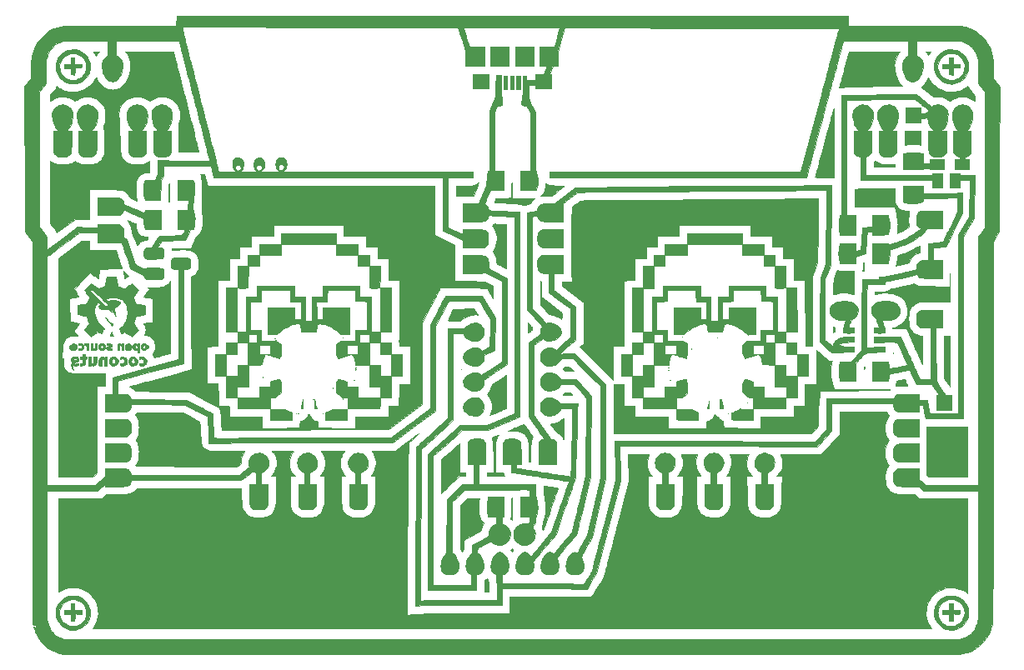
<source format=gbr>
G04 #@! TF.FileFunction,Copper,L2,Bot,Signal*
%FSLAX46Y46*%
G04 Gerber Fmt 4.6, Leading zero omitted, Abs format (unit mm)*
G04 Created by KiCad (PCBNEW 4.0.7-e0-6372~58~ubuntu16.04.1) date Mon Jul 31 18:46:46 2017*
%MOMM*%
%LPD*%
G01*
G04 APERTURE LIST*
%ADD10C,0.100000*%
%ADD11C,0.010000*%
%ADD12C,1.200000*%
%ADD13C,1.400000*%
%ADD14C,1.000000*%
%ADD15C,0.600000*%
%ADD16C,0.250000*%
G04 APERTURE END LIST*
D10*
D11*
G36*
X126209153Y-29958459D02*
X126214237Y-30046327D01*
X126218476Y-30162469D01*
X126221474Y-30292827D01*
X126222833Y-30423345D01*
X126222873Y-30444914D01*
X126223000Y-30756744D01*
X131911542Y-30763466D01*
X132497185Y-30764131D01*
X133042062Y-30764716D01*
X133547738Y-30765253D01*
X134015780Y-30765776D01*
X134447755Y-30766318D01*
X134845229Y-30766913D01*
X135209767Y-30767594D01*
X135542938Y-30768395D01*
X135846306Y-30769349D01*
X136121439Y-30770489D01*
X136369903Y-30771848D01*
X136593264Y-30773461D01*
X136793088Y-30775361D01*
X136970943Y-30777580D01*
X137128394Y-30780152D01*
X137267008Y-30783111D01*
X137388352Y-30786491D01*
X137493991Y-30790323D01*
X137585492Y-30794643D01*
X137664421Y-30799482D01*
X137732345Y-30804876D01*
X137790831Y-30810856D01*
X137841444Y-30817457D01*
X137885752Y-30824712D01*
X137925320Y-30832654D01*
X137961715Y-30841316D01*
X137996503Y-30850732D01*
X138031251Y-30860936D01*
X138067524Y-30871961D01*
X138106891Y-30883839D01*
X138150417Y-30896465D01*
X138519793Y-31022308D01*
X138871320Y-31185151D01*
X139202694Y-31382618D01*
X139511611Y-31612333D01*
X139795769Y-31871921D01*
X140052865Y-32159005D01*
X140280594Y-32471211D01*
X140476654Y-32806163D01*
X140638742Y-33161484D01*
X140764554Y-33534799D01*
X140786083Y-33615000D01*
X140810917Y-33713620D01*
X140831814Y-33802916D01*
X140849173Y-33887774D01*
X140863392Y-33973083D01*
X140874872Y-34063730D01*
X140884010Y-34164603D01*
X140891205Y-34280589D01*
X140896858Y-34416575D01*
X140901365Y-34577450D01*
X140905128Y-34768100D01*
X140908544Y-34993413D01*
X140910486Y-35139000D01*
X140923250Y-36123250D01*
X141246889Y-36552468D01*
X141570527Y-36981687D01*
X141555637Y-44316784D01*
X141540746Y-51651881D01*
X141216123Y-52158334D01*
X140891500Y-52664788D01*
X140891482Y-71804852D01*
X140891460Y-73034967D01*
X140891395Y-74222934D01*
X140891287Y-75368937D01*
X140891135Y-76473161D01*
X140890941Y-77535791D01*
X140890702Y-78557013D01*
X140890420Y-79537010D01*
X140890094Y-80475968D01*
X140889724Y-81374072D01*
X140889309Y-82231507D01*
X140888850Y-83048456D01*
X140888346Y-83825106D01*
X140887797Y-84561642D01*
X140887202Y-85258247D01*
X140886562Y-85915107D01*
X140885876Y-86532407D01*
X140885145Y-87110331D01*
X140884367Y-87649065D01*
X140883543Y-88148794D01*
X140882673Y-88609702D01*
X140881756Y-89031973D01*
X140880792Y-89415794D01*
X140879780Y-89761349D01*
X140878722Y-90068822D01*
X140877615Y-90338399D01*
X140876461Y-90570265D01*
X140875259Y-90764604D01*
X140874009Y-90921601D01*
X140872711Y-91041441D01*
X140871363Y-91124310D01*
X140869967Y-91170391D01*
X140869478Y-91177750D01*
X140811003Y-91579219D01*
X140713168Y-91966604D01*
X140576800Y-92338069D01*
X140402726Y-92691779D01*
X140191772Y-93025898D01*
X139944767Y-93338590D01*
X139848180Y-93444503D01*
X139560771Y-93718347D01*
X139251284Y-93956208D01*
X138920710Y-94157595D01*
X138570044Y-94322018D01*
X138200277Y-94448988D01*
X137812404Y-94538015D01*
X137557750Y-94574561D01*
X137530416Y-94575257D01*
X137461499Y-94575939D01*
X137351746Y-94576608D01*
X137201907Y-94577264D01*
X137012729Y-94577907D01*
X136784960Y-94578536D01*
X136519351Y-94579153D01*
X136216648Y-94579756D01*
X135877599Y-94580346D01*
X135502955Y-94580923D01*
X135093462Y-94581486D01*
X134649870Y-94582037D01*
X134172926Y-94582575D01*
X133663379Y-94583099D01*
X133121978Y-94583611D01*
X132549471Y-94584109D01*
X131946605Y-94584594D01*
X131314131Y-94585067D01*
X130652795Y-94585526D01*
X129963347Y-94585973D01*
X129246534Y-94586406D01*
X128503106Y-94586827D01*
X127733810Y-94587234D01*
X126939395Y-94587629D01*
X126120610Y-94588011D01*
X125278202Y-94588380D01*
X124412920Y-94588736D01*
X123525513Y-94589079D01*
X122616729Y-94589409D01*
X121687316Y-94589727D01*
X120738023Y-94590031D01*
X119769597Y-94590323D01*
X118782789Y-94590602D01*
X117778345Y-94590869D01*
X116757014Y-94591122D01*
X115719545Y-94591363D01*
X114666686Y-94591591D01*
X113599185Y-94591806D01*
X112517791Y-94592009D01*
X111423252Y-94592199D01*
X110316317Y-94592377D01*
X109197734Y-94592541D01*
X108068251Y-94592693D01*
X106928617Y-94592833D01*
X105779580Y-94592960D01*
X104621889Y-94593074D01*
X103456292Y-94593176D01*
X102283536Y-94593265D01*
X101104372Y-94593341D01*
X99919547Y-94593405D01*
X98729809Y-94593457D01*
X97535907Y-94593496D01*
X96338589Y-94593522D01*
X95138604Y-94593537D01*
X93936700Y-94593538D01*
X92733625Y-94593527D01*
X91530128Y-94593504D01*
X90326958Y-94593469D01*
X89124861Y-94593420D01*
X87924588Y-94593360D01*
X86726887Y-94593287D01*
X85532505Y-94593202D01*
X84342191Y-94593105D01*
X83156694Y-94592995D01*
X81976762Y-94592873D01*
X80803143Y-94592738D01*
X79636586Y-94592592D01*
X78477839Y-94592433D01*
X77327650Y-94592262D01*
X76186768Y-94592078D01*
X75055942Y-94591883D01*
X73935919Y-94591675D01*
X72827449Y-94591455D01*
X71731278Y-94591223D01*
X70648157Y-94590978D01*
X69578833Y-94590722D01*
X68524054Y-94590453D01*
X67484570Y-94590173D01*
X66461128Y-94589880D01*
X65454476Y-94589575D01*
X64465364Y-94589258D01*
X63494540Y-94588929D01*
X62542751Y-94588588D01*
X61610747Y-94588235D01*
X60699276Y-94587870D01*
X59809085Y-94587493D01*
X58940924Y-94587104D01*
X58095541Y-94586703D01*
X57273685Y-94586290D01*
X56476103Y-94585865D01*
X55703544Y-94585428D01*
X54956757Y-94584980D01*
X54236489Y-94584519D01*
X53543490Y-94584047D01*
X52878508Y-94583562D01*
X52242290Y-94583066D01*
X51635586Y-94582558D01*
X51059144Y-94582039D01*
X50513711Y-94581507D01*
X50000038Y-94580964D01*
X49518871Y-94580409D01*
X49070960Y-94579842D01*
X48657053Y-94579263D01*
X48277898Y-94578673D01*
X47934243Y-94578071D01*
X47626837Y-94577457D01*
X47356429Y-94576832D01*
X47123766Y-94576195D01*
X46929598Y-94575546D01*
X46774672Y-94574885D01*
X46659737Y-94574213D01*
X46585541Y-94573530D01*
X46552832Y-94572835D01*
X46551667Y-94572744D01*
X46217382Y-94516608D01*
X45879696Y-94425120D01*
X45550696Y-94302327D01*
X45242468Y-94152275D01*
X45167071Y-94109206D01*
X44862050Y-93905092D01*
X44576820Y-93666191D01*
X44315320Y-93396967D01*
X44081490Y-93101887D01*
X43879268Y-92785415D01*
X43719764Y-92468436D01*
X43684554Y-92383908D01*
X43645754Y-92283480D01*
X43606406Y-92175946D01*
X43569547Y-92070097D01*
X43538217Y-91974727D01*
X43515454Y-91898628D01*
X43504297Y-91850592D01*
X43503667Y-91843211D01*
X43520408Y-91842232D01*
X43564795Y-91859336D01*
X43628076Y-91890988D01*
X43644700Y-91900132D01*
X43715622Y-91939269D01*
X43756585Y-91959034D01*
X43774468Y-91960918D01*
X43776146Y-91946414D01*
X43771450Y-91927626D01*
X43758608Y-91879932D01*
X43739804Y-91808406D01*
X43723094Y-91743959D01*
X43689020Y-91611667D01*
X43446425Y-91611667D01*
X43417177Y-91468792D01*
X43415500Y-91455748D01*
X43413883Y-91432791D01*
X43412324Y-91399157D01*
X43410823Y-91354081D01*
X43409377Y-91296801D01*
X43407986Y-91226553D01*
X43406649Y-91142574D01*
X43405362Y-91044099D01*
X43404126Y-90930366D01*
X43402939Y-90800610D01*
X43401800Y-90654068D01*
X43400707Y-90489976D01*
X43399658Y-90307572D01*
X43398653Y-90106090D01*
X43397690Y-89884768D01*
X43396768Y-89642843D01*
X43395885Y-89379549D01*
X43395040Y-89094125D01*
X43394231Y-88785806D01*
X43393458Y-88453829D01*
X43392718Y-88097429D01*
X43392011Y-87715844D01*
X43391335Y-87308311D01*
X43390688Y-86874064D01*
X43390069Y-86412341D01*
X43389478Y-85922379D01*
X43388912Y-85403412D01*
X43388370Y-84854679D01*
X43387851Y-84275416D01*
X43387353Y-83664858D01*
X43386875Y-83022242D01*
X43386415Y-82346805D01*
X43385973Y-81637783D01*
X43385547Y-80894412D01*
X43385135Y-80115929D01*
X43384736Y-79301570D01*
X43384349Y-78450573D01*
X43383972Y-77562172D01*
X43383604Y-76635604D01*
X43383243Y-75670107D01*
X43382889Y-74664916D01*
X43382540Y-73619267D01*
X43382194Y-72532398D01*
X43382036Y-72021917D01*
X43376144Y-52717917D01*
X42593500Y-51685113D01*
X42593500Y-48516739D01*
X42593427Y-48145704D01*
X42593213Y-47736998D01*
X42592866Y-47295284D01*
X42592393Y-46825224D01*
X42591802Y-46331479D01*
X42591102Y-45818713D01*
X42590299Y-45291588D01*
X42589402Y-44754766D01*
X42588419Y-44212908D01*
X42587356Y-43670679D01*
X42586222Y-43132739D01*
X42585025Y-42603751D01*
X42583772Y-42088377D01*
X42582472Y-41591280D01*
X42581254Y-41159141D01*
X42570494Y-37477800D01*
X44068211Y-37477800D01*
X44082867Y-44335458D01*
X44097523Y-51193115D01*
X44477625Y-51694605D01*
X44857726Y-52196095D01*
X44863321Y-52852889D01*
X44868917Y-53509682D01*
X46427298Y-52359882D01*
X47985679Y-51210081D01*
X49004340Y-51220949D01*
X50023000Y-51231817D01*
X50023000Y-50948682D01*
X51097209Y-50954883D01*
X52171417Y-50961084D01*
X52270993Y-51010586D01*
X52367317Y-51073554D01*
X52461940Y-51160941D01*
X52540905Y-51258454D01*
X52580489Y-51327487D01*
X52592744Y-51360884D01*
X52601901Y-51403705D01*
X52608376Y-51462094D01*
X52612584Y-51542192D01*
X52614940Y-51650143D01*
X52615858Y-51792088D01*
X52615917Y-51851989D01*
X52615917Y-52298395D01*
X52916115Y-52480761D01*
X53349000Y-53731755D01*
X53781885Y-54982750D01*
X53950317Y-55073809D01*
X54029993Y-55116565D01*
X54135588Y-55172776D01*
X54255504Y-55236291D01*
X54378141Y-55300957D01*
X54427891Y-55327097D01*
X54542405Y-55386840D01*
X54625549Y-55428776D01*
X54683282Y-55455065D01*
X54721563Y-55467867D01*
X54746351Y-55469342D01*
X54763604Y-55461649D01*
X54773855Y-55452503D01*
X54800266Y-55427069D01*
X54826552Y-55406333D01*
X54857082Y-55389851D01*
X54896224Y-55377184D01*
X54948346Y-55367889D01*
X55017815Y-55361526D01*
X55108999Y-55357652D01*
X55226267Y-55355828D01*
X55373985Y-55355610D01*
X55556524Y-55356558D01*
X55711929Y-55357715D01*
X55923766Y-55359358D01*
X56097488Y-55361221D01*
X56237312Y-55364112D01*
X56347452Y-55368840D01*
X56432123Y-55376214D01*
X56495541Y-55387042D01*
X56541921Y-55402134D01*
X56575477Y-55422297D01*
X56600425Y-55448341D01*
X56620980Y-55481074D01*
X56641358Y-55521306D01*
X56649361Y-55537577D01*
X56666330Y-55575525D01*
X56678042Y-55614641D01*
X56685225Y-55663054D01*
X56688608Y-55728893D01*
X56688921Y-55820287D01*
X56686891Y-55945367D01*
X56686710Y-55954148D01*
X56682930Y-56091432D01*
X56676532Y-56193965D01*
X56665145Y-56269331D01*
X56646397Y-56325112D01*
X56617919Y-56368892D01*
X56577338Y-56408252D01*
X56534182Y-56441942D01*
X56517719Y-56453198D01*
X56498650Y-56462332D01*
X56472672Y-56469566D01*
X56435481Y-56475121D01*
X56382774Y-56479219D01*
X56310247Y-56482080D01*
X56213597Y-56483925D01*
X56088519Y-56484976D01*
X55930710Y-56485454D01*
X55735867Y-56485581D01*
X55685084Y-56485584D01*
X55481064Y-56485507D01*
X55315074Y-56485130D01*
X55182810Y-56484231D01*
X55079968Y-56482588D01*
X55002245Y-56479982D01*
X54945338Y-56476190D01*
X54904942Y-56470992D01*
X54876753Y-56464166D01*
X54856469Y-56455491D01*
X54839786Y-56444745D01*
X54835985Y-56441942D01*
X54749311Y-56358386D01*
X54699858Y-56261847D01*
X54685082Y-56185240D01*
X54675241Y-56082827D01*
X54003162Y-55727981D01*
X53331084Y-55373136D01*
X53018670Y-54468860D01*
X52948553Y-54266001D01*
X52877923Y-54061828D01*
X52808998Y-53862743D01*
X52743996Y-53675145D01*
X52685136Y-53505435D01*
X52634634Y-53360012D01*
X52594710Y-53245278D01*
X52580572Y-53204750D01*
X52454888Y-52844917D01*
X52356972Y-52785154D01*
X52295969Y-52750726D01*
X52251182Y-52736900D01*
X52204119Y-52740037D01*
X52168822Y-52748112D01*
X52122769Y-52754025D01*
X52035754Y-52759094D01*
X51909137Y-52763293D01*
X51744283Y-52766594D01*
X51542552Y-52768970D01*
X51305307Y-52770391D01*
X51050794Y-52770834D01*
X50023000Y-52770834D01*
X50023000Y-51776000D01*
X48149750Y-51776528D01*
X47440068Y-52300139D01*
X47270362Y-52425323D01*
X47074187Y-52569984D01*
X46859168Y-52728504D01*
X46632926Y-52895265D01*
X46403087Y-53064648D01*
X46177272Y-53231033D01*
X45963106Y-53388802D01*
X45841984Y-53478009D01*
X45669586Y-53605114D01*
X45506404Y-53725698D01*
X45355834Y-53837233D01*
X45221271Y-53937192D01*
X45106109Y-54023047D01*
X45013744Y-54092270D01*
X44947572Y-54142334D01*
X44910986Y-54170711D01*
X44905939Y-54174925D01*
X44858295Y-54217582D01*
X44868917Y-77440584D01*
X47316657Y-77445963D01*
X49764397Y-77451343D01*
X50263850Y-77001463D01*
X50715540Y-76594606D01*
X52080795Y-76594606D01*
X52082204Y-76710883D01*
X52116826Y-76822118D01*
X52181008Y-76919650D01*
X52271102Y-76994816D01*
X52346917Y-77029259D01*
X52432854Y-77041520D01*
X52533086Y-77033805D01*
X52627340Y-77008952D01*
X52679088Y-76982753D01*
X52771319Y-76900637D01*
X52826345Y-76803182D01*
X52847810Y-76683403D01*
X52848393Y-76658026D01*
X52844633Y-76573289D01*
X52829192Y-76510293D01*
X52796667Y-76448917D01*
X52789142Y-76437334D01*
X52707223Y-76347660D01*
X52607360Y-76291005D01*
X52497439Y-76266845D01*
X52385342Y-76274659D01*
X52278956Y-76313923D01*
X52186164Y-76384114D01*
X52116248Y-76481949D01*
X52080795Y-76594606D01*
X50715540Y-76594606D01*
X50763303Y-76551584D01*
X50763568Y-76154709D01*
X50763834Y-75757834D01*
X51830089Y-75757834D01*
X52081504Y-75757886D01*
X52294332Y-75758285D01*
X52472320Y-75759389D01*
X52619216Y-75761560D01*
X52738765Y-75765157D01*
X52834715Y-75770541D01*
X52910813Y-75778071D01*
X52970805Y-75788109D01*
X53018438Y-75801014D01*
X53057459Y-75817147D01*
X53091614Y-75836868D01*
X53124651Y-75860537D01*
X53156316Y-75885347D01*
X53222234Y-75953928D01*
X53283522Y-76045945D01*
X53332673Y-76146987D01*
X53362179Y-76242644D01*
X53367334Y-76290381D01*
X53367334Y-76371667D01*
X64397272Y-76371667D01*
X64905074Y-75976410D01*
X65059133Y-75855698D01*
X65181387Y-75758011D01*
X65274161Y-75681332D01*
X65339784Y-75623647D01*
X65380583Y-75582940D01*
X65398885Y-75557194D01*
X65399927Y-75547785D01*
X65344409Y-75350528D01*
X65328906Y-75158286D01*
X65948856Y-75158286D01*
X65963267Y-75269022D01*
X66006829Y-75372242D01*
X66078218Y-75459917D01*
X66176111Y-75524016D01*
X66204917Y-75535538D01*
X66287373Y-75559616D01*
X66356965Y-75564075D01*
X66436637Y-75549650D01*
X66458917Y-75543707D01*
X66551605Y-75498541D01*
X66634510Y-75422740D01*
X66696741Y-75327992D01*
X66720693Y-75262797D01*
X66733130Y-75139517D01*
X66709943Y-75028147D01*
X66657058Y-74932483D01*
X66580398Y-74856317D01*
X66485888Y-74803445D01*
X66379453Y-74777661D01*
X66267017Y-74782759D01*
X66154506Y-74822533D01*
X66093770Y-74861295D01*
X66012784Y-74946392D01*
X65964920Y-75048066D01*
X65948856Y-75158286D01*
X65328906Y-75158286D01*
X65328591Y-75154385D01*
X65349968Y-74963741D01*
X65406034Y-74782984D01*
X65494282Y-74616498D01*
X65612206Y-74468669D01*
X65757300Y-74343885D01*
X65927059Y-74246531D01*
X66118975Y-74180993D01*
X66189042Y-74166701D01*
X66383501Y-74153948D01*
X66572357Y-74180184D01*
X66751066Y-74242075D01*
X66915084Y-74336289D01*
X67059868Y-74459494D01*
X67180873Y-74608357D01*
X67273554Y-74779547D01*
X67333369Y-74969730D01*
X67341319Y-75011709D01*
X67352991Y-75204192D01*
X67325823Y-75394565D01*
X67263117Y-75576734D01*
X67168177Y-75744603D01*
X67044309Y-75892078D01*
X66894815Y-76013065D01*
X66758425Y-76086933D01*
X66617667Y-76148254D01*
X66617667Y-77303000D01*
X67254155Y-77303000D01*
X67248119Y-78366625D01*
X67246730Y-78606036D01*
X67245395Y-78806907D01*
X67243937Y-78973033D01*
X67242178Y-79108206D01*
X67239940Y-79216219D01*
X67237047Y-79300867D01*
X67233320Y-79365942D01*
X67228583Y-79415237D01*
X67222658Y-79452547D01*
X67215367Y-79481665D01*
X67206533Y-79506383D01*
X67195979Y-79530495D01*
X67193414Y-79536084D01*
X67108880Y-79672187D01*
X66995033Y-79781704D01*
X66884523Y-79846984D01*
X66845500Y-79863575D01*
X66807429Y-79875932D01*
X66763441Y-79884674D01*
X66706663Y-79890421D01*
X66630225Y-79893794D01*
X66527255Y-79895413D01*
X66390883Y-79895899D01*
X66342500Y-79895917D01*
X66195070Y-79895670D01*
X66083066Y-79894502D01*
X65999581Y-79891775D01*
X65937709Y-79886848D01*
X65890542Y-79879084D01*
X65851175Y-79867843D01*
X65812700Y-79852485D01*
X65796836Y-79845417D01*
X65684371Y-79776386D01*
X65583452Y-79680831D01*
X65504783Y-79570603D01*
X65464293Y-79477269D01*
X65456751Y-79445823D01*
X65450450Y-79404235D01*
X65445287Y-79348819D01*
X65441160Y-79275889D01*
X65437964Y-79181759D01*
X65435596Y-79062744D01*
X65433954Y-78915156D01*
X65432933Y-78735311D01*
X65432432Y-78519523D01*
X65432333Y-78336325D01*
X65432334Y-77303000D01*
X66067334Y-77303000D01*
X66067223Y-76726209D01*
X66067112Y-76149417D01*
X65916347Y-76081089D01*
X65841930Y-76050570D01*
X65780871Y-76031392D01*
X65744277Y-76026903D01*
X65740685Y-76028173D01*
X65718573Y-76044472D01*
X65667187Y-76083699D01*
X65590598Y-76142704D01*
X65492879Y-76218336D01*
X65378101Y-76307444D01*
X65250338Y-76406880D01*
X65153038Y-76482752D01*
X64590290Y-76921921D01*
X58984395Y-76927252D01*
X53378500Y-76932584D01*
X53362407Y-77044408D01*
X53325611Y-77187459D01*
X53256869Y-77308575D01*
X53165961Y-77404666D01*
X53128400Y-77437407D01*
X53093679Y-77465086D01*
X53058038Y-77488126D01*
X53017718Y-77506954D01*
X52968961Y-77521994D01*
X52908007Y-77533672D01*
X52831097Y-77542413D01*
X52734472Y-77548643D01*
X52614373Y-77552786D01*
X52467041Y-77555268D01*
X52288717Y-77556514D01*
X52075642Y-77556950D01*
X51824057Y-77557000D01*
X50765854Y-77557000D01*
X50753250Y-77302954D01*
X50367266Y-77652227D01*
X49981281Y-78001500D01*
X44857420Y-78001500D01*
X44863832Y-84568459D01*
X44870244Y-91135417D01*
X44918501Y-91347084D01*
X45008818Y-91660815D01*
X45130345Y-91947436D01*
X45282562Y-92205925D01*
X45464952Y-92435264D01*
X45481439Y-92452966D01*
X45693805Y-92652885D01*
X45918401Y-92813621D01*
X46159503Y-92937572D01*
X46421387Y-93027135D01*
X46565062Y-93060489D01*
X46575438Y-93061576D01*
X46595829Y-93062635D01*
X46626730Y-93063666D01*
X46668634Y-93064671D01*
X46722034Y-93065650D01*
X46787424Y-93066602D01*
X46865297Y-93067528D01*
X46956148Y-93068429D01*
X47060469Y-93069304D01*
X47178755Y-93070154D01*
X47311499Y-93070979D01*
X47459194Y-93071779D01*
X47622335Y-93072555D01*
X47801414Y-93073307D01*
X47996926Y-93074035D01*
X48209364Y-93074740D01*
X48439221Y-93075421D01*
X48686991Y-93076080D01*
X48953169Y-93076715D01*
X49238246Y-93077329D01*
X49542718Y-93077920D01*
X49867077Y-93078490D01*
X50211818Y-93079038D01*
X50577433Y-93079564D01*
X50964417Y-93080070D01*
X51373263Y-93080555D01*
X51804464Y-93081019D01*
X52258515Y-93081463D01*
X52735908Y-93081888D01*
X53237138Y-93082292D01*
X53762698Y-93082678D01*
X54313082Y-93083044D01*
X54888782Y-93083391D01*
X55490294Y-93083720D01*
X56118110Y-93084031D01*
X56772724Y-93084324D01*
X57454630Y-93084599D01*
X58164321Y-93084857D01*
X58902291Y-93085097D01*
X59669033Y-93085321D01*
X60465041Y-93085528D01*
X61290809Y-93085719D01*
X62146831Y-93085894D01*
X63033599Y-93086053D01*
X63951607Y-93086196D01*
X64901350Y-93086325D01*
X65883320Y-93086438D01*
X66898012Y-93086537D01*
X67945918Y-93086622D01*
X69027533Y-93086692D01*
X70143350Y-93086749D01*
X71293863Y-93086792D01*
X72479565Y-93086821D01*
X73700950Y-93086838D01*
X74958511Y-93086842D01*
X76252743Y-93086834D01*
X77584138Y-93086814D01*
X78953190Y-93086781D01*
X80360394Y-93086738D01*
X81806242Y-93086682D01*
X83291228Y-93086616D01*
X84815845Y-93086539D01*
X86380588Y-93086452D01*
X87985950Y-93086354D01*
X89632425Y-93086246D01*
X91320505Y-93086129D01*
X92134084Y-93086070D01*
X137557750Y-93082750D01*
X137726590Y-93033577D01*
X137987987Y-92944460D01*
X138218816Y-92836404D01*
X138428686Y-92703814D01*
X138627203Y-92541094D01*
X138712691Y-92459248D01*
X138902115Y-92251054D01*
X139054666Y-92039190D01*
X139175547Y-91815322D01*
X139269961Y-91571120D01*
X139272765Y-91562368D01*
X139283705Y-91528945D01*
X139293936Y-91498705D01*
X139303483Y-91470209D01*
X139312368Y-91442021D01*
X139320615Y-91412703D01*
X139328249Y-91380818D01*
X139335292Y-91344929D01*
X139341768Y-91303597D01*
X139347701Y-91255385D01*
X139353115Y-91198857D01*
X139358033Y-91132574D01*
X139362479Y-91055099D01*
X139366477Y-90964994D01*
X139370049Y-90860823D01*
X139373221Y-90741148D01*
X139376015Y-90604531D01*
X139378455Y-90449534D01*
X139380565Y-90274722D01*
X139382368Y-90078655D01*
X139383889Y-89859897D01*
X139385150Y-89617010D01*
X139386175Y-89348556D01*
X139386989Y-89053099D01*
X139387614Y-88729200D01*
X139388075Y-88375423D01*
X139388394Y-87990330D01*
X139388596Y-87572483D01*
X139388705Y-87120445D01*
X139388743Y-86632779D01*
X139388735Y-86108047D01*
X139388704Y-85544811D01*
X139388675Y-84941635D01*
X139388667Y-84518061D01*
X139388667Y-78001500D01*
X133852772Y-78001500D01*
X133366750Y-77558690D01*
X132329584Y-77557727D01*
X132089143Y-77557064D01*
X131871451Y-77555581D01*
X131679528Y-77553337D01*
X131516391Y-77550394D01*
X131385059Y-77546811D01*
X131288552Y-77542649D01*
X131229888Y-77537967D01*
X131215935Y-77535519D01*
X131106488Y-77488451D01*
X130999396Y-77413585D01*
X130911471Y-77322912D01*
X130904143Y-77313110D01*
X130865811Y-77256742D01*
X130836577Y-77202281D01*
X130815231Y-77142899D01*
X130800567Y-77071767D01*
X130791377Y-76982054D01*
X130786451Y-76866932D01*
X130784582Y-76719571D01*
X130784417Y-76636250D01*
X130784514Y-76594606D01*
X131307628Y-76594606D01*
X131309038Y-76710883D01*
X131343659Y-76822118D01*
X131407842Y-76919650D01*
X131497936Y-76994816D01*
X131573751Y-77029259D01*
X131659687Y-77041520D01*
X131759920Y-77033805D01*
X131854174Y-77008952D01*
X131905922Y-76982753D01*
X131998152Y-76900637D01*
X132053178Y-76803182D01*
X132074643Y-76683403D01*
X132075226Y-76658026D01*
X132071467Y-76573289D01*
X132056026Y-76510293D01*
X132023501Y-76448917D01*
X132015975Y-76437334D01*
X131934056Y-76347660D01*
X131834194Y-76291005D01*
X131724272Y-76266845D01*
X131612176Y-76274659D01*
X131505789Y-76313923D01*
X131412997Y-76384114D01*
X131343081Y-76481949D01*
X131307628Y-76594606D01*
X130784514Y-76594606D01*
X130784761Y-76489485D01*
X130786185Y-76378200D01*
X130789276Y-76295548D01*
X130794621Y-76234680D01*
X130802809Y-76188745D01*
X130814425Y-76150895D01*
X130828987Y-76116591D01*
X130915420Y-75976005D01*
X131029481Y-75866052D01*
X131117599Y-75812174D01*
X131226645Y-75757834D01*
X133377334Y-75757834D01*
X133377334Y-76828283D01*
X134065250Y-77449929D01*
X136726959Y-77450548D01*
X139388667Y-77451167D01*
X139389378Y-64841125D01*
X139390089Y-52231084D01*
X139713956Y-51727590D01*
X140037823Y-51224097D01*
X140051912Y-47443117D01*
X140053544Y-46984325D01*
X140055122Y-46499843D01*
X140056636Y-45994885D01*
X140058076Y-45474666D01*
X140059429Y-44944401D01*
X140060687Y-44409305D01*
X140061837Y-43874592D01*
X140062870Y-43345477D01*
X140063775Y-42827176D01*
X140064541Y-42324902D01*
X140065157Y-41843871D01*
X140065612Y-41389297D01*
X140065897Y-40966396D01*
X140066000Y-40580381D01*
X140066000Y-37466267D01*
X139743209Y-37038175D01*
X139420417Y-36610084D01*
X139408949Y-35403584D01*
X139397480Y-34197084D01*
X139341229Y-33990130D01*
X139238330Y-33688165D01*
X139099452Y-33408071D01*
X138923835Y-33148580D01*
X138710720Y-32908423D01*
X138670309Y-32869047D01*
X138457653Y-32686367D01*
X138238730Y-32540182D01*
X138004557Y-32424739D01*
X137930599Y-32395471D01*
X137874224Y-32374353D01*
X137822176Y-32355557D01*
X137771769Y-32338950D01*
X137720317Y-32324395D01*
X137665133Y-32311757D01*
X137603529Y-32300901D01*
X137532819Y-32291691D01*
X137450315Y-32283992D01*
X137353331Y-32277669D01*
X137239180Y-32272586D01*
X137105175Y-32268608D01*
X136948629Y-32265599D01*
X136766856Y-32263425D01*
X136557167Y-32261950D01*
X136316877Y-32261039D01*
X136043298Y-32260556D01*
X135733743Y-32260366D01*
X135385526Y-32260333D01*
X135247811Y-32260333D01*
X133123334Y-32260334D01*
X133123334Y-33760684D01*
X133250995Y-33828727D01*
X133340593Y-33886577D01*
X133436384Y-33964736D01*
X133503000Y-34029694D01*
X133631843Y-34192554D01*
X133722868Y-34366919D01*
X133777190Y-34556506D01*
X133795929Y-34765032D01*
X133784159Y-34964725D01*
X133743604Y-35217600D01*
X133684018Y-35457244D01*
X133607551Y-35679404D01*
X133516353Y-35879830D01*
X133412574Y-36054272D01*
X133298364Y-36198479D01*
X133175873Y-36308201D01*
X133074445Y-36367803D01*
X133023155Y-36386736D01*
X132962468Y-36398986D01*
X132882224Y-36405793D01*
X132772264Y-36408399D01*
X132741198Y-36408535D01*
X132631754Y-36407863D01*
X132553539Y-36404225D01*
X132495467Y-36395920D01*
X132446452Y-36381251D01*
X132395409Y-36358518D01*
X132386666Y-36354195D01*
X132264900Y-36272201D01*
X132148579Y-36152558D01*
X132040049Y-35999835D01*
X131941655Y-35818604D01*
X131855744Y-35613433D01*
X131784661Y-35388894D01*
X131730751Y-35149557D01*
X131713288Y-35042217D01*
X131692253Y-34810754D01*
X131693140Y-34789750D01*
X132160617Y-34789750D01*
X132162328Y-34881143D01*
X132170446Y-34946711D01*
X132188735Y-35002877D01*
X132220960Y-35066067D01*
X132225983Y-35074973D01*
X132321695Y-35204894D01*
X132439282Y-35300913D01*
X132573395Y-35361363D01*
X132718680Y-35384576D01*
X132869785Y-35368886D01*
X133008844Y-35318901D01*
X133135677Y-35235856D01*
X133231570Y-35130136D01*
X133296464Y-35008023D01*
X133330295Y-34875803D01*
X133333003Y-34739759D01*
X133304526Y-34606177D01*
X133244803Y-34481340D01*
X133153771Y-34371532D01*
X133031370Y-34283038D01*
X133019053Y-34276459D01*
X132934722Y-34236687D01*
X132863465Y-34215779D01*
X132783679Y-34208313D01*
X132745776Y-34207874D01*
X132586594Y-34227952D01*
X132443735Y-34286154D01*
X132321022Y-34380155D01*
X132222274Y-34507633D01*
X132206374Y-34535750D01*
X132180759Y-34595270D01*
X132166487Y-34663500D01*
X132160960Y-34754870D01*
X132160617Y-34789750D01*
X131693140Y-34789750D01*
X131700907Y-34605969D01*
X131740573Y-34423116D01*
X131812575Y-34257450D01*
X131918234Y-34104224D01*
X131999623Y-34014994D01*
X132073210Y-33946157D01*
X132148177Y-33884103D01*
X132211739Y-33839178D01*
X132229042Y-33829356D01*
X132319000Y-33783473D01*
X132319000Y-32260334D01*
X129018642Y-32260333D01*
X125718283Y-32260333D01*
X125696516Y-32329125D01*
X125689389Y-32354642D01*
X125671654Y-32419522D01*
X125643720Y-32522254D01*
X125605993Y-32661326D01*
X125558883Y-32835228D01*
X125502799Y-33042446D01*
X125438147Y-33281471D01*
X125365336Y-33550791D01*
X125284775Y-33848893D01*
X125196872Y-34174268D01*
X125102035Y-34525402D01*
X125000671Y-34900785D01*
X124893191Y-35298905D01*
X124780000Y-35718251D01*
X124661509Y-36157312D01*
X124538124Y-36614575D01*
X124410255Y-37088529D01*
X124278309Y-37577663D01*
X124142695Y-38080466D01*
X124003821Y-38595426D01*
X123862095Y-39121031D01*
X123820342Y-39275888D01*
X123678012Y-39803725D01*
X123538474Y-40321079D01*
X123402133Y-40826453D01*
X123269394Y-41318350D01*
X123140662Y-41795274D01*
X123016341Y-42255728D01*
X122896837Y-42698217D01*
X122782554Y-43121243D01*
X122673896Y-43523310D01*
X122571270Y-43902921D01*
X122475078Y-44258581D01*
X122385727Y-44588791D01*
X122303621Y-44892057D01*
X122229164Y-45166881D01*
X122162762Y-45411767D01*
X122104819Y-45625219D01*
X122055740Y-45805739D01*
X122015930Y-45951832D01*
X121985794Y-46062001D01*
X121965736Y-46134749D01*
X121956161Y-46168580D01*
X121955385Y-46170930D01*
X121933805Y-46171901D01*
X121871035Y-46172858D01*
X121768221Y-46173800D01*
X121626504Y-46174726D01*
X121447031Y-46175632D01*
X121230944Y-46176520D01*
X120979387Y-46177385D01*
X120693506Y-46178228D01*
X120374443Y-46179047D01*
X120023342Y-46179839D01*
X119641348Y-46180605D01*
X119229605Y-46181341D01*
X118789256Y-46182048D01*
X118321446Y-46182722D01*
X117827318Y-46183363D01*
X117308018Y-46183969D01*
X116764687Y-46184539D01*
X116198471Y-46185071D01*
X115610514Y-46185564D01*
X115001959Y-46186016D01*
X114373951Y-46186426D01*
X113727633Y-46186791D01*
X113064150Y-46187112D01*
X112384646Y-46187386D01*
X111690263Y-46187611D01*
X110982148Y-46187786D01*
X110261443Y-46187911D01*
X109529292Y-46187982D01*
X108928584Y-46188000D01*
X95912334Y-46188000D01*
X95912334Y-45574167D01*
X108638792Y-45573906D01*
X121365250Y-45573644D01*
X123308449Y-38361364D01*
X123454169Y-37820347D01*
X123597038Y-37289584D01*
X123736664Y-36770545D01*
X123872652Y-36264703D01*
X124004609Y-35773528D01*
X124132143Y-35298491D01*
X124254860Y-34841065D01*
X124372368Y-34402719D01*
X124484272Y-33984927D01*
X124590181Y-33589158D01*
X124689699Y-33216885D01*
X124782436Y-32869579D01*
X124867997Y-32548710D01*
X124945989Y-32255751D01*
X125016019Y-31992172D01*
X125077694Y-31759445D01*
X125130621Y-31559042D01*
X125174407Y-31392433D01*
X125208658Y-31261090D01*
X125232981Y-31166485D01*
X125246984Y-31110088D01*
X125250490Y-31093429D01*
X125249333Y-31037774D01*
X123741209Y-31025026D01*
X123599552Y-31023980D01*
X123417605Y-31022887D01*
X123197408Y-31021754D01*
X122941004Y-31020586D01*
X122650434Y-31019389D01*
X122327740Y-31018169D01*
X121974965Y-31016931D01*
X121594151Y-31015681D01*
X121187338Y-31014425D01*
X120756570Y-31013168D01*
X120303889Y-31011916D01*
X119831335Y-31010675D01*
X119340951Y-31009451D01*
X118834780Y-31008249D01*
X118314863Y-31007075D01*
X117783241Y-31005935D01*
X117241958Y-31004834D01*
X116693054Y-31003779D01*
X116138572Y-31002774D01*
X115580554Y-31001825D01*
X115248084Y-31001291D01*
X114634481Y-31000308D01*
X113996327Y-30999251D01*
X113337296Y-30998127D01*
X112661062Y-30996944D01*
X111971298Y-30995710D01*
X111271678Y-30994430D01*
X110565876Y-30993113D01*
X109857567Y-30991766D01*
X109150423Y-30990396D01*
X108448119Y-30989011D01*
X107754328Y-30987617D01*
X107072725Y-30986221D01*
X106406984Y-30984832D01*
X105760777Y-30983457D01*
X105137780Y-30982102D01*
X104541665Y-30980774D01*
X103976108Y-30979482D01*
X103444781Y-30978233D01*
X102951358Y-30977033D01*
X102855000Y-30976793D01*
X97446917Y-30963282D01*
X97108250Y-32167433D01*
X96769584Y-33371584D01*
X96757422Y-34820282D01*
X96481535Y-34826183D01*
X96205647Y-34832084D01*
X95855859Y-35657584D01*
X95958180Y-35663981D01*
X96060500Y-35670379D01*
X96060500Y-37086334D01*
X94451834Y-37086334D01*
X94451834Y-36747667D01*
X93753334Y-36747667D01*
X93753804Y-38112917D01*
X93837491Y-38339841D01*
X93869677Y-38426453D01*
X93897692Y-38498792D01*
X93924911Y-38563553D01*
X93954708Y-38627431D01*
X93990457Y-38697123D01*
X94035533Y-38779325D01*
X94093310Y-38880731D01*
X94167163Y-39008039D01*
X94219150Y-39097167D01*
X94435362Y-39467584D01*
X94425680Y-42467958D01*
X94415998Y-45468333D01*
X94461454Y-45468333D01*
X94484400Y-45473218D01*
X94502852Y-45492953D01*
X94520545Y-45535161D01*
X94541216Y-45607465D01*
X94553594Y-45656312D01*
X94626540Y-46024856D01*
X94660823Y-46385677D01*
X94656443Y-46736254D01*
X94613401Y-47074064D01*
X94553385Y-47325709D01*
X94508808Y-47479167D01*
X92927834Y-47479167D01*
X92927834Y-45468334D01*
X93894604Y-45468334D01*
X93908635Y-44544110D01*
X93910753Y-44381640D01*
X93912773Y-44181827D01*
X93914673Y-43949659D01*
X93916427Y-43690127D01*
X93918014Y-43408219D01*
X93919407Y-43108927D01*
X93920585Y-42797239D01*
X93921522Y-42478145D01*
X93922195Y-42156634D01*
X93922581Y-41837697D01*
X93922667Y-41609671D01*
X93922667Y-39599455D01*
X93731174Y-39267048D01*
X93539682Y-38934642D01*
X93418253Y-38933498D01*
X93273856Y-38912071D01*
X93133051Y-38853270D01*
X93054834Y-38801588D01*
X93001917Y-38760891D01*
X93092667Y-38129987D01*
X93183416Y-37499084D01*
X93181834Y-35816334D01*
X93541667Y-35816334D01*
X93541667Y-36239667D01*
X94450605Y-36239667D01*
X94456511Y-35959209D01*
X94462417Y-35678750D01*
X94883010Y-35668167D01*
X95303604Y-35657584D01*
X95479003Y-35244834D01*
X95654401Y-34832084D01*
X95243617Y-34826344D01*
X94832834Y-34820605D01*
X94832834Y-32916500D01*
X96377194Y-32916500D01*
X96391773Y-32858292D01*
X96400425Y-32826214D01*
X96419322Y-32757821D01*
X96447225Y-32657543D01*
X96482896Y-32529812D01*
X96525097Y-32379058D01*
X96572588Y-32209712D01*
X96624132Y-32026205D01*
X96662973Y-31888096D01*
X96919595Y-30976109D01*
X94526839Y-30962065D01*
X94105443Y-30959724D01*
X93678654Y-30957609D01*
X93248547Y-30955718D01*
X92817201Y-30954050D01*
X92386691Y-30952604D01*
X91959095Y-30951378D01*
X91536489Y-30950373D01*
X91120950Y-30949586D01*
X90714556Y-30949018D01*
X90319382Y-30948666D01*
X89937506Y-30948529D01*
X89571005Y-30948607D01*
X89221955Y-30948899D01*
X88892434Y-30949403D01*
X88584517Y-30950118D01*
X88300283Y-30951044D01*
X88041807Y-30952179D01*
X87811166Y-30953523D01*
X87610439Y-30955073D01*
X87441700Y-30956830D01*
X87307027Y-30958791D01*
X87208498Y-30960957D01*
X87148188Y-30963325D01*
X87128167Y-30965843D01*
X87134589Y-30988950D01*
X87152997Y-31048267D01*
X87182104Y-31139806D01*
X87220621Y-31259578D01*
X87267261Y-31403596D01*
X87320737Y-31567872D01*
X87379761Y-31748416D01*
X87443046Y-31941241D01*
X87444216Y-31944802D01*
X87760266Y-32905917D01*
X88523716Y-32911473D01*
X89287167Y-32917028D01*
X89287167Y-34821500D01*
X87361000Y-34821500D01*
X87361000Y-33319449D01*
X86977603Y-32149600D01*
X86907466Y-31936125D01*
X86840928Y-31734627D01*
X86779201Y-31548711D01*
X86723499Y-31381982D01*
X86675033Y-31238044D01*
X86635018Y-31120503D01*
X86604666Y-31032962D01*
X86585189Y-30979026D01*
X86578110Y-30962316D01*
X86556500Y-30961551D01*
X86493879Y-30960696D01*
X86391568Y-30959755D01*
X86250889Y-30958732D01*
X86073162Y-30957630D01*
X85859711Y-30956452D01*
X85611856Y-30955204D01*
X85330919Y-30953887D01*
X85018222Y-30952507D01*
X84675086Y-30951067D01*
X84302833Y-30949571D01*
X83902785Y-30948022D01*
X83476263Y-30946424D01*
X83024589Y-30944782D01*
X82549083Y-30943098D01*
X82051069Y-30941376D01*
X81531868Y-30939621D01*
X80992801Y-30937835D01*
X80435190Y-30936024D01*
X79860356Y-30934190D01*
X79269621Y-30932337D01*
X78664307Y-30930469D01*
X78045735Y-30928590D01*
X77415227Y-30926703D01*
X76774105Y-30924813D01*
X76123690Y-30922923D01*
X75465304Y-30921036D01*
X74800268Y-30919157D01*
X74129904Y-30917289D01*
X73455534Y-30915436D01*
X72778479Y-30913602D01*
X72100061Y-30911791D01*
X71421601Y-30910006D01*
X70744421Y-30908251D01*
X70069843Y-30906529D01*
X69399189Y-30904845D01*
X68733779Y-30903203D01*
X68074936Y-30901605D01*
X67423981Y-30900057D01*
X66782236Y-30898560D01*
X66151022Y-30897120D01*
X65531662Y-30895741D01*
X64925475Y-30894425D01*
X64333786Y-30893176D01*
X63757914Y-30891999D01*
X63199181Y-30890897D01*
X62658910Y-30889874D01*
X62138421Y-30888933D01*
X61639037Y-30888079D01*
X61162078Y-30887315D01*
X60708868Y-30886644D01*
X60280726Y-30886071D01*
X59878975Y-30885600D01*
X59504936Y-30885233D01*
X59404630Y-30885150D01*
X58594510Y-30884500D01*
X58607810Y-31059125D01*
X58611733Y-31086303D01*
X58621028Y-31133949D01*
X58635932Y-31203008D01*
X58656679Y-31294419D01*
X58683505Y-31409126D01*
X58716645Y-31548070D01*
X58756334Y-31712193D01*
X58802806Y-31902436D01*
X58856298Y-32119742D01*
X58917045Y-32365053D01*
X58985280Y-32639310D01*
X59061241Y-32943456D01*
X59145161Y-33278432D01*
X59237277Y-33645179D01*
X59337822Y-34044641D01*
X59447033Y-34477759D01*
X59565144Y-34945474D01*
X59692391Y-35448729D01*
X59829009Y-35988465D01*
X59975233Y-36565625D01*
X60131297Y-37181150D01*
X60297438Y-37835982D01*
X60439222Y-38394523D01*
X60576219Y-38934122D01*
X60710526Y-39463182D01*
X60841771Y-39980229D01*
X60969580Y-40483792D01*
X61093580Y-40972398D01*
X61213396Y-41444573D01*
X61328657Y-41898846D01*
X61438987Y-42333742D01*
X61544015Y-42747791D01*
X61643366Y-43139519D01*
X61736667Y-43507453D01*
X61823544Y-43850120D01*
X61903625Y-44166049D01*
X61976535Y-44453765D01*
X62041902Y-44711797D01*
X62099352Y-44938671D01*
X62148510Y-45132916D01*
X62189005Y-45293058D01*
X62220463Y-45417624D01*
X62242509Y-45505142D01*
X62254771Y-45554139D01*
X62257334Y-45564732D01*
X62277798Y-45566631D01*
X62336383Y-45568325D01*
X62428875Y-45569778D01*
X62551062Y-45570957D01*
X62698732Y-45571829D01*
X62867671Y-45572361D01*
X63053668Y-45572519D01*
X63215125Y-45572348D01*
X63409635Y-45571635D01*
X63588628Y-45570313D01*
X63748198Y-45568460D01*
X63884438Y-45566152D01*
X63993440Y-45563467D01*
X64071298Y-45560483D01*
X64114105Y-45557278D01*
X64119863Y-45554390D01*
X63986030Y-45493409D01*
X63872460Y-45397295D01*
X63777403Y-45264382D01*
X63741140Y-45194133D01*
X63716119Y-45136126D01*
X63714725Y-45131482D01*
X63936600Y-45131482D01*
X63947442Y-45225339D01*
X63974800Y-45292095D01*
X64035422Y-45377860D01*
X64113944Y-45438774D01*
X64199743Y-45467196D01*
X64219783Y-45468334D01*
X64269524Y-45460534D01*
X64334340Y-45441139D01*
X64351999Y-45434448D01*
X64433628Y-45382346D01*
X64494240Y-45305867D01*
X64523457Y-45218303D01*
X64523865Y-45214334D01*
X64526613Y-45121440D01*
X64510962Y-45052643D01*
X64471629Y-44991787D01*
X64439990Y-44957843D01*
X64388929Y-44910461D01*
X64346045Y-44885941D01*
X64292912Y-44876843D01*
X64236417Y-44875667D01*
X64163817Y-44878186D01*
X64115164Y-44890605D01*
X64072154Y-44920219D01*
X64034599Y-44956088D01*
X63965269Y-45043882D01*
X63936600Y-45131482D01*
X63714725Y-45131482D01*
X63699998Y-45082434D01*
X63690884Y-45021004D01*
X63686882Y-44939784D01*
X63686084Y-44843917D01*
X63687186Y-44735756D01*
X63691749Y-44657887D01*
X63701659Y-44598296D01*
X63718803Y-44544971D01*
X63740909Y-44494667D01*
X63816601Y-44360850D01*
X63905076Y-44259235D01*
X64011106Y-44182120D01*
X64134171Y-44132711D01*
X64262293Y-44122427D01*
X64389084Y-44149634D01*
X64508157Y-44212701D01*
X64613126Y-44309994D01*
X64638685Y-44342551D01*
X64720661Y-44484327D01*
X64771892Y-44638451D01*
X64793715Y-44798733D01*
X64787465Y-44958981D01*
X64754480Y-45113006D01*
X64696096Y-45254615D01*
X64613649Y-45377617D01*
X64508476Y-45475822D01*
X64381914Y-45543039D01*
X64379335Y-45543967D01*
X64365465Y-45550555D01*
X64366027Y-45556050D01*
X64384049Y-45560543D01*
X64422564Y-45564122D01*
X64484601Y-45566878D01*
X64573192Y-45568902D01*
X64691366Y-45570282D01*
X64842154Y-45571108D01*
X65028588Y-45571470D01*
X65253697Y-45571459D01*
X65305334Y-45571418D01*
X65525018Y-45570859D01*
X65721033Y-45569627D01*
X65890608Y-45567778D01*
X66030970Y-45565367D01*
X66139350Y-45562452D01*
X66212974Y-45559087D01*
X66249072Y-45555329D01*
X66250079Y-45552353D01*
X66128720Y-45494823D01*
X66022877Y-45403281D01*
X65935758Y-45284220D01*
X65870573Y-45144132D01*
X65870414Y-45143515D01*
X66073826Y-45143515D01*
X66082504Y-45250404D01*
X66123322Y-45339650D01*
X66188816Y-45407724D01*
X66271521Y-45451094D01*
X66363970Y-45466229D01*
X66458699Y-45449600D01*
X66548242Y-45397676D01*
X66569689Y-45378022D01*
X66631900Y-45288464D01*
X66657933Y-45186191D01*
X66646251Y-45081449D01*
X66622626Y-45025469D01*
X66557623Y-44944914D01*
X66475280Y-44896419D01*
X66383735Y-44878234D01*
X66291123Y-44888609D01*
X66205579Y-44925794D01*
X66135241Y-44988039D01*
X66088243Y-45073594D01*
X66073826Y-45143515D01*
X65870414Y-45143515D01*
X65830532Y-44989512D01*
X65818843Y-44826851D01*
X65830585Y-44703644D01*
X65873697Y-44539790D01*
X65940723Y-44398097D01*
X66027645Y-44281788D01*
X66130446Y-44194083D01*
X66245107Y-44138204D01*
X66367608Y-44117372D01*
X66493931Y-44134807D01*
X66526464Y-44145838D01*
X66652401Y-44215574D01*
X66762627Y-44319701D01*
X66849986Y-44451150D01*
X66863509Y-44478845D01*
X66891025Y-44542212D01*
X66908800Y-44597377D01*
X66918924Y-44656837D01*
X66923488Y-44733090D01*
X66924582Y-44838631D01*
X66924584Y-44843917D01*
X66923572Y-44951138D01*
X66919182Y-45028370D01*
X66909381Y-45087935D01*
X66892137Y-45142153D01*
X66865417Y-45203349D01*
X66865229Y-45203750D01*
X66785416Y-45341782D01*
X66688993Y-45445406D01*
X66569728Y-45521254D01*
X66564750Y-45523635D01*
X66458917Y-45573753D01*
X68533250Y-45573753D01*
X68427263Y-45524397D01*
X68303224Y-45443404D01*
X68197742Y-45325049D01*
X68122640Y-45194133D01*
X68099398Y-45140250D01*
X68332167Y-45140250D01*
X68350347Y-45247050D01*
X68399879Y-45333465D01*
X68473249Y-45395896D01*
X68562946Y-45430740D01*
X68661456Y-45434396D01*
X68761266Y-45403263D01*
X68813025Y-45370745D01*
X68879464Y-45295818D01*
X68914536Y-45202632D01*
X68917464Y-45102196D01*
X68887468Y-45005515D01*
X68843304Y-44942525D01*
X68757831Y-44877311D01*
X68663562Y-44847696D01*
X68568272Y-44850674D01*
X68479734Y-44883237D01*
X68405723Y-44942379D01*
X68354013Y-45025091D01*
X68332377Y-45128367D01*
X68332167Y-45140250D01*
X68099398Y-45140250D01*
X68097619Y-45136126D01*
X68081498Y-45082434D01*
X68072384Y-45021004D01*
X68068382Y-44939784D01*
X68067584Y-44843917D01*
X68068669Y-44735931D01*
X68073203Y-44658153D01*
X68083105Y-44598484D01*
X68100292Y-44544824D01*
X68123361Y-44492127D01*
X68210115Y-44346270D01*
X68317000Y-44233323D01*
X68440565Y-44156920D01*
X68442479Y-44156092D01*
X68571130Y-44121381D01*
X68697005Y-44126071D01*
X68816214Y-44167242D01*
X68924867Y-44241977D01*
X69019072Y-44347356D01*
X69094940Y-44480462D01*
X69148581Y-44638377D01*
X69160633Y-44694842D01*
X69174222Y-44859683D01*
X69156604Y-45021562D01*
X69110948Y-45174020D01*
X69040424Y-45310601D01*
X68948202Y-45424847D01*
X68837452Y-45510301D01*
X68739328Y-45553091D01*
X68756434Y-45554243D01*
X68814560Y-45555383D01*
X68912391Y-45556509D01*
X69048614Y-45557618D01*
X69221914Y-45558707D01*
X69430977Y-45559775D01*
X69674490Y-45560817D01*
X69951138Y-45561833D01*
X70259608Y-45562818D01*
X70598585Y-45563771D01*
X70966756Y-45564688D01*
X71362806Y-45565568D01*
X71785422Y-45566407D01*
X72233290Y-45567203D01*
X72705095Y-45567953D01*
X73199524Y-45568655D01*
X73715262Y-45569306D01*
X74250996Y-45569903D01*
X74805412Y-45570444D01*
X75377196Y-45570927D01*
X75965033Y-45571347D01*
X76567610Y-45571704D01*
X77183613Y-45571993D01*
X77811727Y-45572214D01*
X78370459Y-45572348D01*
X88059500Y-45574167D01*
X88059500Y-46188000D01*
X85540667Y-46188000D01*
X85540667Y-51240364D01*
X87064667Y-51962474D01*
X87064667Y-51456682D01*
X88138875Y-51462883D01*
X88379980Y-51464325D01*
X88582503Y-51465739D01*
X88750196Y-51467290D01*
X88886810Y-51469141D01*
X88996097Y-51471456D01*
X89081808Y-51474399D01*
X89147696Y-51478133D01*
X89197510Y-51482821D01*
X89235002Y-51488629D01*
X89263925Y-51495720D01*
X89288029Y-51504257D01*
X89310226Y-51514015D01*
X89429322Y-51589065D01*
X89535714Y-51693773D01*
X89609815Y-51803021D01*
X89625308Y-51833996D01*
X89637035Y-51865358D01*
X89645520Y-51903294D01*
X89651283Y-51953989D01*
X89654849Y-52023630D01*
X89656738Y-52118402D01*
X89657474Y-52244492D01*
X89657584Y-52368667D01*
X89657371Y-52523698D01*
X89656392Y-52642562D01*
X89654137Y-52731425D01*
X89650096Y-52796451D01*
X89643758Y-52843806D01*
X89634615Y-52879655D01*
X89622154Y-52910165D01*
X89610970Y-52932049D01*
X89537501Y-53048148D01*
X89452864Y-53135442D01*
X89347126Y-53205725D01*
X89234250Y-53268250D01*
X88149939Y-53274272D01*
X87065627Y-53280294D01*
X87059855Y-52896622D01*
X87054084Y-52512949D01*
X86043375Y-52035658D01*
X85032667Y-51558367D01*
X85032667Y-46188000D01*
X61793299Y-46188000D01*
X61772503Y-46108625D01*
X61761423Y-46065509D01*
X61741810Y-45988340D01*
X61715436Y-45884128D01*
X61684073Y-45759879D01*
X61649494Y-45622601D01*
X61631067Y-45549336D01*
X61596155Y-45411997D01*
X61563843Y-45287786D01*
X61535779Y-45182809D01*
X61513612Y-45103170D01*
X61498988Y-45054974D01*
X61494605Y-45043821D01*
X61482608Y-45039641D01*
X61450808Y-45035802D01*
X61397409Y-45032277D01*
X61320613Y-45029039D01*
X61218626Y-45026060D01*
X61089650Y-45023314D01*
X60931888Y-45020774D01*
X60743546Y-45018413D01*
X60522826Y-45016204D01*
X60267932Y-45014120D01*
X59977067Y-45012134D01*
X59648435Y-45010220D01*
X59280241Y-45008349D01*
X59063475Y-45007344D01*
X56648167Y-44996467D01*
X56648167Y-45994032D01*
X56526459Y-46255058D01*
X56404750Y-46516084D01*
X56383584Y-48442250D01*
X55597033Y-48447798D01*
X54810482Y-48453345D01*
X54756976Y-48225548D01*
X54688666Y-47873252D01*
X54654681Y-47540692D01*
X54655050Y-47222785D01*
X54689802Y-46914450D01*
X54758967Y-46610605D01*
X54766310Y-46585243D01*
X54808240Y-46442736D01*
X55328709Y-46437077D01*
X55849177Y-46431417D01*
X56102291Y-45859917D01*
X56094771Y-45152161D01*
X56087250Y-44444405D01*
X58405000Y-44448619D01*
X58721911Y-44449312D01*
X59031787Y-44450217D01*
X59331410Y-44451311D01*
X59617566Y-44452574D01*
X59887038Y-44453984D01*
X60136609Y-44455519D01*
X60363064Y-44457159D01*
X60563186Y-44458881D01*
X60733759Y-44460665D01*
X60871567Y-44462488D01*
X60973393Y-44464331D01*
X61034959Y-44466124D01*
X61166539Y-44470680D01*
X61259565Y-44471320D01*
X61317647Y-44467920D01*
X61344392Y-44460357D01*
X61347167Y-44455488D01*
X61342041Y-44434040D01*
X61326992Y-44373512D01*
X61302516Y-44275855D01*
X61269106Y-44143020D01*
X61227258Y-43976958D01*
X61177466Y-43779621D01*
X61120224Y-43552960D01*
X61056028Y-43298926D01*
X60985372Y-43019471D01*
X60908751Y-42716545D01*
X60826659Y-42392100D01*
X60739591Y-42048087D01*
X60648042Y-41686458D01*
X60552505Y-41309164D01*
X60453477Y-40918155D01*
X60351451Y-40515384D01*
X60246922Y-40102801D01*
X60140386Y-39682358D01*
X60032335Y-39256006D01*
X59923266Y-38825697D01*
X59813672Y-38393380D01*
X59704049Y-37961009D01*
X59594891Y-37530533D01*
X59486692Y-37103905D01*
X59379948Y-36683076D01*
X59275153Y-36269996D01*
X59172801Y-35866617D01*
X59073388Y-35474891D01*
X58977408Y-35096768D01*
X58885355Y-34734200D01*
X58797724Y-34389138D01*
X58715010Y-34063533D01*
X58637707Y-33759337D01*
X58566311Y-33478501D01*
X58501315Y-33222976D01*
X58443215Y-32994714D01*
X58392505Y-32795665D01*
X58349679Y-32627781D01*
X58315233Y-32493013D01*
X58289660Y-32393312D01*
X58275820Y-32339709D01*
X58255202Y-32260334D01*
X51843334Y-32260334D01*
X51843334Y-33759390D01*
X51937580Y-33805014D01*
X52089670Y-33899726D01*
X52229741Y-34027133D01*
X52349572Y-34177769D01*
X52440945Y-34342167D01*
X52470998Y-34419334D01*
X52493307Y-34517804D01*
X52506699Y-34646101D01*
X52511151Y-34792664D01*
X52506638Y-34945928D01*
X52493137Y-35094334D01*
X52472648Y-35217140D01*
X52409589Y-35460486D01*
X52330677Y-35684282D01*
X52238192Y-35884640D01*
X52134419Y-36057668D01*
X52021641Y-36199479D01*
X51902140Y-36306183D01*
X51798405Y-36365765D01*
X51745321Y-36386352D01*
X51693938Y-36399354D01*
X51633169Y-36406011D01*
X51551927Y-36407561D01*
X51443844Y-36405379D01*
X51309454Y-36398749D01*
X51206587Y-36385068D01*
X51124552Y-36360448D01*
X51052656Y-36321002D01*
X50980208Y-36262841D01*
X50935152Y-36220394D01*
X50821727Y-36086669D01*
X50716530Y-35916643D01*
X50622154Y-35715974D01*
X50541195Y-35490319D01*
X50476248Y-35245333D01*
X50466085Y-35197809D01*
X50443845Y-35075211D01*
X50431416Y-34963387D01*
X50427366Y-34843791D01*
X50428118Y-34799268D01*
X50876657Y-34799268D01*
X50897016Y-34948156D01*
X50956829Y-35091377D01*
X50977608Y-35124958D01*
X51075876Y-35236853D01*
X51198524Y-35319004D01*
X51337669Y-35369079D01*
X51485428Y-35384743D01*
X51633920Y-35363664D01*
X51703241Y-35339768D01*
X51829778Y-35265803D01*
X51929389Y-35165171D01*
X52000994Y-35044731D01*
X52043515Y-34911340D01*
X52055872Y-34771855D01*
X52036985Y-34633135D01*
X51985774Y-34502039D01*
X51901162Y-34385422D01*
X51859654Y-34346012D01*
X51736921Y-34266787D01*
X51598813Y-34220995D01*
X51453785Y-34208278D01*
X51310296Y-34228277D01*
X51176803Y-34280636D01*
X51061763Y-34364995D01*
X51046574Y-34380437D01*
X50952008Y-34509225D01*
X50895178Y-34650897D01*
X50876657Y-34799268D01*
X50428118Y-34799268D01*
X50429402Y-34723369D01*
X50433537Y-34612790D01*
X50439377Y-34532745D01*
X50449368Y-34471444D01*
X50465953Y-34417093D01*
X50491577Y-34357901D01*
X50515284Y-34309128D01*
X50617318Y-34136020D01*
X50739340Y-33994043D01*
X50889700Y-33873625D01*
X50902971Y-33864789D01*
X51039000Y-33775355D01*
X51039000Y-32259030D01*
X48821792Y-32265536D01*
X46604584Y-32272041D01*
X46408182Y-32329441D01*
X46117126Y-32435850D01*
X45847837Y-32577580D01*
X45602227Y-32752563D01*
X45382204Y-32958735D01*
X45189678Y-33194029D01*
X45026559Y-33456380D01*
X44894756Y-33743721D01*
X44796179Y-34053986D01*
X44789559Y-34080667D01*
X44780068Y-34121989D01*
X44771970Y-34164181D01*
X44765109Y-34211053D01*
X44759325Y-34266416D01*
X44754463Y-34334079D01*
X44750363Y-34417854D01*
X44746869Y-34521549D01*
X44743822Y-34648976D01*
X44741064Y-34803945D01*
X44738439Y-34990265D01*
X44735787Y-35211748D01*
X44733301Y-35439261D01*
X44720750Y-36617938D01*
X44394481Y-37047869D01*
X44068211Y-37477800D01*
X42570494Y-37477800D01*
X42569009Y-36969917D01*
X42895853Y-36544987D01*
X43222699Y-36120058D01*
X43234459Y-35179737D01*
X43237986Y-34925788D01*
X43241965Y-34709248D01*
X43246784Y-34525191D01*
X43252833Y-34368694D01*
X43260499Y-34234832D01*
X43270172Y-34118681D01*
X43282240Y-34015314D01*
X43297091Y-33919809D01*
X43315115Y-33827241D01*
X43336700Y-33732684D01*
X43354203Y-33662416D01*
X43473324Y-33276729D01*
X43628707Y-32907676D01*
X43818316Y-32558630D01*
X44040113Y-32232962D01*
X44292062Y-31934041D01*
X44548454Y-31685802D01*
X44862610Y-31437861D01*
X45196277Y-31227102D01*
X45547746Y-31054279D01*
X45915309Y-30920146D01*
X46297258Y-30825458D01*
X46598458Y-30780082D01*
X46641773Y-30777410D01*
X46721710Y-30774913D01*
X46838632Y-30772590D01*
X46992900Y-30770440D01*
X47184877Y-30768460D01*
X47414924Y-30766651D01*
X47683406Y-30765010D01*
X47990683Y-30763536D01*
X48337118Y-30762227D01*
X48723074Y-30761082D01*
X49148913Y-30760101D01*
X49614997Y-30759280D01*
X50121688Y-30758619D01*
X50669349Y-30758117D01*
X51258343Y-30757772D01*
X51889030Y-30757583D01*
X52398124Y-30757542D01*
X57992250Y-30757583D01*
X57985677Y-30514125D01*
X57984529Y-30410906D01*
X57986950Y-30331727D01*
X57992583Y-30283132D01*
X57999014Y-30270667D01*
X58008084Y-30250912D01*
X58017824Y-30197209D01*
X58027030Y-30117902D01*
X58034134Y-30027250D01*
X58049343Y-29783834D01*
X126195559Y-29783834D01*
X126209153Y-29958459D01*
X126209153Y-29958459D01*
G37*
X126209153Y-29958459D02*
X126214237Y-30046327D01*
X126218476Y-30162469D01*
X126221474Y-30292827D01*
X126222833Y-30423345D01*
X126222873Y-30444914D01*
X126223000Y-30756744D01*
X131911542Y-30763466D01*
X132497185Y-30764131D01*
X133042062Y-30764716D01*
X133547738Y-30765253D01*
X134015780Y-30765776D01*
X134447755Y-30766318D01*
X134845229Y-30766913D01*
X135209767Y-30767594D01*
X135542938Y-30768395D01*
X135846306Y-30769349D01*
X136121439Y-30770489D01*
X136369903Y-30771848D01*
X136593264Y-30773461D01*
X136793088Y-30775361D01*
X136970943Y-30777580D01*
X137128394Y-30780152D01*
X137267008Y-30783111D01*
X137388352Y-30786491D01*
X137493991Y-30790323D01*
X137585492Y-30794643D01*
X137664421Y-30799482D01*
X137732345Y-30804876D01*
X137790831Y-30810856D01*
X137841444Y-30817457D01*
X137885752Y-30824712D01*
X137925320Y-30832654D01*
X137961715Y-30841316D01*
X137996503Y-30850732D01*
X138031251Y-30860936D01*
X138067524Y-30871961D01*
X138106891Y-30883839D01*
X138150417Y-30896465D01*
X138519793Y-31022308D01*
X138871320Y-31185151D01*
X139202694Y-31382618D01*
X139511611Y-31612333D01*
X139795769Y-31871921D01*
X140052865Y-32159005D01*
X140280594Y-32471211D01*
X140476654Y-32806163D01*
X140638742Y-33161484D01*
X140764554Y-33534799D01*
X140786083Y-33615000D01*
X140810917Y-33713620D01*
X140831814Y-33802916D01*
X140849173Y-33887774D01*
X140863392Y-33973083D01*
X140874872Y-34063730D01*
X140884010Y-34164603D01*
X140891205Y-34280589D01*
X140896858Y-34416575D01*
X140901365Y-34577450D01*
X140905128Y-34768100D01*
X140908544Y-34993413D01*
X140910486Y-35139000D01*
X140923250Y-36123250D01*
X141246889Y-36552468D01*
X141570527Y-36981687D01*
X141555637Y-44316784D01*
X141540746Y-51651881D01*
X141216123Y-52158334D01*
X140891500Y-52664788D01*
X140891482Y-71804852D01*
X140891460Y-73034967D01*
X140891395Y-74222934D01*
X140891287Y-75368937D01*
X140891135Y-76473161D01*
X140890941Y-77535791D01*
X140890702Y-78557013D01*
X140890420Y-79537010D01*
X140890094Y-80475968D01*
X140889724Y-81374072D01*
X140889309Y-82231507D01*
X140888850Y-83048456D01*
X140888346Y-83825106D01*
X140887797Y-84561642D01*
X140887202Y-85258247D01*
X140886562Y-85915107D01*
X140885876Y-86532407D01*
X140885145Y-87110331D01*
X140884367Y-87649065D01*
X140883543Y-88148794D01*
X140882673Y-88609702D01*
X140881756Y-89031973D01*
X140880792Y-89415794D01*
X140879780Y-89761349D01*
X140878722Y-90068822D01*
X140877615Y-90338399D01*
X140876461Y-90570265D01*
X140875259Y-90764604D01*
X140874009Y-90921601D01*
X140872711Y-91041441D01*
X140871363Y-91124310D01*
X140869967Y-91170391D01*
X140869478Y-91177750D01*
X140811003Y-91579219D01*
X140713168Y-91966604D01*
X140576800Y-92338069D01*
X140402726Y-92691779D01*
X140191772Y-93025898D01*
X139944767Y-93338590D01*
X139848180Y-93444503D01*
X139560771Y-93718347D01*
X139251284Y-93956208D01*
X138920710Y-94157595D01*
X138570044Y-94322018D01*
X138200277Y-94448988D01*
X137812404Y-94538015D01*
X137557750Y-94574561D01*
X137530416Y-94575257D01*
X137461499Y-94575939D01*
X137351746Y-94576608D01*
X137201907Y-94577264D01*
X137012729Y-94577907D01*
X136784960Y-94578536D01*
X136519351Y-94579153D01*
X136216648Y-94579756D01*
X135877599Y-94580346D01*
X135502955Y-94580923D01*
X135093462Y-94581486D01*
X134649870Y-94582037D01*
X134172926Y-94582575D01*
X133663379Y-94583099D01*
X133121978Y-94583611D01*
X132549471Y-94584109D01*
X131946605Y-94584594D01*
X131314131Y-94585067D01*
X130652795Y-94585526D01*
X129963347Y-94585973D01*
X129246534Y-94586406D01*
X128503106Y-94586827D01*
X127733810Y-94587234D01*
X126939395Y-94587629D01*
X126120610Y-94588011D01*
X125278202Y-94588380D01*
X124412920Y-94588736D01*
X123525513Y-94589079D01*
X122616729Y-94589409D01*
X121687316Y-94589727D01*
X120738023Y-94590031D01*
X119769597Y-94590323D01*
X118782789Y-94590602D01*
X117778345Y-94590869D01*
X116757014Y-94591122D01*
X115719545Y-94591363D01*
X114666686Y-94591591D01*
X113599185Y-94591806D01*
X112517791Y-94592009D01*
X111423252Y-94592199D01*
X110316317Y-94592377D01*
X109197734Y-94592541D01*
X108068251Y-94592693D01*
X106928617Y-94592833D01*
X105779580Y-94592960D01*
X104621889Y-94593074D01*
X103456292Y-94593176D01*
X102283536Y-94593265D01*
X101104372Y-94593341D01*
X99919547Y-94593405D01*
X98729809Y-94593457D01*
X97535907Y-94593496D01*
X96338589Y-94593522D01*
X95138604Y-94593537D01*
X93936700Y-94593538D01*
X92733625Y-94593527D01*
X91530128Y-94593504D01*
X90326958Y-94593469D01*
X89124861Y-94593420D01*
X87924588Y-94593360D01*
X86726887Y-94593287D01*
X85532505Y-94593202D01*
X84342191Y-94593105D01*
X83156694Y-94592995D01*
X81976762Y-94592873D01*
X80803143Y-94592738D01*
X79636586Y-94592592D01*
X78477839Y-94592433D01*
X77327650Y-94592262D01*
X76186768Y-94592078D01*
X75055942Y-94591883D01*
X73935919Y-94591675D01*
X72827449Y-94591455D01*
X71731278Y-94591223D01*
X70648157Y-94590978D01*
X69578833Y-94590722D01*
X68524054Y-94590453D01*
X67484570Y-94590173D01*
X66461128Y-94589880D01*
X65454476Y-94589575D01*
X64465364Y-94589258D01*
X63494540Y-94588929D01*
X62542751Y-94588588D01*
X61610747Y-94588235D01*
X60699276Y-94587870D01*
X59809085Y-94587493D01*
X58940924Y-94587104D01*
X58095541Y-94586703D01*
X57273685Y-94586290D01*
X56476103Y-94585865D01*
X55703544Y-94585428D01*
X54956757Y-94584980D01*
X54236489Y-94584519D01*
X53543490Y-94584047D01*
X52878508Y-94583562D01*
X52242290Y-94583066D01*
X51635586Y-94582558D01*
X51059144Y-94582039D01*
X50513711Y-94581507D01*
X50000038Y-94580964D01*
X49518871Y-94580409D01*
X49070960Y-94579842D01*
X48657053Y-94579263D01*
X48277898Y-94578673D01*
X47934243Y-94578071D01*
X47626837Y-94577457D01*
X47356429Y-94576832D01*
X47123766Y-94576195D01*
X46929598Y-94575546D01*
X46774672Y-94574885D01*
X46659737Y-94574213D01*
X46585541Y-94573530D01*
X46552832Y-94572835D01*
X46551667Y-94572744D01*
X46217382Y-94516608D01*
X45879696Y-94425120D01*
X45550696Y-94302327D01*
X45242468Y-94152275D01*
X45167071Y-94109206D01*
X44862050Y-93905092D01*
X44576820Y-93666191D01*
X44315320Y-93396967D01*
X44081490Y-93101887D01*
X43879268Y-92785415D01*
X43719764Y-92468436D01*
X43684554Y-92383908D01*
X43645754Y-92283480D01*
X43606406Y-92175946D01*
X43569547Y-92070097D01*
X43538217Y-91974727D01*
X43515454Y-91898628D01*
X43504297Y-91850592D01*
X43503667Y-91843211D01*
X43520408Y-91842232D01*
X43564795Y-91859336D01*
X43628076Y-91890988D01*
X43644700Y-91900132D01*
X43715622Y-91939269D01*
X43756585Y-91959034D01*
X43774468Y-91960918D01*
X43776146Y-91946414D01*
X43771450Y-91927626D01*
X43758608Y-91879932D01*
X43739804Y-91808406D01*
X43723094Y-91743959D01*
X43689020Y-91611667D01*
X43446425Y-91611667D01*
X43417177Y-91468792D01*
X43415500Y-91455748D01*
X43413883Y-91432791D01*
X43412324Y-91399157D01*
X43410823Y-91354081D01*
X43409377Y-91296801D01*
X43407986Y-91226553D01*
X43406649Y-91142574D01*
X43405362Y-91044099D01*
X43404126Y-90930366D01*
X43402939Y-90800610D01*
X43401800Y-90654068D01*
X43400707Y-90489976D01*
X43399658Y-90307572D01*
X43398653Y-90106090D01*
X43397690Y-89884768D01*
X43396768Y-89642843D01*
X43395885Y-89379549D01*
X43395040Y-89094125D01*
X43394231Y-88785806D01*
X43393458Y-88453829D01*
X43392718Y-88097429D01*
X43392011Y-87715844D01*
X43391335Y-87308311D01*
X43390688Y-86874064D01*
X43390069Y-86412341D01*
X43389478Y-85922379D01*
X43388912Y-85403412D01*
X43388370Y-84854679D01*
X43387851Y-84275416D01*
X43387353Y-83664858D01*
X43386875Y-83022242D01*
X43386415Y-82346805D01*
X43385973Y-81637783D01*
X43385547Y-80894412D01*
X43385135Y-80115929D01*
X43384736Y-79301570D01*
X43384349Y-78450573D01*
X43383972Y-77562172D01*
X43383604Y-76635604D01*
X43383243Y-75670107D01*
X43382889Y-74664916D01*
X43382540Y-73619267D01*
X43382194Y-72532398D01*
X43382036Y-72021917D01*
X43376144Y-52717917D01*
X42593500Y-51685113D01*
X42593500Y-48516739D01*
X42593427Y-48145704D01*
X42593213Y-47736998D01*
X42592866Y-47295284D01*
X42592393Y-46825224D01*
X42591802Y-46331479D01*
X42591102Y-45818713D01*
X42590299Y-45291588D01*
X42589402Y-44754766D01*
X42588419Y-44212908D01*
X42587356Y-43670679D01*
X42586222Y-43132739D01*
X42585025Y-42603751D01*
X42583772Y-42088377D01*
X42582472Y-41591280D01*
X42581254Y-41159141D01*
X42570494Y-37477800D01*
X44068211Y-37477800D01*
X44082867Y-44335458D01*
X44097523Y-51193115D01*
X44477625Y-51694605D01*
X44857726Y-52196095D01*
X44863321Y-52852889D01*
X44868917Y-53509682D01*
X46427298Y-52359882D01*
X47985679Y-51210081D01*
X49004340Y-51220949D01*
X50023000Y-51231817D01*
X50023000Y-50948682D01*
X51097209Y-50954883D01*
X52171417Y-50961084D01*
X52270993Y-51010586D01*
X52367317Y-51073554D01*
X52461940Y-51160941D01*
X52540905Y-51258454D01*
X52580489Y-51327487D01*
X52592744Y-51360884D01*
X52601901Y-51403705D01*
X52608376Y-51462094D01*
X52612584Y-51542192D01*
X52614940Y-51650143D01*
X52615858Y-51792088D01*
X52615917Y-51851989D01*
X52615917Y-52298395D01*
X52916115Y-52480761D01*
X53349000Y-53731755D01*
X53781885Y-54982750D01*
X53950317Y-55073809D01*
X54029993Y-55116565D01*
X54135588Y-55172776D01*
X54255504Y-55236291D01*
X54378141Y-55300957D01*
X54427891Y-55327097D01*
X54542405Y-55386840D01*
X54625549Y-55428776D01*
X54683282Y-55455065D01*
X54721563Y-55467867D01*
X54746351Y-55469342D01*
X54763604Y-55461649D01*
X54773855Y-55452503D01*
X54800266Y-55427069D01*
X54826552Y-55406333D01*
X54857082Y-55389851D01*
X54896224Y-55377184D01*
X54948346Y-55367889D01*
X55017815Y-55361526D01*
X55108999Y-55357652D01*
X55226267Y-55355828D01*
X55373985Y-55355610D01*
X55556524Y-55356558D01*
X55711929Y-55357715D01*
X55923766Y-55359358D01*
X56097488Y-55361221D01*
X56237312Y-55364112D01*
X56347452Y-55368840D01*
X56432123Y-55376214D01*
X56495541Y-55387042D01*
X56541921Y-55402134D01*
X56575477Y-55422297D01*
X56600425Y-55448341D01*
X56620980Y-55481074D01*
X56641358Y-55521306D01*
X56649361Y-55537577D01*
X56666330Y-55575525D01*
X56678042Y-55614641D01*
X56685225Y-55663054D01*
X56688608Y-55728893D01*
X56688921Y-55820287D01*
X56686891Y-55945367D01*
X56686710Y-55954148D01*
X56682930Y-56091432D01*
X56676532Y-56193965D01*
X56665145Y-56269331D01*
X56646397Y-56325112D01*
X56617919Y-56368892D01*
X56577338Y-56408252D01*
X56534182Y-56441942D01*
X56517719Y-56453198D01*
X56498650Y-56462332D01*
X56472672Y-56469566D01*
X56435481Y-56475121D01*
X56382774Y-56479219D01*
X56310247Y-56482080D01*
X56213597Y-56483925D01*
X56088519Y-56484976D01*
X55930710Y-56485454D01*
X55735867Y-56485581D01*
X55685084Y-56485584D01*
X55481064Y-56485507D01*
X55315074Y-56485130D01*
X55182810Y-56484231D01*
X55079968Y-56482588D01*
X55002245Y-56479982D01*
X54945338Y-56476190D01*
X54904942Y-56470992D01*
X54876753Y-56464166D01*
X54856469Y-56455491D01*
X54839786Y-56444745D01*
X54835985Y-56441942D01*
X54749311Y-56358386D01*
X54699858Y-56261847D01*
X54685082Y-56185240D01*
X54675241Y-56082827D01*
X54003162Y-55727981D01*
X53331084Y-55373136D01*
X53018670Y-54468860D01*
X52948553Y-54266001D01*
X52877923Y-54061828D01*
X52808998Y-53862743D01*
X52743996Y-53675145D01*
X52685136Y-53505435D01*
X52634634Y-53360012D01*
X52594710Y-53245278D01*
X52580572Y-53204750D01*
X52454888Y-52844917D01*
X52356972Y-52785154D01*
X52295969Y-52750726D01*
X52251182Y-52736900D01*
X52204119Y-52740037D01*
X52168822Y-52748112D01*
X52122769Y-52754025D01*
X52035754Y-52759094D01*
X51909137Y-52763293D01*
X51744283Y-52766594D01*
X51542552Y-52768970D01*
X51305307Y-52770391D01*
X51050794Y-52770834D01*
X50023000Y-52770834D01*
X50023000Y-51776000D01*
X48149750Y-51776528D01*
X47440068Y-52300139D01*
X47270362Y-52425323D01*
X47074187Y-52569984D01*
X46859168Y-52728504D01*
X46632926Y-52895265D01*
X46403087Y-53064648D01*
X46177272Y-53231033D01*
X45963106Y-53388802D01*
X45841984Y-53478009D01*
X45669586Y-53605114D01*
X45506404Y-53725698D01*
X45355834Y-53837233D01*
X45221271Y-53937192D01*
X45106109Y-54023047D01*
X45013744Y-54092270D01*
X44947572Y-54142334D01*
X44910986Y-54170711D01*
X44905939Y-54174925D01*
X44858295Y-54217582D01*
X44868917Y-77440584D01*
X47316657Y-77445963D01*
X49764397Y-77451343D01*
X50263850Y-77001463D01*
X50715540Y-76594606D01*
X52080795Y-76594606D01*
X52082204Y-76710883D01*
X52116826Y-76822118D01*
X52181008Y-76919650D01*
X52271102Y-76994816D01*
X52346917Y-77029259D01*
X52432854Y-77041520D01*
X52533086Y-77033805D01*
X52627340Y-77008952D01*
X52679088Y-76982753D01*
X52771319Y-76900637D01*
X52826345Y-76803182D01*
X52847810Y-76683403D01*
X52848393Y-76658026D01*
X52844633Y-76573289D01*
X52829192Y-76510293D01*
X52796667Y-76448917D01*
X52789142Y-76437334D01*
X52707223Y-76347660D01*
X52607360Y-76291005D01*
X52497439Y-76266845D01*
X52385342Y-76274659D01*
X52278956Y-76313923D01*
X52186164Y-76384114D01*
X52116248Y-76481949D01*
X52080795Y-76594606D01*
X50715540Y-76594606D01*
X50763303Y-76551584D01*
X50763568Y-76154709D01*
X50763834Y-75757834D01*
X51830089Y-75757834D01*
X52081504Y-75757886D01*
X52294332Y-75758285D01*
X52472320Y-75759389D01*
X52619216Y-75761560D01*
X52738765Y-75765157D01*
X52834715Y-75770541D01*
X52910813Y-75778071D01*
X52970805Y-75788109D01*
X53018438Y-75801014D01*
X53057459Y-75817147D01*
X53091614Y-75836868D01*
X53124651Y-75860537D01*
X53156316Y-75885347D01*
X53222234Y-75953928D01*
X53283522Y-76045945D01*
X53332673Y-76146987D01*
X53362179Y-76242644D01*
X53367334Y-76290381D01*
X53367334Y-76371667D01*
X64397272Y-76371667D01*
X64905074Y-75976410D01*
X65059133Y-75855698D01*
X65181387Y-75758011D01*
X65274161Y-75681332D01*
X65339784Y-75623647D01*
X65380583Y-75582940D01*
X65398885Y-75557194D01*
X65399927Y-75547785D01*
X65344409Y-75350528D01*
X65328906Y-75158286D01*
X65948856Y-75158286D01*
X65963267Y-75269022D01*
X66006829Y-75372242D01*
X66078218Y-75459917D01*
X66176111Y-75524016D01*
X66204917Y-75535538D01*
X66287373Y-75559616D01*
X66356965Y-75564075D01*
X66436637Y-75549650D01*
X66458917Y-75543707D01*
X66551605Y-75498541D01*
X66634510Y-75422740D01*
X66696741Y-75327992D01*
X66720693Y-75262797D01*
X66733130Y-75139517D01*
X66709943Y-75028147D01*
X66657058Y-74932483D01*
X66580398Y-74856317D01*
X66485888Y-74803445D01*
X66379453Y-74777661D01*
X66267017Y-74782759D01*
X66154506Y-74822533D01*
X66093770Y-74861295D01*
X66012784Y-74946392D01*
X65964920Y-75048066D01*
X65948856Y-75158286D01*
X65328906Y-75158286D01*
X65328591Y-75154385D01*
X65349968Y-74963741D01*
X65406034Y-74782984D01*
X65494282Y-74616498D01*
X65612206Y-74468669D01*
X65757300Y-74343885D01*
X65927059Y-74246531D01*
X66118975Y-74180993D01*
X66189042Y-74166701D01*
X66383501Y-74153948D01*
X66572357Y-74180184D01*
X66751066Y-74242075D01*
X66915084Y-74336289D01*
X67059868Y-74459494D01*
X67180873Y-74608357D01*
X67273554Y-74779547D01*
X67333369Y-74969730D01*
X67341319Y-75011709D01*
X67352991Y-75204192D01*
X67325823Y-75394565D01*
X67263117Y-75576734D01*
X67168177Y-75744603D01*
X67044309Y-75892078D01*
X66894815Y-76013065D01*
X66758425Y-76086933D01*
X66617667Y-76148254D01*
X66617667Y-77303000D01*
X67254155Y-77303000D01*
X67248119Y-78366625D01*
X67246730Y-78606036D01*
X67245395Y-78806907D01*
X67243937Y-78973033D01*
X67242178Y-79108206D01*
X67239940Y-79216219D01*
X67237047Y-79300867D01*
X67233320Y-79365942D01*
X67228583Y-79415237D01*
X67222658Y-79452547D01*
X67215367Y-79481665D01*
X67206533Y-79506383D01*
X67195979Y-79530495D01*
X67193414Y-79536084D01*
X67108880Y-79672187D01*
X66995033Y-79781704D01*
X66884523Y-79846984D01*
X66845500Y-79863575D01*
X66807429Y-79875932D01*
X66763441Y-79884674D01*
X66706663Y-79890421D01*
X66630225Y-79893794D01*
X66527255Y-79895413D01*
X66390883Y-79895899D01*
X66342500Y-79895917D01*
X66195070Y-79895670D01*
X66083066Y-79894502D01*
X65999581Y-79891775D01*
X65937709Y-79886848D01*
X65890542Y-79879084D01*
X65851175Y-79867843D01*
X65812700Y-79852485D01*
X65796836Y-79845417D01*
X65684371Y-79776386D01*
X65583452Y-79680831D01*
X65504783Y-79570603D01*
X65464293Y-79477269D01*
X65456751Y-79445823D01*
X65450450Y-79404235D01*
X65445287Y-79348819D01*
X65441160Y-79275889D01*
X65437964Y-79181759D01*
X65435596Y-79062744D01*
X65433954Y-78915156D01*
X65432933Y-78735311D01*
X65432432Y-78519523D01*
X65432333Y-78336325D01*
X65432334Y-77303000D01*
X66067334Y-77303000D01*
X66067223Y-76726209D01*
X66067112Y-76149417D01*
X65916347Y-76081089D01*
X65841930Y-76050570D01*
X65780871Y-76031392D01*
X65744277Y-76026903D01*
X65740685Y-76028173D01*
X65718573Y-76044472D01*
X65667187Y-76083699D01*
X65590598Y-76142704D01*
X65492879Y-76218336D01*
X65378101Y-76307444D01*
X65250338Y-76406880D01*
X65153038Y-76482752D01*
X64590290Y-76921921D01*
X58984395Y-76927252D01*
X53378500Y-76932584D01*
X53362407Y-77044408D01*
X53325611Y-77187459D01*
X53256869Y-77308575D01*
X53165961Y-77404666D01*
X53128400Y-77437407D01*
X53093679Y-77465086D01*
X53058038Y-77488126D01*
X53017718Y-77506954D01*
X52968961Y-77521994D01*
X52908007Y-77533672D01*
X52831097Y-77542413D01*
X52734472Y-77548643D01*
X52614373Y-77552786D01*
X52467041Y-77555268D01*
X52288717Y-77556514D01*
X52075642Y-77556950D01*
X51824057Y-77557000D01*
X50765854Y-77557000D01*
X50753250Y-77302954D01*
X50367266Y-77652227D01*
X49981281Y-78001500D01*
X44857420Y-78001500D01*
X44863832Y-84568459D01*
X44870244Y-91135417D01*
X44918501Y-91347084D01*
X45008818Y-91660815D01*
X45130345Y-91947436D01*
X45282562Y-92205925D01*
X45464952Y-92435264D01*
X45481439Y-92452966D01*
X45693805Y-92652885D01*
X45918401Y-92813621D01*
X46159503Y-92937572D01*
X46421387Y-93027135D01*
X46565062Y-93060489D01*
X46575438Y-93061576D01*
X46595829Y-93062635D01*
X46626730Y-93063666D01*
X46668634Y-93064671D01*
X46722034Y-93065650D01*
X46787424Y-93066602D01*
X46865297Y-93067528D01*
X46956148Y-93068429D01*
X47060469Y-93069304D01*
X47178755Y-93070154D01*
X47311499Y-93070979D01*
X47459194Y-93071779D01*
X47622335Y-93072555D01*
X47801414Y-93073307D01*
X47996926Y-93074035D01*
X48209364Y-93074740D01*
X48439221Y-93075421D01*
X48686991Y-93076080D01*
X48953169Y-93076715D01*
X49238246Y-93077329D01*
X49542718Y-93077920D01*
X49867077Y-93078490D01*
X50211818Y-93079038D01*
X50577433Y-93079564D01*
X50964417Y-93080070D01*
X51373263Y-93080555D01*
X51804464Y-93081019D01*
X52258515Y-93081463D01*
X52735908Y-93081888D01*
X53237138Y-93082292D01*
X53762698Y-93082678D01*
X54313082Y-93083044D01*
X54888782Y-93083391D01*
X55490294Y-93083720D01*
X56118110Y-93084031D01*
X56772724Y-93084324D01*
X57454630Y-93084599D01*
X58164321Y-93084857D01*
X58902291Y-93085097D01*
X59669033Y-93085321D01*
X60465041Y-93085528D01*
X61290809Y-93085719D01*
X62146831Y-93085894D01*
X63033599Y-93086053D01*
X63951607Y-93086196D01*
X64901350Y-93086325D01*
X65883320Y-93086438D01*
X66898012Y-93086537D01*
X67945918Y-93086622D01*
X69027533Y-93086692D01*
X70143350Y-93086749D01*
X71293863Y-93086792D01*
X72479565Y-93086821D01*
X73700950Y-93086838D01*
X74958511Y-93086842D01*
X76252743Y-93086834D01*
X77584138Y-93086814D01*
X78953190Y-93086781D01*
X80360394Y-93086738D01*
X81806242Y-93086682D01*
X83291228Y-93086616D01*
X84815845Y-93086539D01*
X86380588Y-93086452D01*
X87985950Y-93086354D01*
X89632425Y-93086246D01*
X91320505Y-93086129D01*
X92134084Y-93086070D01*
X137557750Y-93082750D01*
X137726590Y-93033577D01*
X137987987Y-92944460D01*
X138218816Y-92836404D01*
X138428686Y-92703814D01*
X138627203Y-92541094D01*
X138712691Y-92459248D01*
X138902115Y-92251054D01*
X139054666Y-92039190D01*
X139175547Y-91815322D01*
X139269961Y-91571120D01*
X139272765Y-91562368D01*
X139283705Y-91528945D01*
X139293936Y-91498705D01*
X139303483Y-91470209D01*
X139312368Y-91442021D01*
X139320615Y-91412703D01*
X139328249Y-91380818D01*
X139335292Y-91344929D01*
X139341768Y-91303597D01*
X139347701Y-91255385D01*
X139353115Y-91198857D01*
X139358033Y-91132574D01*
X139362479Y-91055099D01*
X139366477Y-90964994D01*
X139370049Y-90860823D01*
X139373221Y-90741148D01*
X139376015Y-90604531D01*
X139378455Y-90449534D01*
X139380565Y-90274722D01*
X139382368Y-90078655D01*
X139383889Y-89859897D01*
X139385150Y-89617010D01*
X139386175Y-89348556D01*
X139386989Y-89053099D01*
X139387614Y-88729200D01*
X139388075Y-88375423D01*
X139388394Y-87990330D01*
X139388596Y-87572483D01*
X139388705Y-87120445D01*
X139388743Y-86632779D01*
X139388735Y-86108047D01*
X139388704Y-85544811D01*
X139388675Y-84941635D01*
X139388667Y-84518061D01*
X139388667Y-78001500D01*
X133852772Y-78001500D01*
X133366750Y-77558690D01*
X132329584Y-77557727D01*
X132089143Y-77557064D01*
X131871451Y-77555581D01*
X131679528Y-77553337D01*
X131516391Y-77550394D01*
X131385059Y-77546811D01*
X131288552Y-77542649D01*
X131229888Y-77537967D01*
X131215935Y-77535519D01*
X131106488Y-77488451D01*
X130999396Y-77413585D01*
X130911471Y-77322912D01*
X130904143Y-77313110D01*
X130865811Y-77256742D01*
X130836577Y-77202281D01*
X130815231Y-77142899D01*
X130800567Y-77071767D01*
X130791377Y-76982054D01*
X130786451Y-76866932D01*
X130784582Y-76719571D01*
X130784417Y-76636250D01*
X130784514Y-76594606D01*
X131307628Y-76594606D01*
X131309038Y-76710883D01*
X131343659Y-76822118D01*
X131407842Y-76919650D01*
X131497936Y-76994816D01*
X131573751Y-77029259D01*
X131659687Y-77041520D01*
X131759920Y-77033805D01*
X131854174Y-77008952D01*
X131905922Y-76982753D01*
X131998152Y-76900637D01*
X132053178Y-76803182D01*
X132074643Y-76683403D01*
X132075226Y-76658026D01*
X132071467Y-76573289D01*
X132056026Y-76510293D01*
X132023501Y-76448917D01*
X132015975Y-76437334D01*
X131934056Y-76347660D01*
X131834194Y-76291005D01*
X131724272Y-76266845D01*
X131612176Y-76274659D01*
X131505789Y-76313923D01*
X131412997Y-76384114D01*
X131343081Y-76481949D01*
X131307628Y-76594606D01*
X130784514Y-76594606D01*
X130784761Y-76489485D01*
X130786185Y-76378200D01*
X130789276Y-76295548D01*
X130794621Y-76234680D01*
X130802809Y-76188745D01*
X130814425Y-76150895D01*
X130828987Y-76116591D01*
X130915420Y-75976005D01*
X131029481Y-75866052D01*
X131117599Y-75812174D01*
X131226645Y-75757834D01*
X133377334Y-75757834D01*
X133377334Y-76828283D01*
X134065250Y-77449929D01*
X136726959Y-77450548D01*
X139388667Y-77451167D01*
X139389378Y-64841125D01*
X139390089Y-52231084D01*
X139713956Y-51727590D01*
X140037823Y-51224097D01*
X140051912Y-47443117D01*
X140053544Y-46984325D01*
X140055122Y-46499843D01*
X140056636Y-45994885D01*
X140058076Y-45474666D01*
X140059429Y-44944401D01*
X140060687Y-44409305D01*
X140061837Y-43874592D01*
X140062870Y-43345477D01*
X140063775Y-42827176D01*
X140064541Y-42324902D01*
X140065157Y-41843871D01*
X140065612Y-41389297D01*
X140065897Y-40966396D01*
X140066000Y-40580381D01*
X140066000Y-37466267D01*
X139743209Y-37038175D01*
X139420417Y-36610084D01*
X139408949Y-35403584D01*
X139397480Y-34197084D01*
X139341229Y-33990130D01*
X139238330Y-33688165D01*
X139099452Y-33408071D01*
X138923835Y-33148580D01*
X138710720Y-32908423D01*
X138670309Y-32869047D01*
X138457653Y-32686367D01*
X138238730Y-32540182D01*
X138004557Y-32424739D01*
X137930599Y-32395471D01*
X137874224Y-32374353D01*
X137822176Y-32355557D01*
X137771769Y-32338950D01*
X137720317Y-32324395D01*
X137665133Y-32311757D01*
X137603529Y-32300901D01*
X137532819Y-32291691D01*
X137450315Y-32283992D01*
X137353331Y-32277669D01*
X137239180Y-32272586D01*
X137105175Y-32268608D01*
X136948629Y-32265599D01*
X136766856Y-32263425D01*
X136557167Y-32261950D01*
X136316877Y-32261039D01*
X136043298Y-32260556D01*
X135733743Y-32260366D01*
X135385526Y-32260333D01*
X135247811Y-32260333D01*
X133123334Y-32260334D01*
X133123334Y-33760684D01*
X133250995Y-33828727D01*
X133340593Y-33886577D01*
X133436384Y-33964736D01*
X133503000Y-34029694D01*
X133631843Y-34192554D01*
X133722868Y-34366919D01*
X133777190Y-34556506D01*
X133795929Y-34765032D01*
X133784159Y-34964725D01*
X133743604Y-35217600D01*
X133684018Y-35457244D01*
X133607551Y-35679404D01*
X133516353Y-35879830D01*
X133412574Y-36054272D01*
X133298364Y-36198479D01*
X133175873Y-36308201D01*
X133074445Y-36367803D01*
X133023155Y-36386736D01*
X132962468Y-36398986D01*
X132882224Y-36405793D01*
X132772264Y-36408399D01*
X132741198Y-36408535D01*
X132631754Y-36407863D01*
X132553539Y-36404225D01*
X132495467Y-36395920D01*
X132446452Y-36381251D01*
X132395409Y-36358518D01*
X132386666Y-36354195D01*
X132264900Y-36272201D01*
X132148579Y-36152558D01*
X132040049Y-35999835D01*
X131941655Y-35818604D01*
X131855744Y-35613433D01*
X131784661Y-35388894D01*
X131730751Y-35149557D01*
X131713288Y-35042217D01*
X131692253Y-34810754D01*
X131693140Y-34789750D01*
X132160617Y-34789750D01*
X132162328Y-34881143D01*
X132170446Y-34946711D01*
X132188735Y-35002877D01*
X132220960Y-35066067D01*
X132225983Y-35074973D01*
X132321695Y-35204894D01*
X132439282Y-35300913D01*
X132573395Y-35361363D01*
X132718680Y-35384576D01*
X132869785Y-35368886D01*
X133008844Y-35318901D01*
X133135677Y-35235856D01*
X133231570Y-35130136D01*
X133296464Y-35008023D01*
X133330295Y-34875803D01*
X133333003Y-34739759D01*
X133304526Y-34606177D01*
X133244803Y-34481340D01*
X133153771Y-34371532D01*
X133031370Y-34283038D01*
X133019053Y-34276459D01*
X132934722Y-34236687D01*
X132863465Y-34215779D01*
X132783679Y-34208313D01*
X132745776Y-34207874D01*
X132586594Y-34227952D01*
X132443735Y-34286154D01*
X132321022Y-34380155D01*
X132222274Y-34507633D01*
X132206374Y-34535750D01*
X132180759Y-34595270D01*
X132166487Y-34663500D01*
X132160960Y-34754870D01*
X132160617Y-34789750D01*
X131693140Y-34789750D01*
X131700907Y-34605969D01*
X131740573Y-34423116D01*
X131812575Y-34257450D01*
X131918234Y-34104224D01*
X131999623Y-34014994D01*
X132073210Y-33946157D01*
X132148177Y-33884103D01*
X132211739Y-33839178D01*
X132229042Y-33829356D01*
X132319000Y-33783473D01*
X132319000Y-32260334D01*
X129018642Y-32260333D01*
X125718283Y-32260333D01*
X125696516Y-32329125D01*
X125689389Y-32354642D01*
X125671654Y-32419522D01*
X125643720Y-32522254D01*
X125605993Y-32661326D01*
X125558883Y-32835228D01*
X125502799Y-33042446D01*
X125438147Y-33281471D01*
X125365336Y-33550791D01*
X125284775Y-33848893D01*
X125196872Y-34174268D01*
X125102035Y-34525402D01*
X125000671Y-34900785D01*
X124893191Y-35298905D01*
X124780000Y-35718251D01*
X124661509Y-36157312D01*
X124538124Y-36614575D01*
X124410255Y-37088529D01*
X124278309Y-37577663D01*
X124142695Y-38080466D01*
X124003821Y-38595426D01*
X123862095Y-39121031D01*
X123820342Y-39275888D01*
X123678012Y-39803725D01*
X123538474Y-40321079D01*
X123402133Y-40826453D01*
X123269394Y-41318350D01*
X123140662Y-41795274D01*
X123016341Y-42255728D01*
X122896837Y-42698217D01*
X122782554Y-43121243D01*
X122673896Y-43523310D01*
X122571270Y-43902921D01*
X122475078Y-44258581D01*
X122385727Y-44588791D01*
X122303621Y-44892057D01*
X122229164Y-45166881D01*
X122162762Y-45411767D01*
X122104819Y-45625219D01*
X122055740Y-45805739D01*
X122015930Y-45951832D01*
X121985794Y-46062001D01*
X121965736Y-46134749D01*
X121956161Y-46168580D01*
X121955385Y-46170930D01*
X121933805Y-46171901D01*
X121871035Y-46172858D01*
X121768221Y-46173800D01*
X121626504Y-46174726D01*
X121447031Y-46175632D01*
X121230944Y-46176520D01*
X120979387Y-46177385D01*
X120693506Y-46178228D01*
X120374443Y-46179047D01*
X120023342Y-46179839D01*
X119641348Y-46180605D01*
X119229605Y-46181341D01*
X118789256Y-46182048D01*
X118321446Y-46182722D01*
X117827318Y-46183363D01*
X117308018Y-46183969D01*
X116764687Y-46184539D01*
X116198471Y-46185071D01*
X115610514Y-46185564D01*
X115001959Y-46186016D01*
X114373951Y-46186426D01*
X113727633Y-46186791D01*
X113064150Y-46187112D01*
X112384646Y-46187386D01*
X111690263Y-46187611D01*
X110982148Y-46187786D01*
X110261443Y-46187911D01*
X109529292Y-46187982D01*
X108928584Y-46188000D01*
X95912334Y-46188000D01*
X95912334Y-45574167D01*
X108638792Y-45573906D01*
X121365250Y-45573644D01*
X123308449Y-38361364D01*
X123454169Y-37820347D01*
X123597038Y-37289584D01*
X123736664Y-36770545D01*
X123872652Y-36264703D01*
X124004609Y-35773528D01*
X124132143Y-35298491D01*
X124254860Y-34841065D01*
X124372368Y-34402719D01*
X124484272Y-33984927D01*
X124590181Y-33589158D01*
X124689699Y-33216885D01*
X124782436Y-32869579D01*
X124867997Y-32548710D01*
X124945989Y-32255751D01*
X125016019Y-31992172D01*
X125077694Y-31759445D01*
X125130621Y-31559042D01*
X125174407Y-31392433D01*
X125208658Y-31261090D01*
X125232981Y-31166485D01*
X125246984Y-31110088D01*
X125250490Y-31093429D01*
X125249333Y-31037774D01*
X123741209Y-31025026D01*
X123599552Y-31023980D01*
X123417605Y-31022887D01*
X123197408Y-31021754D01*
X122941004Y-31020586D01*
X122650434Y-31019389D01*
X122327740Y-31018169D01*
X121974965Y-31016931D01*
X121594151Y-31015681D01*
X121187338Y-31014425D01*
X120756570Y-31013168D01*
X120303889Y-31011916D01*
X119831335Y-31010675D01*
X119340951Y-31009451D01*
X118834780Y-31008249D01*
X118314863Y-31007075D01*
X117783241Y-31005935D01*
X117241958Y-31004834D01*
X116693054Y-31003779D01*
X116138572Y-31002774D01*
X115580554Y-31001825D01*
X115248084Y-31001291D01*
X114634481Y-31000308D01*
X113996327Y-30999251D01*
X113337296Y-30998127D01*
X112661062Y-30996944D01*
X111971298Y-30995710D01*
X111271678Y-30994430D01*
X110565876Y-30993113D01*
X109857567Y-30991766D01*
X109150423Y-30990396D01*
X108448119Y-30989011D01*
X107754328Y-30987617D01*
X107072725Y-30986221D01*
X106406984Y-30984832D01*
X105760777Y-30983457D01*
X105137780Y-30982102D01*
X104541665Y-30980774D01*
X103976108Y-30979482D01*
X103444781Y-30978233D01*
X102951358Y-30977033D01*
X102855000Y-30976793D01*
X97446917Y-30963282D01*
X97108250Y-32167433D01*
X96769584Y-33371584D01*
X96757422Y-34820282D01*
X96481535Y-34826183D01*
X96205647Y-34832084D01*
X95855859Y-35657584D01*
X95958180Y-35663981D01*
X96060500Y-35670379D01*
X96060500Y-37086334D01*
X94451834Y-37086334D01*
X94451834Y-36747667D01*
X93753334Y-36747667D01*
X93753804Y-38112917D01*
X93837491Y-38339841D01*
X93869677Y-38426453D01*
X93897692Y-38498792D01*
X93924911Y-38563553D01*
X93954708Y-38627431D01*
X93990457Y-38697123D01*
X94035533Y-38779325D01*
X94093310Y-38880731D01*
X94167163Y-39008039D01*
X94219150Y-39097167D01*
X94435362Y-39467584D01*
X94425680Y-42467958D01*
X94415998Y-45468333D01*
X94461454Y-45468333D01*
X94484400Y-45473218D01*
X94502852Y-45492953D01*
X94520545Y-45535161D01*
X94541216Y-45607465D01*
X94553594Y-45656312D01*
X94626540Y-46024856D01*
X94660823Y-46385677D01*
X94656443Y-46736254D01*
X94613401Y-47074064D01*
X94553385Y-47325709D01*
X94508808Y-47479167D01*
X92927834Y-47479167D01*
X92927834Y-45468334D01*
X93894604Y-45468334D01*
X93908635Y-44544110D01*
X93910753Y-44381640D01*
X93912773Y-44181827D01*
X93914673Y-43949659D01*
X93916427Y-43690127D01*
X93918014Y-43408219D01*
X93919407Y-43108927D01*
X93920585Y-42797239D01*
X93921522Y-42478145D01*
X93922195Y-42156634D01*
X93922581Y-41837697D01*
X93922667Y-41609671D01*
X93922667Y-39599455D01*
X93731174Y-39267048D01*
X93539682Y-38934642D01*
X93418253Y-38933498D01*
X93273856Y-38912071D01*
X93133051Y-38853270D01*
X93054834Y-38801588D01*
X93001917Y-38760891D01*
X93092667Y-38129987D01*
X93183416Y-37499084D01*
X93181834Y-35816334D01*
X93541667Y-35816334D01*
X93541667Y-36239667D01*
X94450605Y-36239667D01*
X94456511Y-35959209D01*
X94462417Y-35678750D01*
X94883010Y-35668167D01*
X95303604Y-35657584D01*
X95479003Y-35244834D01*
X95654401Y-34832084D01*
X95243617Y-34826344D01*
X94832834Y-34820605D01*
X94832834Y-32916500D01*
X96377194Y-32916500D01*
X96391773Y-32858292D01*
X96400425Y-32826214D01*
X96419322Y-32757821D01*
X96447225Y-32657543D01*
X96482896Y-32529812D01*
X96525097Y-32379058D01*
X96572588Y-32209712D01*
X96624132Y-32026205D01*
X96662973Y-31888096D01*
X96919595Y-30976109D01*
X94526839Y-30962065D01*
X94105443Y-30959724D01*
X93678654Y-30957609D01*
X93248547Y-30955718D01*
X92817201Y-30954050D01*
X92386691Y-30952604D01*
X91959095Y-30951378D01*
X91536489Y-30950373D01*
X91120950Y-30949586D01*
X90714556Y-30949018D01*
X90319382Y-30948666D01*
X89937506Y-30948529D01*
X89571005Y-30948607D01*
X89221955Y-30948899D01*
X88892434Y-30949403D01*
X88584517Y-30950118D01*
X88300283Y-30951044D01*
X88041807Y-30952179D01*
X87811166Y-30953523D01*
X87610439Y-30955073D01*
X87441700Y-30956830D01*
X87307027Y-30958791D01*
X87208498Y-30960957D01*
X87148188Y-30963325D01*
X87128167Y-30965843D01*
X87134589Y-30988950D01*
X87152997Y-31048267D01*
X87182104Y-31139806D01*
X87220621Y-31259578D01*
X87267261Y-31403596D01*
X87320737Y-31567872D01*
X87379761Y-31748416D01*
X87443046Y-31941241D01*
X87444216Y-31944802D01*
X87760266Y-32905917D01*
X88523716Y-32911473D01*
X89287167Y-32917028D01*
X89287167Y-34821500D01*
X87361000Y-34821500D01*
X87361000Y-33319449D01*
X86977603Y-32149600D01*
X86907466Y-31936125D01*
X86840928Y-31734627D01*
X86779201Y-31548711D01*
X86723499Y-31381982D01*
X86675033Y-31238044D01*
X86635018Y-31120503D01*
X86604666Y-31032962D01*
X86585189Y-30979026D01*
X86578110Y-30962316D01*
X86556500Y-30961551D01*
X86493879Y-30960696D01*
X86391568Y-30959755D01*
X86250889Y-30958732D01*
X86073162Y-30957630D01*
X85859711Y-30956452D01*
X85611856Y-30955204D01*
X85330919Y-30953887D01*
X85018222Y-30952507D01*
X84675086Y-30951067D01*
X84302833Y-30949571D01*
X83902785Y-30948022D01*
X83476263Y-30946424D01*
X83024589Y-30944782D01*
X82549083Y-30943098D01*
X82051069Y-30941376D01*
X81531868Y-30939621D01*
X80992801Y-30937835D01*
X80435190Y-30936024D01*
X79860356Y-30934190D01*
X79269621Y-30932337D01*
X78664307Y-30930469D01*
X78045735Y-30928590D01*
X77415227Y-30926703D01*
X76774105Y-30924813D01*
X76123690Y-30922923D01*
X75465304Y-30921036D01*
X74800268Y-30919157D01*
X74129904Y-30917289D01*
X73455534Y-30915436D01*
X72778479Y-30913602D01*
X72100061Y-30911791D01*
X71421601Y-30910006D01*
X70744421Y-30908251D01*
X70069843Y-30906529D01*
X69399189Y-30904845D01*
X68733779Y-30903203D01*
X68074936Y-30901605D01*
X67423981Y-30900057D01*
X66782236Y-30898560D01*
X66151022Y-30897120D01*
X65531662Y-30895741D01*
X64925475Y-30894425D01*
X64333786Y-30893176D01*
X63757914Y-30891999D01*
X63199181Y-30890897D01*
X62658910Y-30889874D01*
X62138421Y-30888933D01*
X61639037Y-30888079D01*
X61162078Y-30887315D01*
X60708868Y-30886644D01*
X60280726Y-30886071D01*
X59878975Y-30885600D01*
X59504936Y-30885233D01*
X59404630Y-30885150D01*
X58594510Y-30884500D01*
X58607810Y-31059125D01*
X58611733Y-31086303D01*
X58621028Y-31133949D01*
X58635932Y-31203008D01*
X58656679Y-31294419D01*
X58683505Y-31409126D01*
X58716645Y-31548070D01*
X58756334Y-31712193D01*
X58802806Y-31902436D01*
X58856298Y-32119742D01*
X58917045Y-32365053D01*
X58985280Y-32639310D01*
X59061241Y-32943456D01*
X59145161Y-33278432D01*
X59237277Y-33645179D01*
X59337822Y-34044641D01*
X59447033Y-34477759D01*
X59565144Y-34945474D01*
X59692391Y-35448729D01*
X59829009Y-35988465D01*
X59975233Y-36565625D01*
X60131297Y-37181150D01*
X60297438Y-37835982D01*
X60439222Y-38394523D01*
X60576219Y-38934122D01*
X60710526Y-39463182D01*
X60841771Y-39980229D01*
X60969580Y-40483792D01*
X61093580Y-40972398D01*
X61213396Y-41444573D01*
X61328657Y-41898846D01*
X61438987Y-42333742D01*
X61544015Y-42747791D01*
X61643366Y-43139519D01*
X61736667Y-43507453D01*
X61823544Y-43850120D01*
X61903625Y-44166049D01*
X61976535Y-44453765D01*
X62041902Y-44711797D01*
X62099352Y-44938671D01*
X62148510Y-45132916D01*
X62189005Y-45293058D01*
X62220463Y-45417624D01*
X62242509Y-45505142D01*
X62254771Y-45554139D01*
X62257334Y-45564732D01*
X62277798Y-45566631D01*
X62336383Y-45568325D01*
X62428875Y-45569778D01*
X62551062Y-45570957D01*
X62698732Y-45571829D01*
X62867671Y-45572361D01*
X63053668Y-45572519D01*
X63215125Y-45572348D01*
X63409635Y-45571635D01*
X63588628Y-45570313D01*
X63748198Y-45568460D01*
X63884438Y-45566152D01*
X63993440Y-45563467D01*
X64071298Y-45560483D01*
X64114105Y-45557278D01*
X64119863Y-45554390D01*
X63986030Y-45493409D01*
X63872460Y-45397295D01*
X63777403Y-45264382D01*
X63741140Y-45194133D01*
X63716119Y-45136126D01*
X63714725Y-45131482D01*
X63936600Y-45131482D01*
X63947442Y-45225339D01*
X63974800Y-45292095D01*
X64035422Y-45377860D01*
X64113944Y-45438774D01*
X64199743Y-45467196D01*
X64219783Y-45468334D01*
X64269524Y-45460534D01*
X64334340Y-45441139D01*
X64351999Y-45434448D01*
X64433628Y-45382346D01*
X64494240Y-45305867D01*
X64523457Y-45218303D01*
X64523865Y-45214334D01*
X64526613Y-45121440D01*
X64510962Y-45052643D01*
X64471629Y-44991787D01*
X64439990Y-44957843D01*
X64388929Y-44910461D01*
X64346045Y-44885941D01*
X64292912Y-44876843D01*
X64236417Y-44875667D01*
X64163817Y-44878186D01*
X64115164Y-44890605D01*
X64072154Y-44920219D01*
X64034599Y-44956088D01*
X63965269Y-45043882D01*
X63936600Y-45131482D01*
X63714725Y-45131482D01*
X63699998Y-45082434D01*
X63690884Y-45021004D01*
X63686882Y-44939784D01*
X63686084Y-44843917D01*
X63687186Y-44735756D01*
X63691749Y-44657887D01*
X63701659Y-44598296D01*
X63718803Y-44544971D01*
X63740909Y-44494667D01*
X63816601Y-44360850D01*
X63905076Y-44259235D01*
X64011106Y-44182120D01*
X64134171Y-44132711D01*
X64262293Y-44122427D01*
X64389084Y-44149634D01*
X64508157Y-44212701D01*
X64613126Y-44309994D01*
X64638685Y-44342551D01*
X64720661Y-44484327D01*
X64771892Y-44638451D01*
X64793715Y-44798733D01*
X64787465Y-44958981D01*
X64754480Y-45113006D01*
X64696096Y-45254615D01*
X64613649Y-45377617D01*
X64508476Y-45475822D01*
X64381914Y-45543039D01*
X64379335Y-45543967D01*
X64365465Y-45550555D01*
X64366027Y-45556050D01*
X64384049Y-45560543D01*
X64422564Y-45564122D01*
X64484601Y-45566878D01*
X64573192Y-45568902D01*
X64691366Y-45570282D01*
X64842154Y-45571108D01*
X65028588Y-45571470D01*
X65253697Y-45571459D01*
X65305334Y-45571418D01*
X65525018Y-45570859D01*
X65721033Y-45569627D01*
X65890608Y-45567778D01*
X66030970Y-45565367D01*
X66139350Y-45562452D01*
X66212974Y-45559087D01*
X66249072Y-45555329D01*
X66250079Y-45552353D01*
X66128720Y-45494823D01*
X66022877Y-45403281D01*
X65935758Y-45284220D01*
X65870573Y-45144132D01*
X65870414Y-45143515D01*
X66073826Y-45143515D01*
X66082504Y-45250404D01*
X66123322Y-45339650D01*
X66188816Y-45407724D01*
X66271521Y-45451094D01*
X66363970Y-45466229D01*
X66458699Y-45449600D01*
X66548242Y-45397676D01*
X66569689Y-45378022D01*
X66631900Y-45288464D01*
X66657933Y-45186191D01*
X66646251Y-45081449D01*
X66622626Y-45025469D01*
X66557623Y-44944914D01*
X66475280Y-44896419D01*
X66383735Y-44878234D01*
X66291123Y-44888609D01*
X66205579Y-44925794D01*
X66135241Y-44988039D01*
X66088243Y-45073594D01*
X66073826Y-45143515D01*
X65870414Y-45143515D01*
X65830532Y-44989512D01*
X65818843Y-44826851D01*
X65830585Y-44703644D01*
X65873697Y-44539790D01*
X65940723Y-44398097D01*
X66027645Y-44281788D01*
X66130446Y-44194083D01*
X66245107Y-44138204D01*
X66367608Y-44117372D01*
X66493931Y-44134807D01*
X66526464Y-44145838D01*
X66652401Y-44215574D01*
X66762627Y-44319701D01*
X66849986Y-44451150D01*
X66863509Y-44478845D01*
X66891025Y-44542212D01*
X66908800Y-44597377D01*
X66918924Y-44656837D01*
X66923488Y-44733090D01*
X66924582Y-44838631D01*
X66924584Y-44843917D01*
X66923572Y-44951138D01*
X66919182Y-45028370D01*
X66909381Y-45087935D01*
X66892137Y-45142153D01*
X66865417Y-45203349D01*
X66865229Y-45203750D01*
X66785416Y-45341782D01*
X66688993Y-45445406D01*
X66569728Y-45521254D01*
X66564750Y-45523635D01*
X66458917Y-45573753D01*
X68533250Y-45573753D01*
X68427263Y-45524397D01*
X68303224Y-45443404D01*
X68197742Y-45325049D01*
X68122640Y-45194133D01*
X68099398Y-45140250D01*
X68332167Y-45140250D01*
X68350347Y-45247050D01*
X68399879Y-45333465D01*
X68473249Y-45395896D01*
X68562946Y-45430740D01*
X68661456Y-45434396D01*
X68761266Y-45403263D01*
X68813025Y-45370745D01*
X68879464Y-45295818D01*
X68914536Y-45202632D01*
X68917464Y-45102196D01*
X68887468Y-45005515D01*
X68843304Y-44942525D01*
X68757831Y-44877311D01*
X68663562Y-44847696D01*
X68568272Y-44850674D01*
X68479734Y-44883237D01*
X68405723Y-44942379D01*
X68354013Y-45025091D01*
X68332377Y-45128367D01*
X68332167Y-45140250D01*
X68099398Y-45140250D01*
X68097619Y-45136126D01*
X68081498Y-45082434D01*
X68072384Y-45021004D01*
X68068382Y-44939784D01*
X68067584Y-44843917D01*
X68068669Y-44735931D01*
X68073203Y-44658153D01*
X68083105Y-44598484D01*
X68100292Y-44544824D01*
X68123361Y-44492127D01*
X68210115Y-44346270D01*
X68317000Y-44233323D01*
X68440565Y-44156920D01*
X68442479Y-44156092D01*
X68571130Y-44121381D01*
X68697005Y-44126071D01*
X68816214Y-44167242D01*
X68924867Y-44241977D01*
X69019072Y-44347356D01*
X69094940Y-44480462D01*
X69148581Y-44638377D01*
X69160633Y-44694842D01*
X69174222Y-44859683D01*
X69156604Y-45021562D01*
X69110948Y-45174020D01*
X69040424Y-45310601D01*
X68948202Y-45424847D01*
X68837452Y-45510301D01*
X68739328Y-45553091D01*
X68756434Y-45554243D01*
X68814560Y-45555383D01*
X68912391Y-45556509D01*
X69048614Y-45557618D01*
X69221914Y-45558707D01*
X69430977Y-45559775D01*
X69674490Y-45560817D01*
X69951138Y-45561833D01*
X70259608Y-45562818D01*
X70598585Y-45563771D01*
X70966756Y-45564688D01*
X71362806Y-45565568D01*
X71785422Y-45566407D01*
X72233290Y-45567203D01*
X72705095Y-45567953D01*
X73199524Y-45568655D01*
X73715262Y-45569306D01*
X74250996Y-45569903D01*
X74805412Y-45570444D01*
X75377196Y-45570927D01*
X75965033Y-45571347D01*
X76567610Y-45571704D01*
X77183613Y-45571993D01*
X77811727Y-45572214D01*
X78370459Y-45572348D01*
X88059500Y-45574167D01*
X88059500Y-46188000D01*
X85540667Y-46188000D01*
X85540667Y-51240364D01*
X87064667Y-51962474D01*
X87064667Y-51456682D01*
X88138875Y-51462883D01*
X88379980Y-51464325D01*
X88582503Y-51465739D01*
X88750196Y-51467290D01*
X88886810Y-51469141D01*
X88996097Y-51471456D01*
X89081808Y-51474399D01*
X89147696Y-51478133D01*
X89197510Y-51482821D01*
X89235002Y-51488629D01*
X89263925Y-51495720D01*
X89288029Y-51504257D01*
X89310226Y-51514015D01*
X89429322Y-51589065D01*
X89535714Y-51693773D01*
X89609815Y-51803021D01*
X89625308Y-51833996D01*
X89637035Y-51865358D01*
X89645520Y-51903294D01*
X89651283Y-51953989D01*
X89654849Y-52023630D01*
X89656738Y-52118402D01*
X89657474Y-52244492D01*
X89657584Y-52368667D01*
X89657371Y-52523698D01*
X89656392Y-52642562D01*
X89654137Y-52731425D01*
X89650096Y-52796451D01*
X89643758Y-52843806D01*
X89634615Y-52879655D01*
X89622154Y-52910165D01*
X89610970Y-52932049D01*
X89537501Y-53048148D01*
X89452864Y-53135442D01*
X89347126Y-53205725D01*
X89234250Y-53268250D01*
X88149939Y-53274272D01*
X87065627Y-53280294D01*
X87059855Y-52896622D01*
X87054084Y-52512949D01*
X86043375Y-52035658D01*
X85032667Y-51558367D01*
X85032667Y-46188000D01*
X61793299Y-46188000D01*
X61772503Y-46108625D01*
X61761423Y-46065509D01*
X61741810Y-45988340D01*
X61715436Y-45884128D01*
X61684073Y-45759879D01*
X61649494Y-45622601D01*
X61631067Y-45549336D01*
X61596155Y-45411997D01*
X61563843Y-45287786D01*
X61535779Y-45182809D01*
X61513612Y-45103170D01*
X61498988Y-45054974D01*
X61494605Y-45043821D01*
X61482608Y-45039641D01*
X61450808Y-45035802D01*
X61397409Y-45032277D01*
X61320613Y-45029039D01*
X61218626Y-45026060D01*
X61089650Y-45023314D01*
X60931888Y-45020774D01*
X60743546Y-45018413D01*
X60522826Y-45016204D01*
X60267932Y-45014120D01*
X59977067Y-45012134D01*
X59648435Y-45010220D01*
X59280241Y-45008349D01*
X59063475Y-45007344D01*
X56648167Y-44996467D01*
X56648167Y-45994032D01*
X56526459Y-46255058D01*
X56404750Y-46516084D01*
X56383584Y-48442250D01*
X55597033Y-48447798D01*
X54810482Y-48453345D01*
X54756976Y-48225548D01*
X54688666Y-47873252D01*
X54654681Y-47540692D01*
X54655050Y-47222785D01*
X54689802Y-46914450D01*
X54758967Y-46610605D01*
X54766310Y-46585243D01*
X54808240Y-46442736D01*
X55328709Y-46437077D01*
X55849177Y-46431417D01*
X56102291Y-45859917D01*
X56094771Y-45152161D01*
X56087250Y-44444405D01*
X58405000Y-44448619D01*
X58721911Y-44449312D01*
X59031787Y-44450217D01*
X59331410Y-44451311D01*
X59617566Y-44452574D01*
X59887038Y-44453984D01*
X60136609Y-44455519D01*
X60363064Y-44457159D01*
X60563186Y-44458881D01*
X60733759Y-44460665D01*
X60871567Y-44462488D01*
X60973393Y-44464331D01*
X61034959Y-44466124D01*
X61166539Y-44470680D01*
X61259565Y-44471320D01*
X61317647Y-44467920D01*
X61344392Y-44460357D01*
X61347167Y-44455488D01*
X61342041Y-44434040D01*
X61326992Y-44373512D01*
X61302516Y-44275855D01*
X61269106Y-44143020D01*
X61227258Y-43976958D01*
X61177466Y-43779621D01*
X61120224Y-43552960D01*
X61056028Y-43298926D01*
X60985372Y-43019471D01*
X60908751Y-42716545D01*
X60826659Y-42392100D01*
X60739591Y-42048087D01*
X60648042Y-41686458D01*
X60552505Y-41309164D01*
X60453477Y-40918155D01*
X60351451Y-40515384D01*
X60246922Y-40102801D01*
X60140386Y-39682358D01*
X60032335Y-39256006D01*
X59923266Y-38825697D01*
X59813672Y-38393380D01*
X59704049Y-37961009D01*
X59594891Y-37530533D01*
X59486692Y-37103905D01*
X59379948Y-36683076D01*
X59275153Y-36269996D01*
X59172801Y-35866617D01*
X59073388Y-35474891D01*
X58977408Y-35096768D01*
X58885355Y-34734200D01*
X58797724Y-34389138D01*
X58715010Y-34063533D01*
X58637707Y-33759337D01*
X58566311Y-33478501D01*
X58501315Y-33222976D01*
X58443215Y-32994714D01*
X58392505Y-32795665D01*
X58349679Y-32627781D01*
X58315233Y-32493013D01*
X58289660Y-32393312D01*
X58275820Y-32339709D01*
X58255202Y-32260334D01*
X51843334Y-32260334D01*
X51843334Y-33759390D01*
X51937580Y-33805014D01*
X52089670Y-33899726D01*
X52229741Y-34027133D01*
X52349572Y-34177769D01*
X52440945Y-34342167D01*
X52470998Y-34419334D01*
X52493307Y-34517804D01*
X52506699Y-34646101D01*
X52511151Y-34792664D01*
X52506638Y-34945928D01*
X52493137Y-35094334D01*
X52472648Y-35217140D01*
X52409589Y-35460486D01*
X52330677Y-35684282D01*
X52238192Y-35884640D01*
X52134419Y-36057668D01*
X52021641Y-36199479D01*
X51902140Y-36306183D01*
X51798405Y-36365765D01*
X51745321Y-36386352D01*
X51693938Y-36399354D01*
X51633169Y-36406011D01*
X51551927Y-36407561D01*
X51443844Y-36405379D01*
X51309454Y-36398749D01*
X51206587Y-36385068D01*
X51124552Y-36360448D01*
X51052656Y-36321002D01*
X50980208Y-36262841D01*
X50935152Y-36220394D01*
X50821727Y-36086669D01*
X50716530Y-35916643D01*
X50622154Y-35715974D01*
X50541195Y-35490319D01*
X50476248Y-35245333D01*
X50466085Y-35197809D01*
X50443845Y-35075211D01*
X50431416Y-34963387D01*
X50427366Y-34843791D01*
X50428118Y-34799268D01*
X50876657Y-34799268D01*
X50897016Y-34948156D01*
X50956829Y-35091377D01*
X50977608Y-35124958D01*
X51075876Y-35236853D01*
X51198524Y-35319004D01*
X51337669Y-35369079D01*
X51485428Y-35384743D01*
X51633920Y-35363664D01*
X51703241Y-35339768D01*
X51829778Y-35265803D01*
X51929389Y-35165171D01*
X52000994Y-35044731D01*
X52043515Y-34911340D01*
X52055872Y-34771855D01*
X52036985Y-34633135D01*
X51985774Y-34502039D01*
X51901162Y-34385422D01*
X51859654Y-34346012D01*
X51736921Y-34266787D01*
X51598813Y-34220995D01*
X51453785Y-34208278D01*
X51310296Y-34228277D01*
X51176803Y-34280636D01*
X51061763Y-34364995D01*
X51046574Y-34380437D01*
X50952008Y-34509225D01*
X50895178Y-34650897D01*
X50876657Y-34799268D01*
X50428118Y-34799268D01*
X50429402Y-34723369D01*
X50433537Y-34612790D01*
X50439377Y-34532745D01*
X50449368Y-34471444D01*
X50465953Y-34417093D01*
X50491577Y-34357901D01*
X50515284Y-34309128D01*
X50617318Y-34136020D01*
X50739340Y-33994043D01*
X50889700Y-33873625D01*
X50902971Y-33864789D01*
X51039000Y-33775355D01*
X51039000Y-32259030D01*
X48821792Y-32265536D01*
X46604584Y-32272041D01*
X46408182Y-32329441D01*
X46117126Y-32435850D01*
X45847837Y-32577580D01*
X45602227Y-32752563D01*
X45382204Y-32958735D01*
X45189678Y-33194029D01*
X45026559Y-33456380D01*
X44894756Y-33743721D01*
X44796179Y-34053986D01*
X44789559Y-34080667D01*
X44780068Y-34121989D01*
X44771970Y-34164181D01*
X44765109Y-34211053D01*
X44759325Y-34266416D01*
X44754463Y-34334079D01*
X44750363Y-34417854D01*
X44746869Y-34521549D01*
X44743822Y-34648976D01*
X44741064Y-34803945D01*
X44738439Y-34990265D01*
X44735787Y-35211748D01*
X44733301Y-35439261D01*
X44720750Y-36617938D01*
X44394481Y-37047869D01*
X44068211Y-37477800D01*
X42570494Y-37477800D01*
X42569009Y-36969917D01*
X42895853Y-36544987D01*
X43222699Y-36120058D01*
X43234459Y-35179737D01*
X43237986Y-34925788D01*
X43241965Y-34709248D01*
X43246784Y-34525191D01*
X43252833Y-34368694D01*
X43260499Y-34234832D01*
X43270172Y-34118681D01*
X43282240Y-34015314D01*
X43297091Y-33919809D01*
X43315115Y-33827241D01*
X43336700Y-33732684D01*
X43354203Y-33662416D01*
X43473324Y-33276729D01*
X43628707Y-32907676D01*
X43818316Y-32558630D01*
X44040113Y-32232962D01*
X44292062Y-31934041D01*
X44548454Y-31685802D01*
X44862610Y-31437861D01*
X45196277Y-31227102D01*
X45547746Y-31054279D01*
X45915309Y-30920146D01*
X46297258Y-30825458D01*
X46598458Y-30780082D01*
X46641773Y-30777410D01*
X46721710Y-30774913D01*
X46838632Y-30772590D01*
X46992900Y-30770440D01*
X47184877Y-30768460D01*
X47414924Y-30766651D01*
X47683406Y-30765010D01*
X47990683Y-30763536D01*
X48337118Y-30762227D01*
X48723074Y-30761082D01*
X49148913Y-30760101D01*
X49614997Y-30759280D01*
X50121688Y-30758619D01*
X50669349Y-30758117D01*
X51258343Y-30757772D01*
X51889030Y-30757583D01*
X52398124Y-30757542D01*
X57992250Y-30757583D01*
X57985677Y-30514125D01*
X57984529Y-30410906D01*
X57986950Y-30331727D01*
X57992583Y-30283132D01*
X57999014Y-30270667D01*
X58008084Y-30250912D01*
X58017824Y-30197209D01*
X58027030Y-30117902D01*
X58034134Y-30027250D01*
X58049343Y-29783834D01*
X126195559Y-29783834D01*
X126209153Y-29958459D01*
G36*
X47616560Y-88660567D02*
X47719062Y-88664580D01*
X47801738Y-88672774D01*
X47875821Y-88686274D01*
X47952541Y-88706206D01*
X47955000Y-88706914D01*
X48210361Y-88801862D01*
X48443757Y-88931295D01*
X48652431Y-89092146D01*
X48833625Y-89281352D01*
X48984581Y-89495845D01*
X49102541Y-89732562D01*
X49184748Y-89988437D01*
X49207668Y-90099263D01*
X49230467Y-90257143D01*
X49238061Y-90395104D01*
X49230473Y-90532727D01*
X49208278Y-90686409D01*
X49149056Y-90931385D01*
X49058594Y-91155597D01*
X48939609Y-91360076D01*
X48771165Y-91575376D01*
X48575912Y-91759399D01*
X48356976Y-91910026D01*
X48117481Y-92025136D01*
X47860551Y-92102609D01*
X47838434Y-92107303D01*
X47721291Y-92124593D01*
X47581901Y-92134820D01*
X47435555Y-92137745D01*
X47297544Y-92133130D01*
X47183155Y-92120736D01*
X47166883Y-92117784D01*
X46907005Y-92046087D01*
X46663752Y-91937649D01*
X46440990Y-91795397D01*
X46242585Y-91622259D01*
X46072402Y-91421161D01*
X45934307Y-91195033D01*
X45925649Y-91177750D01*
X45841896Y-90988543D01*
X45786074Y-90811018D01*
X45754409Y-90629000D01*
X45743129Y-90426315D01*
X45742962Y-90394584D01*
X45743848Y-90373417D01*
X46122800Y-90373417D01*
X46137097Y-90610458D01*
X46184955Y-90824407D01*
X46268576Y-91020612D01*
X46390160Y-91204419D01*
X46528256Y-91358130D01*
X46676647Y-91490935D01*
X46825544Y-91592321D01*
X46986830Y-91668584D01*
X47172388Y-91726017D01*
X47260750Y-91746106D01*
X47334522Y-91754555D01*
X47435646Y-91757210D01*
X47549607Y-91754563D01*
X47661892Y-91747103D01*
X47757988Y-91735322D01*
X47795050Y-91728053D01*
X48020270Y-91653867D01*
X48226142Y-91543614D01*
X48409490Y-91400350D01*
X48567134Y-91227130D01*
X48695898Y-91027013D01*
X48792604Y-90803053D01*
X48808532Y-90753310D01*
X48832210Y-90638976D01*
X48845083Y-90498860D01*
X48847154Y-90348111D01*
X48838424Y-90201876D01*
X48818896Y-90075304D01*
X48808417Y-90034750D01*
X48731030Y-89833730D01*
X48625290Y-89643974D01*
X48498703Y-89478287D01*
X48455982Y-89433397D01*
X48275318Y-89278029D01*
X48084916Y-89162546D01*
X47879806Y-89084767D01*
X47655018Y-89042513D01*
X47546500Y-89034524D01*
X47305163Y-89041493D01*
X47084293Y-89084648D01*
X46880379Y-89165289D01*
X46689909Y-89284716D01*
X46551505Y-89402675D01*
X46387167Y-89584910D01*
X46262893Y-89780276D01*
X46178080Y-89990134D01*
X46132127Y-90215846D01*
X46122800Y-90373417D01*
X45743848Y-90373417D01*
X45751626Y-90187605D01*
X45780133Y-90003615D01*
X45832257Y-89826440D01*
X45911770Y-89639903D01*
X45925649Y-89611417D01*
X46062471Y-89379206D01*
X46229151Y-89176794D01*
X46426443Y-89003428D01*
X46655106Y-88858353D01*
X46710417Y-88829800D01*
X46846159Y-88766035D01*
X46965434Y-88720016D01*
X47080442Y-88689056D01*
X47203383Y-88670468D01*
X47346458Y-88661564D01*
X47483000Y-88659608D01*
X47616560Y-88660567D01*
X47616560Y-88660567D01*
G37*
X47616560Y-88660567D02*
X47719062Y-88664580D01*
X47801738Y-88672774D01*
X47875821Y-88686274D01*
X47952541Y-88706206D01*
X47955000Y-88706914D01*
X48210361Y-88801862D01*
X48443757Y-88931295D01*
X48652431Y-89092146D01*
X48833625Y-89281352D01*
X48984581Y-89495845D01*
X49102541Y-89732562D01*
X49184748Y-89988437D01*
X49207668Y-90099263D01*
X49230467Y-90257143D01*
X49238061Y-90395104D01*
X49230473Y-90532727D01*
X49208278Y-90686409D01*
X49149056Y-90931385D01*
X49058594Y-91155597D01*
X48939609Y-91360076D01*
X48771165Y-91575376D01*
X48575912Y-91759399D01*
X48356976Y-91910026D01*
X48117481Y-92025136D01*
X47860551Y-92102609D01*
X47838434Y-92107303D01*
X47721291Y-92124593D01*
X47581901Y-92134820D01*
X47435555Y-92137745D01*
X47297544Y-92133130D01*
X47183155Y-92120736D01*
X47166883Y-92117784D01*
X46907005Y-92046087D01*
X46663752Y-91937649D01*
X46440990Y-91795397D01*
X46242585Y-91622259D01*
X46072402Y-91421161D01*
X45934307Y-91195033D01*
X45925649Y-91177750D01*
X45841896Y-90988543D01*
X45786074Y-90811018D01*
X45754409Y-90629000D01*
X45743129Y-90426315D01*
X45742962Y-90394584D01*
X45743848Y-90373417D01*
X46122800Y-90373417D01*
X46137097Y-90610458D01*
X46184955Y-90824407D01*
X46268576Y-91020612D01*
X46390160Y-91204419D01*
X46528256Y-91358130D01*
X46676647Y-91490935D01*
X46825544Y-91592321D01*
X46986830Y-91668584D01*
X47172388Y-91726017D01*
X47260750Y-91746106D01*
X47334522Y-91754555D01*
X47435646Y-91757210D01*
X47549607Y-91754563D01*
X47661892Y-91747103D01*
X47757988Y-91735322D01*
X47795050Y-91728053D01*
X48020270Y-91653867D01*
X48226142Y-91543614D01*
X48409490Y-91400350D01*
X48567134Y-91227130D01*
X48695898Y-91027013D01*
X48792604Y-90803053D01*
X48808532Y-90753310D01*
X48832210Y-90638976D01*
X48845083Y-90498860D01*
X48847154Y-90348111D01*
X48838424Y-90201876D01*
X48818896Y-90075304D01*
X48808417Y-90034750D01*
X48731030Y-89833730D01*
X48625290Y-89643974D01*
X48498703Y-89478287D01*
X48455982Y-89433397D01*
X48275318Y-89278029D01*
X48084916Y-89162546D01*
X47879806Y-89084767D01*
X47655018Y-89042513D01*
X47546500Y-89034524D01*
X47305163Y-89041493D01*
X47084293Y-89084648D01*
X46880379Y-89165289D01*
X46689909Y-89284716D01*
X46551505Y-89402675D01*
X46387167Y-89584910D01*
X46262893Y-89780276D01*
X46178080Y-89990134D01*
X46132127Y-90215846D01*
X46122800Y-90373417D01*
X45743848Y-90373417D01*
X45751626Y-90187605D01*
X45780133Y-90003615D01*
X45832257Y-89826440D01*
X45911770Y-89639903D01*
X45925649Y-89611417D01*
X46062471Y-89379206D01*
X46229151Y-89176794D01*
X46426443Y-89003428D01*
X46655106Y-88858353D01*
X46710417Y-88829800D01*
X46846159Y-88766035D01*
X46965434Y-88720016D01*
X47080442Y-88689056D01*
X47203383Y-88670468D01*
X47346458Y-88661564D01*
X47483000Y-88659608D01*
X47616560Y-88660567D01*
G36*
X136741596Y-88654807D02*
X136912993Y-88667736D01*
X137057905Y-88690580D01*
X137191751Y-88727233D01*
X137329949Y-88781593D01*
X137430750Y-88828923D01*
X137665013Y-88966583D01*
X137869791Y-89134578D01*
X138044590Y-89332415D01*
X138188918Y-89559602D01*
X138215518Y-89611417D01*
X138299271Y-89800624D01*
X138355093Y-89978149D01*
X138386758Y-90160167D01*
X138398038Y-90362852D01*
X138398205Y-90394584D01*
X138389541Y-90601562D01*
X138361034Y-90785552D01*
X138308910Y-90962727D01*
X138229397Y-91149264D01*
X138215518Y-91177750D01*
X138078142Y-91409415D01*
X137909123Y-91613742D01*
X137710577Y-91788938D01*
X137484620Y-91933208D01*
X137233366Y-92044758D01*
X137166167Y-92067541D01*
X137016275Y-92103557D01*
X136841149Y-92126811D01*
X136656110Y-92136612D01*
X136476480Y-92132274D01*
X136317580Y-92113106D01*
X136287750Y-92107015D01*
X136036834Y-92030395D01*
X135800574Y-91917412D01*
X135583405Y-91771836D01*
X135389764Y-91597438D01*
X135224086Y-91397987D01*
X135090809Y-91177255D01*
X135028419Y-91036635D01*
X134983016Y-90898062D01*
X134944651Y-90740877D01*
X134916677Y-90582019D01*
X134902447Y-90438429D01*
X134901334Y-90394584D01*
X134901989Y-90384000D01*
X135295213Y-90384000D01*
X135299761Y-90547517D01*
X135317071Y-90684937D01*
X135350555Y-90811450D01*
X135403624Y-90942246D01*
X135435187Y-91007310D01*
X135559220Y-91208467D01*
X135714335Y-91384796D01*
X135895562Y-91531466D01*
X136082612Y-91636755D01*
X136215197Y-91691698D01*
X136337013Y-91727559D01*
X136462690Y-91747049D01*
X136606860Y-91752878D01*
X136700500Y-91751205D01*
X136821805Y-91745457D01*
X136915789Y-91735576D01*
X136997432Y-91719061D01*
X137081714Y-91693410D01*
X137113250Y-91682302D01*
X137295154Y-91602809D01*
X137456921Y-91500290D01*
X137610526Y-91366721D01*
X137659902Y-91316121D01*
X137805820Y-91131496D01*
X137914667Y-90927207D01*
X137985519Y-90705624D01*
X138017450Y-90469120D01*
X138019302Y-90394584D01*
X138001928Y-90159329D01*
X137948700Y-89943908D01*
X137857954Y-89744377D01*
X137728028Y-89556794D01*
X137612701Y-89430308D01*
X137450854Y-89286823D01*
X137286722Y-89179150D01*
X137110183Y-89101498D01*
X136965084Y-89059835D01*
X136823564Y-89038571D01*
X136659716Y-89032773D01*
X136490343Y-89041753D01*
X136332244Y-89064824D01*
X136234834Y-89089770D01*
X136019795Y-89180715D01*
X135825105Y-89307104D01*
X135654026Y-89465652D01*
X135509820Y-89653070D01*
X135395751Y-89866073D01*
X135351499Y-89979794D01*
X135325667Y-90061715D01*
X135309094Y-90136131D01*
X135299807Y-90217212D01*
X135295832Y-90319131D01*
X135295213Y-90384000D01*
X134901989Y-90384000D01*
X134909037Y-90270208D01*
X134929983Y-90123969D01*
X134960921Y-89972995D01*
X134998604Y-89834412D01*
X135018696Y-89775823D01*
X135129004Y-89540863D01*
X135274914Y-89323723D01*
X135451731Y-89129250D01*
X135654760Y-88962291D01*
X135879305Y-88827693D01*
X135983000Y-88780267D01*
X136197038Y-88706435D01*
X136412850Y-88664396D01*
X136643427Y-88652000D01*
X136741596Y-88654807D01*
X136741596Y-88654807D01*
G37*
X136741596Y-88654807D02*
X136912993Y-88667736D01*
X137057905Y-88690580D01*
X137191751Y-88727233D01*
X137329949Y-88781593D01*
X137430750Y-88828923D01*
X137665013Y-88966583D01*
X137869791Y-89134578D01*
X138044590Y-89332415D01*
X138188918Y-89559602D01*
X138215518Y-89611417D01*
X138299271Y-89800624D01*
X138355093Y-89978149D01*
X138386758Y-90160167D01*
X138398038Y-90362852D01*
X138398205Y-90394584D01*
X138389541Y-90601562D01*
X138361034Y-90785552D01*
X138308910Y-90962727D01*
X138229397Y-91149264D01*
X138215518Y-91177750D01*
X138078142Y-91409415D01*
X137909123Y-91613742D01*
X137710577Y-91788938D01*
X137484620Y-91933208D01*
X137233366Y-92044758D01*
X137166167Y-92067541D01*
X137016275Y-92103557D01*
X136841149Y-92126811D01*
X136656110Y-92136612D01*
X136476480Y-92132274D01*
X136317580Y-92113106D01*
X136287750Y-92107015D01*
X136036834Y-92030395D01*
X135800574Y-91917412D01*
X135583405Y-91771836D01*
X135389764Y-91597438D01*
X135224086Y-91397987D01*
X135090809Y-91177255D01*
X135028419Y-91036635D01*
X134983016Y-90898062D01*
X134944651Y-90740877D01*
X134916677Y-90582019D01*
X134902447Y-90438429D01*
X134901334Y-90394584D01*
X134901989Y-90384000D01*
X135295213Y-90384000D01*
X135299761Y-90547517D01*
X135317071Y-90684937D01*
X135350555Y-90811450D01*
X135403624Y-90942246D01*
X135435187Y-91007310D01*
X135559220Y-91208467D01*
X135714335Y-91384796D01*
X135895562Y-91531466D01*
X136082612Y-91636755D01*
X136215197Y-91691698D01*
X136337013Y-91727559D01*
X136462690Y-91747049D01*
X136606860Y-91752878D01*
X136700500Y-91751205D01*
X136821805Y-91745457D01*
X136915789Y-91735576D01*
X136997432Y-91719061D01*
X137081714Y-91693410D01*
X137113250Y-91682302D01*
X137295154Y-91602809D01*
X137456921Y-91500290D01*
X137610526Y-91366721D01*
X137659902Y-91316121D01*
X137805820Y-91131496D01*
X137914667Y-90927207D01*
X137985519Y-90705624D01*
X138017450Y-90469120D01*
X138019302Y-90394584D01*
X138001928Y-90159329D01*
X137948700Y-89943908D01*
X137857954Y-89744377D01*
X137728028Y-89556794D01*
X137612701Y-89430308D01*
X137450854Y-89286823D01*
X137286722Y-89179150D01*
X137110183Y-89101498D01*
X136965084Y-89059835D01*
X136823564Y-89038571D01*
X136659716Y-89032773D01*
X136490343Y-89041753D01*
X136332244Y-89064824D01*
X136234834Y-89089770D01*
X136019795Y-89180715D01*
X135825105Y-89307104D01*
X135654026Y-89465652D01*
X135509820Y-89653070D01*
X135395751Y-89866073D01*
X135351499Y-89979794D01*
X135325667Y-90061715D01*
X135309094Y-90136131D01*
X135299807Y-90217212D01*
X135295832Y-90319131D01*
X135295213Y-90384000D01*
X134901989Y-90384000D01*
X134909037Y-90270208D01*
X134929983Y-90123969D01*
X134960921Y-89972995D01*
X134998604Y-89834412D01*
X135018696Y-89775823D01*
X135129004Y-89540863D01*
X135274914Y-89323723D01*
X135451731Y-89129250D01*
X135654760Y-88962291D01*
X135879305Y-88827693D01*
X135983000Y-88780267D01*
X136197038Y-88706435D01*
X136412850Y-88664396D01*
X136643427Y-88652000D01*
X136741596Y-88654807D01*
G36*
X130140956Y-70069292D02*
X130183131Y-70141951D01*
X130236328Y-70219668D01*
X130257802Y-70247479D01*
X130297801Y-70299409D01*
X130323762Y-70338094D01*
X130329334Y-70350785D01*
X130317857Y-70374606D01*
X130287954Y-70421665D01*
X130251453Y-70474222D01*
X130157277Y-70627678D01*
X130072297Y-70809820D01*
X130002615Y-71007113D01*
X129987859Y-71058844D01*
X129969003Y-71134213D01*
X129955605Y-71205332D01*
X129946766Y-71282051D01*
X129941589Y-71374222D01*
X129939174Y-71491698D01*
X129938640Y-71598584D01*
X129939203Y-71739936D01*
X129941902Y-71848757D01*
X129947612Y-71934833D01*
X129957207Y-72007945D01*
X129971560Y-72077879D01*
X129986731Y-72136919D01*
X130045477Y-72318939D01*
X130118323Y-72490585D01*
X130199676Y-72639656D01*
X130251871Y-72715308D01*
X130292983Y-72770355D01*
X130321071Y-72811003D01*
X130329334Y-72826384D01*
X130318031Y-72847828D01*
X130288764Y-72892703D01*
X130257734Y-72937326D01*
X130152704Y-73110249D01*
X130069195Y-73305436D01*
X130005697Y-73527662D01*
X129960701Y-73781704D01*
X129943897Y-73930249D01*
X129933056Y-74144219D01*
X129938581Y-74365487D01*
X129959475Y-74578957D01*
X129994739Y-74769531D01*
X130001086Y-74794750D01*
X130047048Y-74934284D01*
X130111466Y-75081932D01*
X130185981Y-75220263D01*
X130252727Y-75319730D01*
X130330741Y-75421377D01*
X130254284Y-75510230D01*
X130186046Y-75605475D01*
X130117372Y-75729016D01*
X130054584Y-75867355D01*
X130004004Y-76006998D01*
X129979653Y-76096500D01*
X129962032Y-76206393D01*
X129950369Y-76346895D01*
X129944679Y-76506699D01*
X129944976Y-76674501D01*
X129951274Y-76838995D01*
X129963587Y-76988876D01*
X129978407Y-77094204D01*
X130041110Y-77355926D01*
X130129561Y-77589902D01*
X130242307Y-77794330D01*
X130377894Y-77967405D01*
X130534867Y-78107323D01*
X130711772Y-78212280D01*
X130907156Y-78280473D01*
X130940690Y-78287988D01*
X131028549Y-78301705D01*
X131153163Y-78314643D01*
X131308958Y-78326534D01*
X131490360Y-78337112D01*
X131691794Y-78346111D01*
X131907685Y-78353266D01*
X132132459Y-78358309D01*
X132360542Y-78360975D01*
X132476813Y-78361334D01*
X133009420Y-78361334D01*
X133216093Y-78583584D01*
X133422765Y-78805834D01*
X138309167Y-78805834D01*
X138309167Y-88416453D01*
X138145125Y-88302023D01*
X137856469Y-88125114D01*
X137554672Y-87987320D01*
X137242187Y-87889432D01*
X136921469Y-87832241D01*
X136637000Y-87816205D01*
X136501402Y-87817776D01*
X136392928Y-87823672D01*
X136296456Y-87835527D01*
X136196863Y-87854973D01*
X136129000Y-87871041D01*
X135813916Y-87967895D01*
X135522846Y-88097648D01*
X135251949Y-88262537D01*
X134997386Y-88464801D01*
X134826475Y-88630217D01*
X134602973Y-88890447D01*
X134419430Y-89163277D01*
X134276101Y-89448110D01*
X134173238Y-89744347D01*
X134111098Y-90051391D01*
X134089950Y-90362834D01*
X134109351Y-90670694D01*
X134169107Y-90980306D01*
X134267746Y-91286883D01*
X134403797Y-91585640D01*
X134534748Y-91809860D01*
X134576872Y-91877859D01*
X134606742Y-91931286D01*
X134619490Y-91961230D01*
X134619183Y-91964373D01*
X134597563Y-91965132D01*
X134535143Y-91965985D01*
X134433456Y-91966928D01*
X134294035Y-91967955D01*
X134118412Y-91969059D01*
X133908122Y-91970234D01*
X133664696Y-91971474D01*
X133389668Y-91972773D01*
X133084571Y-91974126D01*
X132750937Y-91975525D01*
X132390301Y-91976965D01*
X132004194Y-91978441D01*
X131594150Y-91979945D01*
X131161702Y-91981472D01*
X130708383Y-91983016D01*
X130235726Y-91984571D01*
X129745263Y-91986130D01*
X129238529Y-91987688D01*
X128717055Y-91989238D01*
X128182375Y-91990775D01*
X127636022Y-91992293D01*
X127352598Y-91993059D01*
X127110361Y-91993655D01*
X126831067Y-91994244D01*
X126515518Y-91994826D01*
X126164517Y-91995402D01*
X125778867Y-91995971D01*
X125359370Y-91996533D01*
X124906830Y-91997088D01*
X124422048Y-91997635D01*
X123905828Y-91998176D01*
X123358972Y-91998709D01*
X122782283Y-91999234D01*
X122176564Y-91999753D01*
X121542617Y-92000263D01*
X120881246Y-92000765D01*
X120193252Y-92001260D01*
X119479439Y-92001747D01*
X118740609Y-92002225D01*
X117977566Y-92002696D01*
X117191111Y-92003158D01*
X116382048Y-92003611D01*
X115551178Y-92004056D01*
X114699306Y-92004493D01*
X113827233Y-92004921D01*
X112935763Y-92005340D01*
X112025698Y-92005749D01*
X111097840Y-92006150D01*
X110152993Y-92006542D01*
X109191960Y-92006924D01*
X108215542Y-92007297D01*
X107224543Y-92007661D01*
X106219765Y-92008015D01*
X105202011Y-92008359D01*
X104172084Y-92008694D01*
X103130787Y-92009019D01*
X102078922Y-92009333D01*
X101017292Y-92009638D01*
X99946699Y-92009932D01*
X98867947Y-92010216D01*
X97781838Y-92010489D01*
X96689175Y-92010752D01*
X95590760Y-92011005D01*
X94487397Y-92011246D01*
X93379888Y-92011477D01*
X92269035Y-92011697D01*
X91155642Y-92011906D01*
X90040511Y-92012103D01*
X88924444Y-92012289D01*
X87808246Y-92012464D01*
X86692717Y-92012628D01*
X85578662Y-92012779D01*
X84466882Y-92012920D01*
X83358181Y-92013048D01*
X82253361Y-92013164D01*
X81153225Y-92013269D01*
X80058575Y-92013361D01*
X78970215Y-92013441D01*
X77888946Y-92013509D01*
X76815573Y-92013564D01*
X75750897Y-92013607D01*
X74695721Y-92013637D01*
X73650848Y-92013654D01*
X72617081Y-92013659D01*
X71595222Y-92013650D01*
X70586074Y-92013628D01*
X69590440Y-92013594D01*
X68609122Y-92013546D01*
X67642923Y-92013484D01*
X66692647Y-92013409D01*
X65759095Y-92013321D01*
X64843070Y-92013219D01*
X63945376Y-92013102D01*
X63066814Y-92012973D01*
X62208188Y-92012829D01*
X61370300Y-92012670D01*
X60553953Y-92012498D01*
X59759950Y-92012311D01*
X58989093Y-92012110D01*
X58242185Y-92011895D01*
X57520029Y-92011664D01*
X56823427Y-92011419D01*
X56153183Y-92011159D01*
X55510099Y-92010884D01*
X54894977Y-92010594D01*
X54308621Y-92010289D01*
X53751833Y-92009968D01*
X53225416Y-92009633D01*
X52730172Y-92009281D01*
X52266905Y-92008914D01*
X51836416Y-92008531D01*
X51439510Y-92008133D01*
X51076987Y-92007718D01*
X50749652Y-92007288D01*
X50458307Y-92006841D01*
X50203754Y-92006378D01*
X49986797Y-92005899D01*
X49808238Y-92005403D01*
X49668879Y-92004891D01*
X49569524Y-92004362D01*
X49510975Y-92003817D01*
X49493834Y-92003310D01*
X49505506Y-91982477D01*
X49536433Y-91936765D01*
X49580482Y-91875166D01*
X49591280Y-91860435D01*
X49673596Y-91734614D01*
X49757705Y-91581606D01*
X49836748Y-91415665D01*
X49903863Y-91251041D01*
X49946504Y-91122463D01*
X50014594Y-90810340D01*
X50043381Y-90490955D01*
X50033348Y-90170029D01*
X49984977Y-89853286D01*
X49898750Y-89546447D01*
X49791972Y-89289234D01*
X49655671Y-89042093D01*
X49495117Y-88816835D01*
X49301674Y-88601465D01*
X49284322Y-88584107D01*
X49040790Y-88368444D01*
X48780611Y-88189669D01*
X48500174Y-88045858D01*
X48195869Y-87935088D01*
X47948667Y-87872293D01*
X47801572Y-87849798D01*
X47627695Y-87837031D01*
X47441454Y-87833983D01*
X47257266Y-87840647D01*
X47089546Y-87857012D01*
X46996167Y-87872854D01*
X46768496Y-87930970D01*
X46542760Y-88008136D01*
X46330995Y-88099525D01*
X46145238Y-88200309D01*
X46088903Y-88236700D01*
X46038718Y-88268466D01*
X46003171Y-88286753D01*
X45996420Y-88288500D01*
X45994895Y-88267649D01*
X45993409Y-88206358D01*
X45991968Y-88106521D01*
X45990579Y-87970030D01*
X45989247Y-87798780D01*
X45987981Y-87594664D01*
X45986786Y-87359574D01*
X45985668Y-87095406D01*
X45984635Y-86804051D01*
X45983693Y-86487404D01*
X45982847Y-86147358D01*
X45982105Y-85785806D01*
X45981473Y-85404642D01*
X45980958Y-85005759D01*
X45980566Y-84591050D01*
X45980304Y-84162410D01*
X45980178Y-83721731D01*
X45980167Y-83547167D01*
X45980167Y-78805834D01*
X50387266Y-78805834D01*
X50884336Y-78329584D01*
X51125710Y-78343683D01*
X51264340Y-78349924D01*
X51432385Y-78354518D01*
X51621279Y-78357486D01*
X51822458Y-78358850D01*
X52027358Y-78358630D01*
X52227414Y-78356849D01*
X52414063Y-78353529D01*
X52578739Y-78348689D01*
X52712878Y-78342353D01*
X52753500Y-78339600D01*
X52973668Y-78317389D01*
X53159884Y-78284995D01*
X53319928Y-78239333D01*
X53461582Y-78177319D01*
X53592628Y-78095866D01*
X53720847Y-77991891D01*
X53786946Y-77929891D01*
X53963142Y-77758084D01*
X64580662Y-77744890D01*
X64591711Y-78576987D01*
X64595199Y-78814073D01*
X64599223Y-79013585D01*
X64604379Y-79180281D01*
X64611263Y-79318921D01*
X64620470Y-79434262D01*
X64632597Y-79531064D01*
X64648238Y-79614085D01*
X64667991Y-79688085D01*
X64692450Y-79757822D01*
X64722212Y-79828054D01*
X64757769Y-79903332D01*
X64861972Y-80077022D01*
X64998285Y-80242688D01*
X65158024Y-80392537D01*
X65332508Y-80518778D01*
X65513051Y-80613619D01*
X65576772Y-80638199D01*
X65701128Y-80676176D01*
X65827935Y-80703169D01*
X65967499Y-80720532D01*
X66130128Y-80729617D01*
X66290139Y-80731840D01*
X66564157Y-80725600D01*
X66802115Y-80705712D01*
X67008439Y-80670899D01*
X67187553Y-80619883D01*
X67343882Y-80551389D01*
X67481853Y-80464138D01*
X67605890Y-80356855D01*
X67612500Y-80350243D01*
X67741212Y-80204443D01*
X67841930Y-80051020D01*
X67923361Y-79875782D01*
X67952754Y-79795613D01*
X67984752Y-79696550D01*
X68012546Y-79595568D01*
X68036412Y-79489065D01*
X68056627Y-79373435D01*
X68073468Y-79245075D01*
X68087211Y-79100382D01*
X68098134Y-78935751D01*
X68106512Y-78747579D01*
X68112623Y-78532262D01*
X68116743Y-78286196D01*
X68119149Y-78005777D01*
X68120118Y-77687402D01*
X68120165Y-77615209D01*
X68120500Y-76498667D01*
X67592763Y-76498667D01*
X67739998Y-76315158D01*
X67902782Y-76080566D01*
X68033218Y-75825237D01*
X68126526Y-75558668D01*
X68132646Y-75535584D01*
X68156520Y-75437658D01*
X68171634Y-75356477D01*
X68179366Y-75277541D01*
X68181093Y-75186347D01*
X68178192Y-75068395D01*
X68177872Y-75059334D01*
X68172053Y-74936205D01*
X68163446Y-74843033D01*
X68150071Y-74767448D01*
X68129947Y-74697080D01*
X68111857Y-74647099D01*
X67991647Y-74387926D01*
X67833228Y-74136118D01*
X67814735Y-74110667D01*
X67718421Y-73979834D01*
X68788543Y-73979834D01*
X68996497Y-73980137D01*
X69190728Y-73981008D01*
X69367302Y-73982388D01*
X69522283Y-73984218D01*
X69651735Y-73986439D01*
X69751724Y-73988992D01*
X69818314Y-73991818D01*
X69847569Y-73994858D01*
X69848556Y-73995709D01*
X69832905Y-74019707D01*
X69800122Y-74069646D01*
X69756382Y-74136126D01*
X69741184Y-74159198D01*
X69613252Y-74391736D01*
X69521091Y-74646361D01*
X69464970Y-74922104D01*
X69445158Y-75217992D01*
X69445126Y-75228667D01*
X69457181Y-75455886D01*
X69495777Y-75662007D01*
X69563869Y-75854002D01*
X69664416Y-76038841D01*
X69800372Y-76223495D01*
X69927657Y-76366375D01*
X70053377Y-76498667D01*
X69512777Y-76498667D01*
X69523825Y-77922125D01*
X69526277Y-78223345D01*
X69528789Y-78485567D01*
X69531588Y-78712125D01*
X69534902Y-78906354D01*
X69538957Y-79071588D01*
X69543981Y-79211163D01*
X69550201Y-79328412D01*
X69557843Y-79426670D01*
X69567135Y-79509273D01*
X69578304Y-79579554D01*
X69591577Y-79640848D01*
X69607182Y-79696490D01*
X69625345Y-79749815D01*
X69646293Y-79804156D01*
X69653160Y-79821170D01*
X69754298Y-80016539D01*
X69890819Y-80198552D01*
X70056563Y-80361992D01*
X70245369Y-80501641D01*
X70451079Y-80612281D01*
X70667530Y-80688694D01*
X70681667Y-80692312D01*
X70759660Y-80705150D01*
X70871255Y-80714544D01*
X71007867Y-80720560D01*
X71160911Y-80723265D01*
X71321801Y-80722728D01*
X71481952Y-80719015D01*
X71632778Y-80712192D01*
X71765695Y-80702329D01*
X71872117Y-80689491D01*
X71909334Y-80682706D01*
X72139917Y-80614319D01*
X72344232Y-80512787D01*
X72522096Y-80378307D01*
X72673325Y-80211076D01*
X72797736Y-80011291D01*
X72895146Y-79779148D01*
X72956420Y-79557250D01*
X72975917Y-79463725D01*
X72992650Y-79370458D01*
X73006819Y-79273475D01*
X73018627Y-79168807D01*
X73028274Y-79052481D01*
X73035962Y-78920525D01*
X73041894Y-78768968D01*
X73046269Y-78593839D01*
X73049291Y-78391165D01*
X73051159Y-78156974D01*
X73052077Y-77887296D01*
X73052261Y-77668125D01*
X73052334Y-76498667D01*
X72560019Y-76498667D01*
X72637158Y-76408709D01*
X72796107Y-76202572D01*
X72918243Y-75995503D01*
X73008304Y-75778492D01*
X73055220Y-75614096D01*
X73083703Y-75441563D01*
X73094697Y-75247125D01*
X73088732Y-75045567D01*
X73066339Y-74851677D01*
X73028048Y-74680239D01*
X73020899Y-74657167D01*
X72926552Y-74412091D01*
X72812529Y-74196831D01*
X72736784Y-74085667D01*
X72649287Y-73969250D01*
X73252977Y-73963634D01*
X73453450Y-73962251D01*
X73680806Y-73961486D01*
X73919602Y-73961338D01*
X74154393Y-73961809D01*
X74369733Y-73962898D01*
X74461025Y-73963634D01*
X75065382Y-73969250D01*
X74976971Y-74085667D01*
X74909224Y-74187241D01*
X74837655Y-74315126D01*
X74769395Y-74454740D01*
X74711577Y-74591502D01*
X74671540Y-74710084D01*
X74656292Y-74784865D01*
X74642327Y-74889059D01*
X74631127Y-75009742D01*
X74624834Y-75116969D01*
X74620766Y-75243989D01*
X74621354Y-75342466D01*
X74627573Y-75426030D01*
X74640401Y-75508311D01*
X74659106Y-75595584D01*
X74740299Y-75856970D01*
X74857923Y-76098555D01*
X75010432Y-76317398D01*
X75081060Y-76398125D01*
X75174793Y-76498667D01*
X74724500Y-76498667D01*
X74724788Y-77615209D01*
X74725946Y-78024076D01*
X74729195Y-78391381D01*
X74734533Y-78717018D01*
X74741956Y-79000879D01*
X74751462Y-79242858D01*
X74763046Y-79442847D01*
X74776705Y-79600739D01*
X74788165Y-79690529D01*
X74836317Y-79873838D01*
X74920808Y-80051406D01*
X75035955Y-80212395D01*
X75094733Y-80275053D01*
X75266776Y-80418986D01*
X75460797Y-80534542D01*
X75679147Y-80622427D01*
X75924178Y-80683343D01*
X76198242Y-80717996D01*
X76503692Y-80727090D01*
X76597750Y-80725070D01*
X76824438Y-80711391D01*
X77017997Y-80684099D01*
X77186253Y-80640297D01*
X77337030Y-80577089D01*
X77478153Y-80491578D01*
X77617449Y-80380868D01*
X77678459Y-80325054D01*
X77835319Y-80161091D01*
X77956068Y-79997100D01*
X78045056Y-79824097D01*
X78106632Y-79633098D01*
X78145145Y-79415121D01*
X78152620Y-79345584D01*
X78156796Y-79279601D01*
X78160679Y-79175469D01*
X78164208Y-79037372D01*
X78167325Y-78869493D01*
X78169968Y-78676016D01*
X78172079Y-78461126D01*
X78173597Y-78229005D01*
X78174463Y-77983837D01*
X78174649Y-77805709D01*
X78174667Y-76498667D01*
X77952417Y-76498667D01*
X77861180Y-76497547D01*
X77788095Y-76494519D01*
X77741904Y-76490080D01*
X77730167Y-76486040D01*
X77743103Y-76464748D01*
X77776774Y-76421966D01*
X77816961Y-76374915D01*
X77916247Y-76245615D01*
X78012534Y-76089904D01*
X78096727Y-75923261D01*
X78132513Y-75837928D01*
X78212877Y-75573554D01*
X78253173Y-75303086D01*
X78253994Y-75031248D01*
X78215930Y-74762765D01*
X78139573Y-74502360D01*
X78025513Y-74254760D01*
X77911898Y-74075151D01*
X77871903Y-74017008D01*
X77844404Y-73972424D01*
X77836000Y-73953443D01*
X77856538Y-73950498D01*
X77915633Y-73947729D01*
X78009511Y-73945188D01*
X78134397Y-73942923D01*
X78286516Y-73940986D01*
X78462092Y-73939427D01*
X78657351Y-73938296D01*
X78868516Y-73937644D01*
X79028683Y-73937500D01*
X80221365Y-73937500D01*
X81362308Y-73088355D01*
X81556620Y-72943715D01*
X81741276Y-72806218D01*
X81913416Y-72677996D01*
X82070180Y-72561182D01*
X82208708Y-72457909D01*
X82326139Y-72370309D01*
X82419613Y-72300514D01*
X82486269Y-72250659D01*
X82523247Y-72222874D01*
X82529709Y-72217929D01*
X82552502Y-72204830D01*
X82556167Y-72207246D01*
X82541060Y-72223509D01*
X82498242Y-72264617D01*
X82431463Y-72327098D01*
X82344476Y-72407474D01*
X82241033Y-72502270D01*
X82124887Y-72608012D01*
X82060414Y-72666443D01*
X81564660Y-73115044D01*
X81553310Y-73266980D01*
X81551326Y-73311332D01*
X81548921Y-73395603D01*
X81546127Y-73517382D01*
X81542976Y-73674258D01*
X81539502Y-73863819D01*
X81535737Y-74083654D01*
X81531714Y-74331352D01*
X81527466Y-74604500D01*
X81523024Y-74900689D01*
X81518422Y-75217505D01*
X81513693Y-75552538D01*
X81508869Y-75903377D01*
X81503983Y-76267610D01*
X81499067Y-76642825D01*
X81494155Y-77026611D01*
X81489278Y-77416558D01*
X81484470Y-77810252D01*
X81479763Y-78205284D01*
X81475190Y-78599241D01*
X81470784Y-78989712D01*
X81466576Y-79374287D01*
X81462601Y-79750552D01*
X81458890Y-80116097D01*
X81455476Y-80468511D01*
X81454891Y-80530917D01*
X81452790Y-80779134D01*
X81450746Y-81065926D01*
X81448770Y-81387537D01*
X81446876Y-81740209D01*
X81445076Y-82120185D01*
X81443381Y-82523707D01*
X81441805Y-82947018D01*
X81440360Y-83386361D01*
X81439057Y-83837977D01*
X81437910Y-84298110D01*
X81436930Y-84763003D01*
X81436130Y-85228897D01*
X81435523Y-85692035D01*
X81435120Y-86148661D01*
X81434934Y-86595016D01*
X81434932Y-86609512D01*
X81434334Y-90613775D01*
X81545459Y-90604107D01*
X81591644Y-90600535D01*
X81674608Y-90594585D01*
X81788886Y-90586633D01*
X81929011Y-90577051D01*
X82089519Y-90566214D01*
X82264944Y-90554493D01*
X82449821Y-90542264D01*
X82460917Y-90541534D01*
X82639034Y-90530311D01*
X82819715Y-90519976D01*
X83005134Y-90510497D01*
X83197463Y-90501841D01*
X83398877Y-90493974D01*
X83611550Y-90486862D01*
X83837655Y-90480473D01*
X84079366Y-90474773D01*
X84338857Y-90469729D01*
X84618301Y-90465307D01*
X84919872Y-90461474D01*
X85245743Y-90458197D01*
X85598089Y-90455442D01*
X85979084Y-90453176D01*
X86390900Y-90451366D01*
X86835711Y-90449979D01*
X87315692Y-90448981D01*
X87833016Y-90448338D01*
X88389856Y-90448018D01*
X88562209Y-90447980D01*
X91848334Y-90447500D01*
X91848334Y-88775440D01*
X100129734Y-88764750D01*
X100360940Y-88404917D01*
X100553199Y-88104399D01*
X100722556Y-87836832D01*
X100870136Y-87600315D01*
X100997069Y-87392946D01*
X101104482Y-87212824D01*
X101193502Y-87058050D01*
X101265258Y-86926721D01*
X101320876Y-86816937D01*
X101361486Y-86726797D01*
X101371800Y-86701000D01*
X101393230Y-86641711D01*
X101419283Y-86562920D01*
X101450238Y-86463578D01*
X101486372Y-86342637D01*
X101527965Y-86199047D01*
X101575295Y-86031761D01*
X101628641Y-85839729D01*
X101688280Y-85621902D01*
X101754491Y-85377232D01*
X101827552Y-85104670D01*
X101907743Y-84803168D01*
X101995340Y-84471676D01*
X102090624Y-84109145D01*
X102193872Y-83714528D01*
X102305362Y-83286775D01*
X102425373Y-82824838D01*
X102554183Y-82327667D01*
X102692072Y-81794214D01*
X102839316Y-81223431D01*
X102996195Y-80614268D01*
X103162988Y-79965677D01*
X103258442Y-79594129D01*
X103933938Y-76964008D01*
X103892120Y-75794712D01*
X103884198Y-75570360D01*
X103876758Y-75354139D01*
X103869944Y-75150605D01*
X103863899Y-74964313D01*
X103858767Y-74799815D01*
X103854691Y-74661668D01*
X103851816Y-74554426D01*
X103850285Y-74482642D01*
X103850067Y-74461375D01*
X103849834Y-74297334D01*
X104918750Y-74297334D01*
X105126988Y-74297553D01*
X105321832Y-74298182D01*
X105499292Y-74299178D01*
X105655382Y-74300499D01*
X105786113Y-74302102D01*
X105887499Y-74303945D01*
X105955551Y-74305984D01*
X105986282Y-74308177D01*
X105987667Y-74308760D01*
X105978856Y-74332848D01*
X105956564Y-74380630D01*
X105943334Y-74407086D01*
X105917845Y-74467773D01*
X105888248Y-74554384D01*
X105859656Y-74651524D01*
X105850444Y-74686701D01*
X105797773Y-74975782D01*
X105786233Y-75259124D01*
X105815383Y-75534623D01*
X105884781Y-75800175D01*
X105993984Y-76053673D01*
X106142553Y-76293012D01*
X106204472Y-76373919D01*
X106304995Y-76498667D01*
X105860667Y-76498667D01*
X105861213Y-77816292D01*
X105861569Y-78133165D01*
X105862539Y-78410989D01*
X105864395Y-78653049D01*
X105867409Y-78862629D01*
X105871851Y-79043011D01*
X105877995Y-79197481D01*
X105886111Y-79329320D01*
X105896471Y-79441815D01*
X105909348Y-79538247D01*
X105925012Y-79621901D01*
X105943736Y-79696060D01*
X105965792Y-79764009D01*
X105991450Y-79829031D01*
X106020984Y-79894410D01*
X106035717Y-79925041D01*
X106102313Y-80034720D01*
X106197127Y-80155027D01*
X106310927Y-80276856D01*
X106434481Y-80391101D01*
X106558555Y-80488655D01*
X106673916Y-80560411D01*
X106686167Y-80566579D01*
X106797736Y-80617981D01*
X106899954Y-80656594D01*
X107002766Y-80684489D01*
X107116115Y-80703740D01*
X107249946Y-80716420D01*
X107414204Y-80724601D01*
X107450133Y-80725834D01*
X107738403Y-80728413D01*
X107990832Y-80715488D01*
X108211361Y-80686029D01*
X108403933Y-80639006D01*
X108572487Y-80573391D01*
X108720965Y-80488154D01*
X108853309Y-80382265D01*
X108886023Y-80350764D01*
X109014539Y-80206449D01*
X109115063Y-80054462D01*
X109196211Y-79880792D01*
X109227412Y-79795613D01*
X109259678Y-79694440D01*
X109287726Y-79589899D01*
X109311826Y-79478443D01*
X109332246Y-79356530D01*
X109349255Y-79220615D01*
X109363124Y-79067154D01*
X109374121Y-78892603D01*
X109382515Y-78693417D01*
X109388575Y-78466054D01*
X109392572Y-78206968D01*
X109394773Y-77912615D01*
X109395449Y-77583459D01*
X109395500Y-76498667D01*
X108862947Y-76498667D01*
X108972136Y-76376959D01*
X109130594Y-76169308D01*
X109255139Y-75939894D01*
X109344950Y-75693356D01*
X109399206Y-75434332D01*
X109417085Y-75167463D01*
X109397765Y-74897387D01*
X109340426Y-74628744D01*
X109302546Y-74511085D01*
X109275145Y-74435216D01*
X109251572Y-74371523D01*
X109237164Y-74334375D01*
X109235267Y-74325032D01*
X109240706Y-74317402D01*
X109257283Y-74311314D01*
X109288797Y-74306594D01*
X109339048Y-74303070D01*
X109411836Y-74300569D01*
X109510960Y-74298918D01*
X109640221Y-74297944D01*
X109803417Y-74297474D01*
X110004349Y-74297336D01*
X110051667Y-74297334D01*
X110261006Y-74297424D01*
X110431812Y-74297810D01*
X110567887Y-74298664D01*
X110673032Y-74300160D01*
X110751048Y-74302469D01*
X110805736Y-74305766D01*
X110840896Y-74310222D01*
X110860330Y-74316011D01*
X110867838Y-74323305D01*
X110867222Y-74332278D01*
X110866423Y-74334375D01*
X110772226Y-74615759D01*
X110720154Y-74900070D01*
X110710247Y-75186079D01*
X110742544Y-75472557D01*
X110817085Y-75758274D01*
X110820518Y-75768417D01*
X110874804Y-75908221D01*
X110941527Y-76050092D01*
X111015249Y-76184457D01*
X111090532Y-76301742D01*
X111161938Y-76392373D01*
X111192093Y-76422572D01*
X111224815Y-76457622D01*
X111237000Y-76480781D01*
X111217287Y-76488092D01*
X111163952Y-76493960D01*
X111085696Y-76497689D01*
X111012718Y-76498667D01*
X110788435Y-76498667D01*
X110798671Y-77975042D01*
X110800828Y-78276387D01*
X110802977Y-78538674D01*
X110805338Y-78765177D01*
X110808129Y-78959172D01*
X110811568Y-79123932D01*
X110815873Y-79262732D01*
X110821262Y-79378848D01*
X110827954Y-79475553D01*
X110836166Y-79556123D01*
X110846117Y-79623832D01*
X110858026Y-79681954D01*
X110872109Y-79733764D01*
X110888587Y-79782537D01*
X110907675Y-79831547D01*
X110925176Y-79873607D01*
X111025584Y-80058861D01*
X111161739Y-80228470D01*
X111328865Y-80379051D01*
X111522190Y-80507219D01*
X111736940Y-80609589D01*
X111968341Y-80682778D01*
X112104834Y-80709979D01*
X112223583Y-80722856D01*
X112370128Y-80729916D01*
X112531212Y-80731328D01*
X112693580Y-80727261D01*
X112843977Y-80717884D01*
X112969148Y-80703366D01*
X112996787Y-80698608D01*
X113253984Y-80629563D01*
X113492115Y-80523718D01*
X113708402Y-80382539D01*
X113872250Y-80236612D01*
X114006167Y-80074122D01*
X114109121Y-79889840D01*
X114183990Y-79680312D01*
X114192840Y-79647585D01*
X114200500Y-79615243D01*
X114207074Y-79580062D01*
X114212665Y-79538820D01*
X114217377Y-79488293D01*
X114221314Y-79425259D01*
X114224577Y-79346493D01*
X114227272Y-79248772D01*
X114229500Y-79128874D01*
X114231367Y-78983576D01*
X114232974Y-78809653D01*
X114234426Y-78603882D01*
X114235825Y-78363041D01*
X114237275Y-78083906D01*
X114237663Y-78006792D01*
X114245218Y-76498667D01*
X114042859Y-76498667D01*
X113956152Y-76497681D01*
X113888017Y-76495032D01*
X113847616Y-76491178D01*
X113840500Y-76488513D01*
X113852329Y-76467763D01*
X113883290Y-76423306D01*
X113925150Y-76366805D01*
X114066510Y-76147614D01*
X114178636Y-75904842D01*
X114260472Y-75645417D01*
X114310960Y-75376267D01*
X114329046Y-75104319D01*
X114313672Y-74836503D01*
X114263783Y-74579746D01*
X114218948Y-74439519D01*
X114196433Y-74374979D01*
X114183118Y-74328922D01*
X114181620Y-74312519D01*
X114203800Y-74311716D01*
X114264026Y-74311254D01*
X114358013Y-74311125D01*
X114481475Y-74311318D01*
X114630128Y-74311824D01*
X114799686Y-74312631D01*
X114985863Y-74313730D01*
X115136597Y-74314760D01*
X116083444Y-74321604D01*
X116044388Y-74399427D01*
X115963867Y-74599222D01*
X115907901Y-74823090D01*
X115877918Y-75059644D01*
X115875348Y-75297498D01*
X115901620Y-75525265D01*
X115902485Y-75529828D01*
X115962223Y-75753008D01*
X116053217Y-75974350D01*
X116169543Y-76182206D01*
X116305277Y-76364924D01*
X116354833Y-76419292D01*
X116431425Y-76498667D01*
X115871164Y-76498667D01*
X115882514Y-76715625D01*
X115885354Y-76782202D01*
X115888928Y-76885636D01*
X115893082Y-77020461D01*
X115897664Y-77181210D01*
X115902523Y-77362415D01*
X115907505Y-77558610D01*
X115912460Y-77764329D01*
X115915959Y-77916834D01*
X115923388Y-78233315D01*
X115930751Y-78510759D01*
X115938367Y-78752462D01*
X115946553Y-78961719D01*
X115955626Y-79141825D01*
X115965904Y-79296075D01*
X115977704Y-79427764D01*
X115991345Y-79540186D01*
X116007144Y-79636639D01*
X116025418Y-79720415D01*
X116046486Y-79794811D01*
X116070664Y-79863121D01*
X116098270Y-79928642D01*
X116112925Y-79960263D01*
X116198167Y-80103987D01*
X116313540Y-80246848D01*
X116448282Y-80377038D01*
X116585610Y-80478973D01*
X116743759Y-80566989D01*
X116909886Y-80634439D01*
X117091007Y-80682943D01*
X117294139Y-80714119D01*
X117526299Y-80729586D01*
X117682250Y-80732000D01*
X117952907Y-80723729D01*
X118189815Y-80697675D01*
X118398450Y-80651979D01*
X118584286Y-80584784D01*
X118752800Y-80494230D01*
X118909468Y-80378458D01*
X119017868Y-80278581D01*
X119116919Y-80170988D01*
X119190740Y-80067959D01*
X119243354Y-79970000D01*
X119273383Y-79903699D01*
X119299789Y-79837508D01*
X119322885Y-79768184D01*
X119342983Y-79692482D01*
X119360396Y-79607159D01*
X119375437Y-79508971D01*
X119388420Y-79394674D01*
X119399656Y-79261023D01*
X119409459Y-79104775D01*
X119418143Y-78922687D01*
X119426019Y-78711513D01*
X119433401Y-78468010D01*
X119440602Y-78188934D01*
X119447934Y-77871041D01*
X119448560Y-77842750D01*
X119453318Y-77632878D01*
X119458148Y-77430711D01*
X119462913Y-77241265D01*
X119467475Y-77069551D01*
X119471698Y-76920583D01*
X119475446Y-76799374D01*
X119478580Y-76710937D01*
X119480774Y-76663318D01*
X119490581Y-76499886D01*
X118943199Y-76488084D01*
X119092643Y-76318750D01*
X119257190Y-76110823D01*
X119383134Y-75902555D01*
X119465874Y-75711420D01*
X119486949Y-75649145D01*
X119501858Y-75593502D01*
X119511643Y-75535104D01*
X119517348Y-75464562D01*
X119520014Y-75372488D01*
X119520686Y-75249496D01*
X119520670Y-75218084D01*
X119516499Y-75025435D01*
X119503121Y-74863728D01*
X119478565Y-74722195D01*
X119440862Y-74590067D01*
X119388041Y-74456577D01*
X119376753Y-74431523D01*
X119325009Y-74318500D01*
X121392880Y-74318003D01*
X123460750Y-74317506D01*
X124407939Y-73275545D01*
X125355129Y-72233584D01*
X125355167Y-69979334D01*
X130095640Y-69979334D01*
X130140956Y-70069292D01*
X130140956Y-70069292D01*
G37*
X130140956Y-70069292D02*
X130183131Y-70141951D01*
X130236328Y-70219668D01*
X130257802Y-70247479D01*
X130297801Y-70299409D01*
X130323762Y-70338094D01*
X130329334Y-70350785D01*
X130317857Y-70374606D01*
X130287954Y-70421665D01*
X130251453Y-70474222D01*
X130157277Y-70627678D01*
X130072297Y-70809820D01*
X130002615Y-71007113D01*
X129987859Y-71058844D01*
X129969003Y-71134213D01*
X129955605Y-71205332D01*
X129946766Y-71282051D01*
X129941589Y-71374222D01*
X129939174Y-71491698D01*
X129938640Y-71598584D01*
X129939203Y-71739936D01*
X129941902Y-71848757D01*
X129947612Y-71934833D01*
X129957207Y-72007945D01*
X129971560Y-72077879D01*
X129986731Y-72136919D01*
X130045477Y-72318939D01*
X130118323Y-72490585D01*
X130199676Y-72639656D01*
X130251871Y-72715308D01*
X130292983Y-72770355D01*
X130321071Y-72811003D01*
X130329334Y-72826384D01*
X130318031Y-72847828D01*
X130288764Y-72892703D01*
X130257734Y-72937326D01*
X130152704Y-73110249D01*
X130069195Y-73305436D01*
X130005697Y-73527662D01*
X129960701Y-73781704D01*
X129943897Y-73930249D01*
X129933056Y-74144219D01*
X129938581Y-74365487D01*
X129959475Y-74578957D01*
X129994739Y-74769531D01*
X130001086Y-74794750D01*
X130047048Y-74934284D01*
X130111466Y-75081932D01*
X130185981Y-75220263D01*
X130252727Y-75319730D01*
X130330741Y-75421377D01*
X130254284Y-75510230D01*
X130186046Y-75605475D01*
X130117372Y-75729016D01*
X130054584Y-75867355D01*
X130004004Y-76006998D01*
X129979653Y-76096500D01*
X129962032Y-76206393D01*
X129950369Y-76346895D01*
X129944679Y-76506699D01*
X129944976Y-76674501D01*
X129951274Y-76838995D01*
X129963587Y-76988876D01*
X129978407Y-77094204D01*
X130041110Y-77355926D01*
X130129561Y-77589902D01*
X130242307Y-77794330D01*
X130377894Y-77967405D01*
X130534867Y-78107323D01*
X130711772Y-78212280D01*
X130907156Y-78280473D01*
X130940690Y-78287988D01*
X131028549Y-78301705D01*
X131153163Y-78314643D01*
X131308958Y-78326534D01*
X131490360Y-78337112D01*
X131691794Y-78346111D01*
X131907685Y-78353266D01*
X132132459Y-78358309D01*
X132360542Y-78360975D01*
X132476813Y-78361334D01*
X133009420Y-78361334D01*
X133216093Y-78583584D01*
X133422765Y-78805834D01*
X138309167Y-78805834D01*
X138309167Y-88416453D01*
X138145125Y-88302023D01*
X137856469Y-88125114D01*
X137554672Y-87987320D01*
X137242187Y-87889432D01*
X136921469Y-87832241D01*
X136637000Y-87816205D01*
X136501402Y-87817776D01*
X136392928Y-87823672D01*
X136296456Y-87835527D01*
X136196863Y-87854973D01*
X136129000Y-87871041D01*
X135813916Y-87967895D01*
X135522846Y-88097648D01*
X135251949Y-88262537D01*
X134997386Y-88464801D01*
X134826475Y-88630217D01*
X134602973Y-88890447D01*
X134419430Y-89163277D01*
X134276101Y-89448110D01*
X134173238Y-89744347D01*
X134111098Y-90051391D01*
X134089950Y-90362834D01*
X134109351Y-90670694D01*
X134169107Y-90980306D01*
X134267746Y-91286883D01*
X134403797Y-91585640D01*
X134534748Y-91809860D01*
X134576872Y-91877859D01*
X134606742Y-91931286D01*
X134619490Y-91961230D01*
X134619183Y-91964373D01*
X134597563Y-91965132D01*
X134535143Y-91965985D01*
X134433456Y-91966928D01*
X134294035Y-91967955D01*
X134118412Y-91969059D01*
X133908122Y-91970234D01*
X133664696Y-91971474D01*
X133389668Y-91972773D01*
X133084571Y-91974126D01*
X132750937Y-91975525D01*
X132390301Y-91976965D01*
X132004194Y-91978441D01*
X131594150Y-91979945D01*
X131161702Y-91981472D01*
X130708383Y-91983016D01*
X130235726Y-91984571D01*
X129745263Y-91986130D01*
X129238529Y-91987688D01*
X128717055Y-91989238D01*
X128182375Y-91990775D01*
X127636022Y-91992293D01*
X127352598Y-91993059D01*
X127110361Y-91993655D01*
X126831067Y-91994244D01*
X126515518Y-91994826D01*
X126164517Y-91995402D01*
X125778867Y-91995971D01*
X125359370Y-91996533D01*
X124906830Y-91997088D01*
X124422048Y-91997635D01*
X123905828Y-91998176D01*
X123358972Y-91998709D01*
X122782283Y-91999234D01*
X122176564Y-91999753D01*
X121542617Y-92000263D01*
X120881246Y-92000765D01*
X120193252Y-92001260D01*
X119479439Y-92001747D01*
X118740609Y-92002225D01*
X117977566Y-92002696D01*
X117191111Y-92003158D01*
X116382048Y-92003611D01*
X115551178Y-92004056D01*
X114699306Y-92004493D01*
X113827233Y-92004921D01*
X112935763Y-92005340D01*
X112025698Y-92005749D01*
X111097840Y-92006150D01*
X110152993Y-92006542D01*
X109191960Y-92006924D01*
X108215542Y-92007297D01*
X107224543Y-92007661D01*
X106219765Y-92008015D01*
X105202011Y-92008359D01*
X104172084Y-92008694D01*
X103130787Y-92009019D01*
X102078922Y-92009333D01*
X101017292Y-92009638D01*
X99946699Y-92009932D01*
X98867947Y-92010216D01*
X97781838Y-92010489D01*
X96689175Y-92010752D01*
X95590760Y-92011005D01*
X94487397Y-92011246D01*
X93379888Y-92011477D01*
X92269035Y-92011697D01*
X91155642Y-92011906D01*
X90040511Y-92012103D01*
X88924444Y-92012289D01*
X87808246Y-92012464D01*
X86692717Y-92012628D01*
X85578662Y-92012779D01*
X84466882Y-92012920D01*
X83358181Y-92013048D01*
X82253361Y-92013164D01*
X81153225Y-92013269D01*
X80058575Y-92013361D01*
X78970215Y-92013441D01*
X77888946Y-92013509D01*
X76815573Y-92013564D01*
X75750897Y-92013607D01*
X74695721Y-92013637D01*
X73650848Y-92013654D01*
X72617081Y-92013659D01*
X71595222Y-92013650D01*
X70586074Y-92013628D01*
X69590440Y-92013594D01*
X68609122Y-92013546D01*
X67642923Y-92013484D01*
X66692647Y-92013409D01*
X65759095Y-92013321D01*
X64843070Y-92013219D01*
X63945376Y-92013102D01*
X63066814Y-92012973D01*
X62208188Y-92012829D01*
X61370300Y-92012670D01*
X60553953Y-92012498D01*
X59759950Y-92012311D01*
X58989093Y-92012110D01*
X58242185Y-92011895D01*
X57520029Y-92011664D01*
X56823427Y-92011419D01*
X56153183Y-92011159D01*
X55510099Y-92010884D01*
X54894977Y-92010594D01*
X54308621Y-92010289D01*
X53751833Y-92009968D01*
X53225416Y-92009633D01*
X52730172Y-92009281D01*
X52266905Y-92008914D01*
X51836416Y-92008531D01*
X51439510Y-92008133D01*
X51076987Y-92007718D01*
X50749652Y-92007288D01*
X50458307Y-92006841D01*
X50203754Y-92006378D01*
X49986797Y-92005899D01*
X49808238Y-92005403D01*
X49668879Y-92004891D01*
X49569524Y-92004362D01*
X49510975Y-92003817D01*
X49493834Y-92003310D01*
X49505506Y-91982477D01*
X49536433Y-91936765D01*
X49580482Y-91875166D01*
X49591280Y-91860435D01*
X49673596Y-91734614D01*
X49757705Y-91581606D01*
X49836748Y-91415665D01*
X49903863Y-91251041D01*
X49946504Y-91122463D01*
X50014594Y-90810340D01*
X50043381Y-90490955D01*
X50033348Y-90170029D01*
X49984977Y-89853286D01*
X49898750Y-89546447D01*
X49791972Y-89289234D01*
X49655671Y-89042093D01*
X49495117Y-88816835D01*
X49301674Y-88601465D01*
X49284322Y-88584107D01*
X49040790Y-88368444D01*
X48780611Y-88189669D01*
X48500174Y-88045858D01*
X48195869Y-87935088D01*
X47948667Y-87872293D01*
X47801572Y-87849798D01*
X47627695Y-87837031D01*
X47441454Y-87833983D01*
X47257266Y-87840647D01*
X47089546Y-87857012D01*
X46996167Y-87872854D01*
X46768496Y-87930970D01*
X46542760Y-88008136D01*
X46330995Y-88099525D01*
X46145238Y-88200309D01*
X46088903Y-88236700D01*
X46038718Y-88268466D01*
X46003171Y-88286753D01*
X45996420Y-88288500D01*
X45994895Y-88267649D01*
X45993409Y-88206358D01*
X45991968Y-88106521D01*
X45990579Y-87970030D01*
X45989247Y-87798780D01*
X45987981Y-87594664D01*
X45986786Y-87359574D01*
X45985668Y-87095406D01*
X45984635Y-86804051D01*
X45983693Y-86487404D01*
X45982847Y-86147358D01*
X45982105Y-85785806D01*
X45981473Y-85404642D01*
X45980958Y-85005759D01*
X45980566Y-84591050D01*
X45980304Y-84162410D01*
X45980178Y-83721731D01*
X45980167Y-83547167D01*
X45980167Y-78805834D01*
X50387266Y-78805834D01*
X50884336Y-78329584D01*
X51125710Y-78343683D01*
X51264340Y-78349924D01*
X51432385Y-78354518D01*
X51621279Y-78357486D01*
X51822458Y-78358850D01*
X52027358Y-78358630D01*
X52227414Y-78356849D01*
X52414063Y-78353529D01*
X52578739Y-78348689D01*
X52712878Y-78342353D01*
X52753500Y-78339600D01*
X52973668Y-78317389D01*
X53159884Y-78284995D01*
X53319928Y-78239333D01*
X53461582Y-78177319D01*
X53592628Y-78095866D01*
X53720847Y-77991891D01*
X53786946Y-77929891D01*
X53963142Y-77758084D01*
X64580662Y-77744890D01*
X64591711Y-78576987D01*
X64595199Y-78814073D01*
X64599223Y-79013585D01*
X64604379Y-79180281D01*
X64611263Y-79318921D01*
X64620470Y-79434262D01*
X64632597Y-79531064D01*
X64648238Y-79614085D01*
X64667991Y-79688085D01*
X64692450Y-79757822D01*
X64722212Y-79828054D01*
X64757769Y-79903332D01*
X64861972Y-80077022D01*
X64998285Y-80242688D01*
X65158024Y-80392537D01*
X65332508Y-80518778D01*
X65513051Y-80613619D01*
X65576772Y-80638199D01*
X65701128Y-80676176D01*
X65827935Y-80703169D01*
X65967499Y-80720532D01*
X66130128Y-80729617D01*
X66290139Y-80731840D01*
X66564157Y-80725600D01*
X66802115Y-80705712D01*
X67008439Y-80670899D01*
X67187553Y-80619883D01*
X67343882Y-80551389D01*
X67481853Y-80464138D01*
X67605890Y-80356855D01*
X67612500Y-80350243D01*
X67741212Y-80204443D01*
X67841930Y-80051020D01*
X67923361Y-79875782D01*
X67952754Y-79795613D01*
X67984752Y-79696550D01*
X68012546Y-79595568D01*
X68036412Y-79489065D01*
X68056627Y-79373435D01*
X68073468Y-79245075D01*
X68087211Y-79100382D01*
X68098134Y-78935751D01*
X68106512Y-78747579D01*
X68112623Y-78532262D01*
X68116743Y-78286196D01*
X68119149Y-78005777D01*
X68120118Y-77687402D01*
X68120165Y-77615209D01*
X68120500Y-76498667D01*
X67592763Y-76498667D01*
X67739998Y-76315158D01*
X67902782Y-76080566D01*
X68033218Y-75825237D01*
X68126526Y-75558668D01*
X68132646Y-75535584D01*
X68156520Y-75437658D01*
X68171634Y-75356477D01*
X68179366Y-75277541D01*
X68181093Y-75186347D01*
X68178192Y-75068395D01*
X68177872Y-75059334D01*
X68172053Y-74936205D01*
X68163446Y-74843033D01*
X68150071Y-74767448D01*
X68129947Y-74697080D01*
X68111857Y-74647099D01*
X67991647Y-74387926D01*
X67833228Y-74136118D01*
X67814735Y-74110667D01*
X67718421Y-73979834D01*
X68788543Y-73979834D01*
X68996497Y-73980137D01*
X69190728Y-73981008D01*
X69367302Y-73982388D01*
X69522283Y-73984218D01*
X69651735Y-73986439D01*
X69751724Y-73988992D01*
X69818314Y-73991818D01*
X69847569Y-73994858D01*
X69848556Y-73995709D01*
X69832905Y-74019707D01*
X69800122Y-74069646D01*
X69756382Y-74136126D01*
X69741184Y-74159198D01*
X69613252Y-74391736D01*
X69521091Y-74646361D01*
X69464970Y-74922104D01*
X69445158Y-75217992D01*
X69445126Y-75228667D01*
X69457181Y-75455886D01*
X69495777Y-75662007D01*
X69563869Y-75854002D01*
X69664416Y-76038841D01*
X69800372Y-76223495D01*
X69927657Y-76366375D01*
X70053377Y-76498667D01*
X69512777Y-76498667D01*
X69523825Y-77922125D01*
X69526277Y-78223345D01*
X69528789Y-78485567D01*
X69531588Y-78712125D01*
X69534902Y-78906354D01*
X69538957Y-79071588D01*
X69543981Y-79211163D01*
X69550201Y-79328412D01*
X69557843Y-79426670D01*
X69567135Y-79509273D01*
X69578304Y-79579554D01*
X69591577Y-79640848D01*
X69607182Y-79696490D01*
X69625345Y-79749815D01*
X69646293Y-79804156D01*
X69653160Y-79821170D01*
X69754298Y-80016539D01*
X69890819Y-80198552D01*
X70056563Y-80361992D01*
X70245369Y-80501641D01*
X70451079Y-80612281D01*
X70667530Y-80688694D01*
X70681667Y-80692312D01*
X70759660Y-80705150D01*
X70871255Y-80714544D01*
X71007867Y-80720560D01*
X71160911Y-80723265D01*
X71321801Y-80722728D01*
X71481952Y-80719015D01*
X71632778Y-80712192D01*
X71765695Y-80702329D01*
X71872117Y-80689491D01*
X71909334Y-80682706D01*
X72139917Y-80614319D01*
X72344232Y-80512787D01*
X72522096Y-80378307D01*
X72673325Y-80211076D01*
X72797736Y-80011291D01*
X72895146Y-79779148D01*
X72956420Y-79557250D01*
X72975917Y-79463725D01*
X72992650Y-79370458D01*
X73006819Y-79273475D01*
X73018627Y-79168807D01*
X73028274Y-79052481D01*
X73035962Y-78920525D01*
X73041894Y-78768968D01*
X73046269Y-78593839D01*
X73049291Y-78391165D01*
X73051159Y-78156974D01*
X73052077Y-77887296D01*
X73052261Y-77668125D01*
X73052334Y-76498667D01*
X72560019Y-76498667D01*
X72637158Y-76408709D01*
X72796107Y-76202572D01*
X72918243Y-75995503D01*
X73008304Y-75778492D01*
X73055220Y-75614096D01*
X73083703Y-75441563D01*
X73094697Y-75247125D01*
X73088732Y-75045567D01*
X73066339Y-74851677D01*
X73028048Y-74680239D01*
X73020899Y-74657167D01*
X72926552Y-74412091D01*
X72812529Y-74196831D01*
X72736784Y-74085667D01*
X72649287Y-73969250D01*
X73252977Y-73963634D01*
X73453450Y-73962251D01*
X73680806Y-73961486D01*
X73919602Y-73961338D01*
X74154393Y-73961809D01*
X74369733Y-73962898D01*
X74461025Y-73963634D01*
X75065382Y-73969250D01*
X74976971Y-74085667D01*
X74909224Y-74187241D01*
X74837655Y-74315126D01*
X74769395Y-74454740D01*
X74711577Y-74591502D01*
X74671540Y-74710084D01*
X74656292Y-74784865D01*
X74642327Y-74889059D01*
X74631127Y-75009742D01*
X74624834Y-75116969D01*
X74620766Y-75243989D01*
X74621354Y-75342466D01*
X74627573Y-75426030D01*
X74640401Y-75508311D01*
X74659106Y-75595584D01*
X74740299Y-75856970D01*
X74857923Y-76098555D01*
X75010432Y-76317398D01*
X75081060Y-76398125D01*
X75174793Y-76498667D01*
X74724500Y-76498667D01*
X74724788Y-77615209D01*
X74725946Y-78024076D01*
X74729195Y-78391381D01*
X74734533Y-78717018D01*
X74741956Y-79000879D01*
X74751462Y-79242858D01*
X74763046Y-79442847D01*
X74776705Y-79600739D01*
X74788165Y-79690529D01*
X74836317Y-79873838D01*
X74920808Y-80051406D01*
X75035955Y-80212395D01*
X75094733Y-80275053D01*
X75266776Y-80418986D01*
X75460797Y-80534542D01*
X75679147Y-80622427D01*
X75924178Y-80683343D01*
X76198242Y-80717996D01*
X76503692Y-80727090D01*
X76597750Y-80725070D01*
X76824438Y-80711391D01*
X77017997Y-80684099D01*
X77186253Y-80640297D01*
X77337030Y-80577089D01*
X77478153Y-80491578D01*
X77617449Y-80380868D01*
X77678459Y-80325054D01*
X77835319Y-80161091D01*
X77956068Y-79997100D01*
X78045056Y-79824097D01*
X78106632Y-79633098D01*
X78145145Y-79415121D01*
X78152620Y-79345584D01*
X78156796Y-79279601D01*
X78160679Y-79175469D01*
X78164208Y-79037372D01*
X78167325Y-78869493D01*
X78169968Y-78676016D01*
X78172079Y-78461126D01*
X78173597Y-78229005D01*
X78174463Y-77983837D01*
X78174649Y-77805709D01*
X78174667Y-76498667D01*
X77952417Y-76498667D01*
X77861180Y-76497547D01*
X77788095Y-76494519D01*
X77741904Y-76490080D01*
X77730167Y-76486040D01*
X77743103Y-76464748D01*
X77776774Y-76421966D01*
X77816961Y-76374915D01*
X77916247Y-76245615D01*
X78012534Y-76089904D01*
X78096727Y-75923261D01*
X78132513Y-75837928D01*
X78212877Y-75573554D01*
X78253173Y-75303086D01*
X78253994Y-75031248D01*
X78215930Y-74762765D01*
X78139573Y-74502360D01*
X78025513Y-74254760D01*
X77911898Y-74075151D01*
X77871903Y-74017008D01*
X77844404Y-73972424D01*
X77836000Y-73953443D01*
X77856538Y-73950498D01*
X77915633Y-73947729D01*
X78009511Y-73945188D01*
X78134397Y-73942923D01*
X78286516Y-73940986D01*
X78462092Y-73939427D01*
X78657351Y-73938296D01*
X78868516Y-73937644D01*
X79028683Y-73937500D01*
X80221365Y-73937500D01*
X81362308Y-73088355D01*
X81556620Y-72943715D01*
X81741276Y-72806218D01*
X81913416Y-72677996D01*
X82070180Y-72561182D01*
X82208708Y-72457909D01*
X82326139Y-72370309D01*
X82419613Y-72300514D01*
X82486269Y-72250659D01*
X82523247Y-72222874D01*
X82529709Y-72217929D01*
X82552502Y-72204830D01*
X82556167Y-72207246D01*
X82541060Y-72223509D01*
X82498242Y-72264617D01*
X82431463Y-72327098D01*
X82344476Y-72407474D01*
X82241033Y-72502270D01*
X82124887Y-72608012D01*
X82060414Y-72666443D01*
X81564660Y-73115044D01*
X81553310Y-73266980D01*
X81551326Y-73311332D01*
X81548921Y-73395603D01*
X81546127Y-73517382D01*
X81542976Y-73674258D01*
X81539502Y-73863819D01*
X81535737Y-74083654D01*
X81531714Y-74331352D01*
X81527466Y-74604500D01*
X81523024Y-74900689D01*
X81518422Y-75217505D01*
X81513693Y-75552538D01*
X81508869Y-75903377D01*
X81503983Y-76267610D01*
X81499067Y-76642825D01*
X81494155Y-77026611D01*
X81489278Y-77416558D01*
X81484470Y-77810252D01*
X81479763Y-78205284D01*
X81475190Y-78599241D01*
X81470784Y-78989712D01*
X81466576Y-79374287D01*
X81462601Y-79750552D01*
X81458890Y-80116097D01*
X81455476Y-80468511D01*
X81454891Y-80530917D01*
X81452790Y-80779134D01*
X81450746Y-81065926D01*
X81448770Y-81387537D01*
X81446876Y-81740209D01*
X81445076Y-82120185D01*
X81443381Y-82523707D01*
X81441805Y-82947018D01*
X81440360Y-83386361D01*
X81439057Y-83837977D01*
X81437910Y-84298110D01*
X81436930Y-84763003D01*
X81436130Y-85228897D01*
X81435523Y-85692035D01*
X81435120Y-86148661D01*
X81434934Y-86595016D01*
X81434932Y-86609512D01*
X81434334Y-90613775D01*
X81545459Y-90604107D01*
X81591644Y-90600535D01*
X81674608Y-90594585D01*
X81788886Y-90586633D01*
X81929011Y-90577051D01*
X82089519Y-90566214D01*
X82264944Y-90554493D01*
X82449821Y-90542264D01*
X82460917Y-90541534D01*
X82639034Y-90530311D01*
X82819715Y-90519976D01*
X83005134Y-90510497D01*
X83197463Y-90501841D01*
X83398877Y-90493974D01*
X83611550Y-90486862D01*
X83837655Y-90480473D01*
X84079366Y-90474773D01*
X84338857Y-90469729D01*
X84618301Y-90465307D01*
X84919872Y-90461474D01*
X85245743Y-90458197D01*
X85598089Y-90455442D01*
X85979084Y-90453176D01*
X86390900Y-90451366D01*
X86835711Y-90449979D01*
X87315692Y-90448981D01*
X87833016Y-90448338D01*
X88389856Y-90448018D01*
X88562209Y-90447980D01*
X91848334Y-90447500D01*
X91848334Y-88775440D01*
X100129734Y-88764750D01*
X100360940Y-88404917D01*
X100553199Y-88104399D01*
X100722556Y-87836832D01*
X100870136Y-87600315D01*
X100997069Y-87392946D01*
X101104482Y-87212824D01*
X101193502Y-87058050D01*
X101265258Y-86926721D01*
X101320876Y-86816937D01*
X101361486Y-86726797D01*
X101371800Y-86701000D01*
X101393230Y-86641711D01*
X101419283Y-86562920D01*
X101450238Y-86463578D01*
X101486372Y-86342637D01*
X101527965Y-86199047D01*
X101575295Y-86031761D01*
X101628641Y-85839729D01*
X101688280Y-85621902D01*
X101754491Y-85377232D01*
X101827552Y-85104670D01*
X101907743Y-84803168D01*
X101995340Y-84471676D01*
X102090624Y-84109145D01*
X102193872Y-83714528D01*
X102305362Y-83286775D01*
X102425373Y-82824838D01*
X102554183Y-82327667D01*
X102692072Y-81794214D01*
X102839316Y-81223431D01*
X102996195Y-80614268D01*
X103162988Y-79965677D01*
X103258442Y-79594129D01*
X103933938Y-76964008D01*
X103892120Y-75794712D01*
X103884198Y-75570360D01*
X103876758Y-75354139D01*
X103869944Y-75150605D01*
X103863899Y-74964313D01*
X103858767Y-74799815D01*
X103854691Y-74661668D01*
X103851816Y-74554426D01*
X103850285Y-74482642D01*
X103850067Y-74461375D01*
X103849834Y-74297334D01*
X104918750Y-74297334D01*
X105126988Y-74297553D01*
X105321832Y-74298182D01*
X105499292Y-74299178D01*
X105655382Y-74300499D01*
X105786113Y-74302102D01*
X105887499Y-74303945D01*
X105955551Y-74305984D01*
X105986282Y-74308177D01*
X105987667Y-74308760D01*
X105978856Y-74332848D01*
X105956564Y-74380630D01*
X105943334Y-74407086D01*
X105917845Y-74467773D01*
X105888248Y-74554384D01*
X105859656Y-74651524D01*
X105850444Y-74686701D01*
X105797773Y-74975782D01*
X105786233Y-75259124D01*
X105815383Y-75534623D01*
X105884781Y-75800175D01*
X105993984Y-76053673D01*
X106142553Y-76293012D01*
X106204472Y-76373919D01*
X106304995Y-76498667D01*
X105860667Y-76498667D01*
X105861213Y-77816292D01*
X105861569Y-78133165D01*
X105862539Y-78410989D01*
X105864395Y-78653049D01*
X105867409Y-78862629D01*
X105871851Y-79043011D01*
X105877995Y-79197481D01*
X105886111Y-79329320D01*
X105896471Y-79441815D01*
X105909348Y-79538247D01*
X105925012Y-79621901D01*
X105943736Y-79696060D01*
X105965792Y-79764009D01*
X105991450Y-79829031D01*
X106020984Y-79894410D01*
X106035717Y-79925041D01*
X106102313Y-80034720D01*
X106197127Y-80155027D01*
X106310927Y-80276856D01*
X106434481Y-80391101D01*
X106558555Y-80488655D01*
X106673916Y-80560411D01*
X106686167Y-80566579D01*
X106797736Y-80617981D01*
X106899954Y-80656594D01*
X107002766Y-80684489D01*
X107116115Y-80703740D01*
X107249946Y-80716420D01*
X107414204Y-80724601D01*
X107450133Y-80725834D01*
X107738403Y-80728413D01*
X107990832Y-80715488D01*
X108211361Y-80686029D01*
X108403933Y-80639006D01*
X108572487Y-80573391D01*
X108720965Y-80488154D01*
X108853309Y-80382265D01*
X108886023Y-80350764D01*
X109014539Y-80206449D01*
X109115063Y-80054462D01*
X109196211Y-79880792D01*
X109227412Y-79795613D01*
X109259678Y-79694440D01*
X109287726Y-79589899D01*
X109311826Y-79478443D01*
X109332246Y-79356530D01*
X109349255Y-79220615D01*
X109363124Y-79067154D01*
X109374121Y-78892603D01*
X109382515Y-78693417D01*
X109388575Y-78466054D01*
X109392572Y-78206968D01*
X109394773Y-77912615D01*
X109395449Y-77583459D01*
X109395500Y-76498667D01*
X108862947Y-76498667D01*
X108972136Y-76376959D01*
X109130594Y-76169308D01*
X109255139Y-75939894D01*
X109344950Y-75693356D01*
X109399206Y-75434332D01*
X109417085Y-75167463D01*
X109397765Y-74897387D01*
X109340426Y-74628744D01*
X109302546Y-74511085D01*
X109275145Y-74435216D01*
X109251572Y-74371523D01*
X109237164Y-74334375D01*
X109235267Y-74325032D01*
X109240706Y-74317402D01*
X109257283Y-74311314D01*
X109288797Y-74306594D01*
X109339048Y-74303070D01*
X109411836Y-74300569D01*
X109510960Y-74298918D01*
X109640221Y-74297944D01*
X109803417Y-74297474D01*
X110004349Y-74297336D01*
X110051667Y-74297334D01*
X110261006Y-74297424D01*
X110431812Y-74297810D01*
X110567887Y-74298664D01*
X110673032Y-74300160D01*
X110751048Y-74302469D01*
X110805736Y-74305766D01*
X110840896Y-74310222D01*
X110860330Y-74316011D01*
X110867838Y-74323305D01*
X110867222Y-74332278D01*
X110866423Y-74334375D01*
X110772226Y-74615759D01*
X110720154Y-74900070D01*
X110710247Y-75186079D01*
X110742544Y-75472557D01*
X110817085Y-75758274D01*
X110820518Y-75768417D01*
X110874804Y-75908221D01*
X110941527Y-76050092D01*
X111015249Y-76184457D01*
X111090532Y-76301742D01*
X111161938Y-76392373D01*
X111192093Y-76422572D01*
X111224815Y-76457622D01*
X111237000Y-76480781D01*
X111217287Y-76488092D01*
X111163952Y-76493960D01*
X111085696Y-76497689D01*
X111012718Y-76498667D01*
X110788435Y-76498667D01*
X110798671Y-77975042D01*
X110800828Y-78276387D01*
X110802977Y-78538674D01*
X110805338Y-78765177D01*
X110808129Y-78959172D01*
X110811568Y-79123932D01*
X110815873Y-79262732D01*
X110821262Y-79378848D01*
X110827954Y-79475553D01*
X110836166Y-79556123D01*
X110846117Y-79623832D01*
X110858026Y-79681954D01*
X110872109Y-79733764D01*
X110888587Y-79782537D01*
X110907675Y-79831547D01*
X110925176Y-79873607D01*
X111025584Y-80058861D01*
X111161739Y-80228470D01*
X111328865Y-80379051D01*
X111522190Y-80507219D01*
X111736940Y-80609589D01*
X111968341Y-80682778D01*
X112104834Y-80709979D01*
X112223583Y-80722856D01*
X112370128Y-80729916D01*
X112531212Y-80731328D01*
X112693580Y-80727261D01*
X112843977Y-80717884D01*
X112969148Y-80703366D01*
X112996787Y-80698608D01*
X113253984Y-80629563D01*
X113492115Y-80523718D01*
X113708402Y-80382539D01*
X113872250Y-80236612D01*
X114006167Y-80074122D01*
X114109121Y-79889840D01*
X114183990Y-79680312D01*
X114192840Y-79647585D01*
X114200500Y-79615243D01*
X114207074Y-79580062D01*
X114212665Y-79538820D01*
X114217377Y-79488293D01*
X114221314Y-79425259D01*
X114224577Y-79346493D01*
X114227272Y-79248772D01*
X114229500Y-79128874D01*
X114231367Y-78983576D01*
X114232974Y-78809653D01*
X114234426Y-78603882D01*
X114235825Y-78363041D01*
X114237275Y-78083906D01*
X114237663Y-78006792D01*
X114245218Y-76498667D01*
X114042859Y-76498667D01*
X113956152Y-76497681D01*
X113888017Y-76495032D01*
X113847616Y-76491178D01*
X113840500Y-76488513D01*
X113852329Y-76467763D01*
X113883290Y-76423306D01*
X113925150Y-76366805D01*
X114066510Y-76147614D01*
X114178636Y-75904842D01*
X114260472Y-75645417D01*
X114310960Y-75376267D01*
X114329046Y-75104319D01*
X114313672Y-74836503D01*
X114263783Y-74579746D01*
X114218948Y-74439519D01*
X114196433Y-74374979D01*
X114183118Y-74328922D01*
X114181620Y-74312519D01*
X114203800Y-74311716D01*
X114264026Y-74311254D01*
X114358013Y-74311125D01*
X114481475Y-74311318D01*
X114630128Y-74311824D01*
X114799686Y-74312631D01*
X114985863Y-74313730D01*
X115136597Y-74314760D01*
X116083444Y-74321604D01*
X116044388Y-74399427D01*
X115963867Y-74599222D01*
X115907901Y-74823090D01*
X115877918Y-75059644D01*
X115875348Y-75297498D01*
X115901620Y-75525265D01*
X115902485Y-75529828D01*
X115962223Y-75753008D01*
X116053217Y-75974350D01*
X116169543Y-76182206D01*
X116305277Y-76364924D01*
X116354833Y-76419292D01*
X116431425Y-76498667D01*
X115871164Y-76498667D01*
X115882514Y-76715625D01*
X115885354Y-76782202D01*
X115888928Y-76885636D01*
X115893082Y-77020461D01*
X115897664Y-77181210D01*
X115902523Y-77362415D01*
X115907505Y-77558610D01*
X115912460Y-77764329D01*
X115915959Y-77916834D01*
X115923388Y-78233315D01*
X115930751Y-78510759D01*
X115938367Y-78752462D01*
X115946553Y-78961719D01*
X115955626Y-79141825D01*
X115965904Y-79296075D01*
X115977704Y-79427764D01*
X115991345Y-79540186D01*
X116007144Y-79636639D01*
X116025418Y-79720415D01*
X116046486Y-79794811D01*
X116070664Y-79863121D01*
X116098270Y-79928642D01*
X116112925Y-79960263D01*
X116198167Y-80103987D01*
X116313540Y-80246848D01*
X116448282Y-80377038D01*
X116585610Y-80478973D01*
X116743759Y-80566989D01*
X116909886Y-80634439D01*
X117091007Y-80682943D01*
X117294139Y-80714119D01*
X117526299Y-80729586D01*
X117682250Y-80732000D01*
X117952907Y-80723729D01*
X118189815Y-80697675D01*
X118398450Y-80651979D01*
X118584286Y-80584784D01*
X118752800Y-80494230D01*
X118909468Y-80378458D01*
X119017868Y-80278581D01*
X119116919Y-80170988D01*
X119190740Y-80067959D01*
X119243354Y-79970000D01*
X119273383Y-79903699D01*
X119299789Y-79837508D01*
X119322885Y-79768184D01*
X119342983Y-79692482D01*
X119360396Y-79607159D01*
X119375437Y-79508971D01*
X119388420Y-79394674D01*
X119399656Y-79261023D01*
X119409459Y-79104775D01*
X119418143Y-78922687D01*
X119426019Y-78711513D01*
X119433401Y-78468010D01*
X119440602Y-78188934D01*
X119447934Y-77871041D01*
X119448560Y-77842750D01*
X119453318Y-77632878D01*
X119458148Y-77430711D01*
X119462913Y-77241265D01*
X119467475Y-77069551D01*
X119471698Y-76920583D01*
X119475446Y-76799374D01*
X119478580Y-76710937D01*
X119480774Y-76663318D01*
X119490581Y-76499886D01*
X118943199Y-76488084D01*
X119092643Y-76318750D01*
X119257190Y-76110823D01*
X119383134Y-75902555D01*
X119465874Y-75711420D01*
X119486949Y-75649145D01*
X119501858Y-75593502D01*
X119511643Y-75535104D01*
X119517348Y-75464562D01*
X119520014Y-75372488D01*
X119520686Y-75249496D01*
X119520670Y-75218084D01*
X119516499Y-75025435D01*
X119503121Y-74863728D01*
X119478565Y-74722195D01*
X119440862Y-74590067D01*
X119388041Y-74456577D01*
X119376753Y-74431523D01*
X119325009Y-74318500D01*
X121392880Y-74318003D01*
X123460750Y-74317506D01*
X124407939Y-73275545D01*
X125355129Y-72233584D01*
X125355167Y-69979334D01*
X130095640Y-69979334D01*
X130140956Y-70069292D01*
G36*
X137568334Y-45927268D02*
X138016246Y-45941217D01*
X138174304Y-45945662D01*
X138340849Y-45949522D01*
X138503001Y-45952554D01*
X138647877Y-45954515D01*
X138757080Y-45955167D01*
X139050000Y-45955167D01*
X139050244Y-46225042D01*
X139049895Y-46286700D01*
X139048811Y-46387101D01*
X139047049Y-46522664D01*
X139044664Y-46689807D01*
X139041713Y-46884946D01*
X139038253Y-47104500D01*
X139034339Y-47344887D01*
X139030028Y-47602525D01*
X139025376Y-47873830D01*
X139020439Y-48155221D01*
X139016132Y-48395758D01*
X138981776Y-50296599D01*
X138423304Y-51232091D01*
X137864831Y-52167584D01*
X137864667Y-70678060D01*
X134068381Y-70667250D01*
X133928034Y-69979334D01*
X133787686Y-69291417D01*
X133377334Y-69279301D01*
X133377334Y-69981151D01*
X132303125Y-69974876D01*
X132053519Y-69973458D01*
X131842481Y-69972045D01*
X131666247Y-69970167D01*
X131521057Y-69967353D01*
X131403146Y-69963130D01*
X131308752Y-69957027D01*
X131234113Y-69948574D01*
X131175465Y-69937299D01*
X131129046Y-69922731D01*
X131091094Y-69904398D01*
X131057845Y-69881829D01*
X131025537Y-69854553D01*
X130990407Y-69822099D01*
X130975886Y-69808633D01*
X130888703Y-69707377D01*
X130828266Y-69586184D01*
X130791793Y-69438288D01*
X130780156Y-69332521D01*
X130767546Y-69153834D01*
X124536461Y-69153834D01*
X124522524Y-69709459D01*
X124518640Y-69885768D01*
X124514992Y-70091560D01*
X124511753Y-70313986D01*
X124509094Y-70540195D01*
X124507188Y-70757336D01*
X124506302Y-70921250D01*
X124505272Y-71094132D01*
X124503475Y-71262405D01*
X124501046Y-71418904D01*
X124498123Y-71556465D01*
X124494841Y-71667924D01*
X124491335Y-71746116D01*
X124490384Y-71760380D01*
X124476750Y-71943344D01*
X123082438Y-73518628D01*
X121430094Y-73505546D01*
X121276360Y-73504438D01*
X121082389Y-73503225D01*
X120850278Y-73501916D01*
X120582124Y-73500517D01*
X120280023Y-73499038D01*
X119946072Y-73497487D01*
X119582368Y-73495872D01*
X119191008Y-73494200D01*
X118774087Y-73492481D01*
X118333703Y-73490722D01*
X117871952Y-73488932D01*
X117390932Y-73487118D01*
X116892737Y-73485290D01*
X116379466Y-73483454D01*
X115853215Y-73481620D01*
X115316080Y-73479795D01*
X114770159Y-73477988D01*
X114217547Y-73476207D01*
X113660341Y-73474460D01*
X113100639Y-73472756D01*
X112813917Y-73471902D01*
X112256745Y-73470235D01*
X111702444Y-73468533D01*
X111153028Y-73466803D01*
X110610511Y-73465055D01*
X110076907Y-73463294D01*
X109554230Y-73461529D01*
X109044494Y-73459767D01*
X108549713Y-73458017D01*
X108071900Y-73456285D01*
X107613071Y-73454579D01*
X107175237Y-73452908D01*
X106760415Y-73451278D01*
X106370617Y-73449698D01*
X106007858Y-73448174D01*
X105674151Y-73446715D01*
X105371510Y-73445328D01*
X105101950Y-73444021D01*
X104867485Y-73442802D01*
X104670127Y-73441677D01*
X104511892Y-73440656D01*
X104437209Y-73440101D01*
X103024334Y-73428861D01*
X103024250Y-73826055D01*
X103024606Y-73918901D01*
X103025660Y-74049048D01*
X103027348Y-74211474D01*
X103029603Y-74401154D01*
X103032360Y-74613065D01*
X103035554Y-74842182D01*
X103039119Y-75083481D01*
X103042990Y-75331939D01*
X103047102Y-75582530D01*
X103047258Y-75591828D01*
X103070350Y-76960405D01*
X100649806Y-86368431D01*
X100152908Y-87168484D01*
X99656010Y-87968536D01*
X96477130Y-87959124D01*
X96090652Y-87957938D01*
X95701490Y-87956665D01*
X95313199Y-87955318D01*
X94929335Y-87953915D01*
X94553454Y-87952469D01*
X94189111Y-87950997D01*
X93839862Y-87949514D01*
X93509263Y-87948035D01*
X93200868Y-87946576D01*
X92918234Y-87945151D01*
X92664916Y-87943777D01*
X92444469Y-87942469D01*
X92260450Y-87941241D01*
X92160542Y-87940482D01*
X91022834Y-87931251D01*
X91022834Y-89579667D01*
X90700042Y-89579621D01*
X90631482Y-89579828D01*
X90523423Y-89580444D01*
X90378698Y-89581444D01*
X90200140Y-89582798D01*
X89990581Y-89584481D01*
X89752854Y-89586466D01*
X89489791Y-89588725D01*
X89204224Y-89591231D01*
X88898987Y-89593958D01*
X88576912Y-89596878D01*
X88240832Y-89599964D01*
X87893578Y-89603189D01*
X87537984Y-89606526D01*
X87176882Y-89609949D01*
X86813104Y-89613429D01*
X86449484Y-89616941D01*
X86088854Y-89620456D01*
X85734045Y-89623949D01*
X85387892Y-89627391D01*
X85053226Y-89630756D01*
X84732880Y-89634017D01*
X84429687Y-89637147D01*
X84146478Y-89640118D01*
X83886087Y-89642905D01*
X83651347Y-89645478D01*
X83445089Y-89647813D01*
X83270146Y-89649881D01*
X83129351Y-89651655D01*
X83069459Y-89652468D01*
X82259834Y-89663852D01*
X82261260Y-88505218D01*
X82261487Y-88391462D01*
X82261934Y-88237316D01*
X82262592Y-88044719D01*
X82263452Y-87815615D01*
X82264504Y-87551945D01*
X82265740Y-87255650D01*
X82267150Y-86928671D01*
X82268726Y-86572951D01*
X82270458Y-86190432D01*
X82272338Y-85783054D01*
X82274355Y-85352759D01*
X82276502Y-84901489D01*
X82278768Y-84431186D01*
X82281146Y-83943791D01*
X82283626Y-83441246D01*
X82286198Y-82925491D01*
X82288854Y-82398470D01*
X82291585Y-81862124D01*
X82294381Y-81318393D01*
X82297234Y-80769220D01*
X82298899Y-80451352D01*
X82335111Y-73556120D01*
X82402189Y-73489042D01*
X82427148Y-73465506D01*
X82481220Y-73415572D01*
X82562163Y-73341283D01*
X82667736Y-73244683D01*
X82795697Y-73127817D01*
X82943805Y-72992729D01*
X83109817Y-72841462D01*
X83291493Y-72676060D01*
X83486590Y-72498569D01*
X83692868Y-72311031D01*
X83908084Y-72115491D01*
X84010259Y-72022700D01*
X85551250Y-70623436D01*
X85564038Y-68010093D01*
X85565826Y-67632321D01*
X85567598Y-67233964D01*
X85569334Y-66820849D01*
X85571015Y-66398804D01*
X85572618Y-65973656D01*
X85574125Y-65551234D01*
X85575515Y-65137365D01*
X85576767Y-64737877D01*
X85577862Y-64358598D01*
X85578778Y-64005354D01*
X85579497Y-63683975D01*
X85579913Y-63454709D01*
X85582394Y-61893801D01*
X87851611Y-61893801D01*
X87869759Y-62010577D01*
X87920065Y-62114733D01*
X87999298Y-62200364D01*
X88104228Y-62261568D01*
X88231624Y-62292443D01*
X88279891Y-62294986D01*
X88373110Y-62289379D01*
X88447878Y-62267427D01*
X88496286Y-62242354D01*
X88595370Y-62161191D01*
X88663809Y-62055986D01*
X88698500Y-61934850D01*
X88696337Y-61805892D01*
X88683942Y-61752188D01*
X88630750Y-61638410D01*
X88551235Y-61550874D01*
X88452734Y-61490605D01*
X88342586Y-61458631D01*
X88228129Y-61455977D01*
X88116703Y-61483670D01*
X88015646Y-61542737D01*
X87932297Y-61634204D01*
X87924708Y-61645992D01*
X87868850Y-61770305D01*
X87851611Y-61893801D01*
X85582394Y-61893801D01*
X85583000Y-61512667D01*
X87194785Y-61512667D01*
X87298692Y-61398975D01*
X87447618Y-61263396D01*
X87635755Y-61139099D01*
X87849132Y-61032600D01*
X88045494Y-60967245D01*
X88243263Y-60940510D01*
X88437164Y-60951944D01*
X88621919Y-61001095D01*
X88792252Y-61087510D01*
X88834822Y-61116979D01*
X88979092Y-61248174D01*
X89090521Y-61402200D01*
X89167781Y-61573621D01*
X89209546Y-61757002D01*
X89214489Y-61946908D01*
X89181283Y-62137903D01*
X89122641Y-62295834D01*
X89056881Y-62403320D01*
X88963105Y-62514232D01*
X88852918Y-62617079D01*
X88737923Y-62700371D01*
X88683917Y-62730281D01*
X88626811Y-62756895D01*
X88577571Y-62774562D01*
X88525130Y-62785068D01*
X88458418Y-62790195D01*
X88366368Y-62791729D01*
X88302917Y-62791692D01*
X88185268Y-62790085D01*
X88096362Y-62784805D01*
X88022648Y-62773956D01*
X87950572Y-62755644D01*
X87879584Y-62732486D01*
X87667397Y-62645449D01*
X87484835Y-62541977D01*
X87334728Y-62424411D01*
X87219908Y-62295094D01*
X87143206Y-62156366D01*
X87127106Y-62110139D01*
X87100299Y-62020667D01*
X86097983Y-62020667D01*
X86083920Y-64068542D01*
X86081639Y-64421296D01*
X86079402Y-64806327D01*
X86077244Y-65215452D01*
X86075198Y-65640492D01*
X86073300Y-66073266D01*
X86071582Y-66505594D01*
X86070079Y-66929294D01*
X86068825Y-67336186D01*
X86067854Y-67718090D01*
X86067199Y-68066825D01*
X86067144Y-68106084D01*
X86066602Y-68402659D01*
X86065805Y-68694186D01*
X86064780Y-68976944D01*
X86063549Y-69247213D01*
X86062139Y-69501273D01*
X86060574Y-69735402D01*
X86058879Y-69945881D01*
X86057079Y-70128990D01*
X86055200Y-70281007D01*
X86053265Y-70398213D01*
X86051299Y-70476888D01*
X86051256Y-70478146D01*
X86038084Y-70860542D01*
X84434709Y-72316127D01*
X82831334Y-73771711D01*
X82830841Y-74770064D01*
X82830676Y-74880436D01*
X82830277Y-75030939D01*
X82829655Y-75219370D01*
X82828819Y-75443526D01*
X82827780Y-75701205D01*
X82826550Y-75990205D01*
X82825138Y-76308324D01*
X82823555Y-76653359D01*
X82821811Y-77023108D01*
X82819918Y-77415369D01*
X82817886Y-77827938D01*
X82815725Y-78258615D01*
X82813446Y-78705196D01*
X82811059Y-79165479D01*
X82808575Y-79637261D01*
X82806005Y-80118342D01*
X82803359Y-80606517D01*
X82800647Y-81099585D01*
X82799573Y-81292917D01*
X82796829Y-81789771D01*
X82794147Y-82283882D01*
X82791538Y-82772965D01*
X82789011Y-83254735D01*
X82786578Y-83726906D01*
X82784250Y-84187194D01*
X82782037Y-84633312D01*
X82779950Y-85062976D01*
X82777999Y-85473900D01*
X82776195Y-85863799D01*
X82774549Y-86230388D01*
X82773072Y-86571381D01*
X82771773Y-86884493D01*
X82770665Y-87167439D01*
X82769757Y-87417934D01*
X82769060Y-87633691D01*
X82768585Y-87812427D01*
X82768343Y-87951856D01*
X82768316Y-87988200D01*
X82767834Y-89158982D01*
X83408125Y-89146793D01*
X83513216Y-89145033D01*
X83657164Y-89142995D01*
X83836496Y-89140715D01*
X84047736Y-89138227D01*
X84287410Y-89135568D01*
X84552044Y-89132773D01*
X84838163Y-89129877D01*
X85142292Y-89126917D01*
X85460957Y-89123926D01*
X85790683Y-89120942D01*
X86127996Y-89118000D01*
X86469421Y-89115134D01*
X86641334Y-89113735D01*
X86983514Y-89110915D01*
X87323326Y-89107986D01*
X87657297Y-89104984D01*
X87981951Y-89101947D01*
X88293814Y-89098911D01*
X88589411Y-89095912D01*
X88865268Y-89092987D01*
X89117911Y-89090171D01*
X89343864Y-89087502D01*
X89539653Y-89085016D01*
X89701804Y-89082749D01*
X89826843Y-89080738D01*
X89874542Y-89079836D01*
X90514834Y-89066804D01*
X90512251Y-88069110D01*
X90511422Y-87854911D01*
X90510087Y-87643287D01*
X90508321Y-87440164D01*
X90506195Y-87251467D01*
X90503782Y-87083120D01*
X90501155Y-86941050D01*
X90498387Y-86831181D01*
X90496376Y-86775968D01*
X90483084Y-86480518D01*
X90403380Y-86464022D01*
X90262068Y-86414518D01*
X90142407Y-86330647D01*
X90045731Y-86215182D01*
X89973373Y-86070897D01*
X89926669Y-85900565D01*
X89906951Y-85706958D01*
X89915554Y-85492849D01*
X89919479Y-85458246D01*
X89959427Y-85236455D01*
X90021796Y-85026068D01*
X90103723Y-84831356D01*
X90202345Y-84656592D01*
X90314798Y-84506046D01*
X90438219Y-84383993D01*
X90569744Y-84294703D01*
X90706510Y-84242448D01*
X90738678Y-84236073D01*
X90866009Y-84236058D01*
X90994991Y-84274395D01*
X91122527Y-84347369D01*
X91245521Y-84451267D01*
X91360878Y-84582373D01*
X91465502Y-84736973D01*
X91556296Y-84911353D01*
X91630166Y-85101799D01*
X91684015Y-85304595D01*
X91699307Y-85388667D01*
X91716599Y-85529374D01*
X91718627Y-85652139D01*
X91704878Y-85778590D01*
X91687892Y-85869850D01*
X91635511Y-86052382D01*
X91561097Y-86204502D01*
X91466646Y-86324093D01*
X91354159Y-86409038D01*
X91225632Y-86457219D01*
X91123375Y-86467960D01*
X91022834Y-86468167D01*
X91022834Y-87441834D01*
X93123625Y-87441845D01*
X93481966Y-87442024D01*
X93873619Y-87442537D01*
X94290385Y-87443357D01*
X94724066Y-87444456D01*
X95166463Y-87445807D01*
X95609377Y-87447383D01*
X96044610Y-87449155D01*
X96463963Y-87451097D01*
X96859237Y-87453180D01*
X97222234Y-87455377D01*
X97299139Y-87455888D01*
X99373861Y-87469918D01*
X99753059Y-86857917D01*
X99843905Y-86711291D01*
X99928476Y-86574779D01*
X100003974Y-86452899D01*
X100067599Y-86350171D01*
X100116552Y-86271116D01*
X100148033Y-86220254D01*
X100158335Y-86203584D01*
X100165982Y-86179382D01*
X100183666Y-86116025D01*
X100210905Y-86015362D01*
X100247216Y-85879244D01*
X100292118Y-85709519D01*
X100345129Y-85508039D01*
X100405767Y-85276653D01*
X100473550Y-85017212D01*
X100547996Y-84731565D01*
X100628623Y-84421562D01*
X100714950Y-84089053D01*
X100806494Y-83735888D01*
X100902773Y-83363918D01*
X101003306Y-82974992D01*
X101107610Y-82570961D01*
X101215204Y-82153674D01*
X101325606Y-81724981D01*
X101374147Y-81536334D01*
X102563881Y-76911417D01*
X102540339Y-75249834D01*
X102536487Y-74978843D01*
X102532688Y-74713139D01*
X102529000Y-74456807D01*
X102525484Y-74213931D01*
X102522199Y-73988595D01*
X102519205Y-73784883D01*
X102516562Y-73606880D01*
X102514330Y-73458670D01*
X102512569Y-73344338D01*
X102511338Y-73267966D01*
X102511274Y-73264182D01*
X102505750Y-72940114D01*
X104389584Y-72941754D01*
X104549113Y-72941958D01*
X104749077Y-72942324D01*
X104987578Y-72942845D01*
X105262716Y-72943516D01*
X105572593Y-72944330D01*
X105915312Y-72945281D01*
X106288973Y-72946363D01*
X106691678Y-72947569D01*
X107121529Y-72948894D01*
X107576628Y-72950331D01*
X108055075Y-72951874D01*
X108554973Y-72953517D01*
X109074424Y-72955254D01*
X109611528Y-72957078D01*
X110164387Y-72958983D01*
X110731103Y-72960963D01*
X111309778Y-72963012D01*
X111898513Y-72965124D01*
X112495410Y-72967291D01*
X113098570Y-72969509D01*
X113706095Y-72971771D01*
X114316087Y-72974071D01*
X114568735Y-72975032D01*
X115158904Y-72977269D01*
X115738259Y-72979437D01*
X116305368Y-72981532D01*
X116858797Y-72983549D01*
X117397113Y-72985484D01*
X117918885Y-72987333D01*
X118422679Y-72989090D01*
X118907063Y-72990751D01*
X119370604Y-72992313D01*
X119811870Y-72993769D01*
X120229427Y-72995116D01*
X120621844Y-72996350D01*
X120987687Y-72997465D01*
X121325523Y-72998458D01*
X121633921Y-72999324D01*
X121911447Y-73000057D01*
X122156669Y-73000655D01*
X122368154Y-73001111D01*
X122544469Y-73001423D01*
X122684182Y-73001585D01*
X122785860Y-73001592D01*
X122848070Y-73001441D01*
X122869380Y-73001126D01*
X122884109Y-72984601D01*
X122923900Y-72939775D01*
X122985747Y-72870037D01*
X123066645Y-72778779D01*
X123163590Y-72669391D01*
X123273575Y-72545263D01*
X123393595Y-72409786D01*
X123437179Y-72360584D01*
X123999651Y-71725584D01*
X124003099Y-71101167D01*
X124004225Y-70934683D01*
X124005915Y-70735208D01*
X124008070Y-70512078D01*
X124010590Y-70274629D01*
X124013377Y-70032197D01*
X124016332Y-69794120D01*
X124019354Y-69569733D01*
X124019398Y-69566584D01*
X124027003Y-69027947D01*
X131304328Y-69027947D01*
X131308617Y-69136806D01*
X131345119Y-69243110D01*
X131416293Y-69340005D01*
X131437819Y-69360233D01*
X131496694Y-69404114D01*
X131554225Y-69434934D01*
X131573263Y-69441129D01*
X131623489Y-69452985D01*
X131652250Y-69460883D01*
X131695786Y-69462815D01*
X131760685Y-69453222D01*
X131828750Y-69435650D01*
X131874500Y-69417599D01*
X131961039Y-69352167D01*
X132030324Y-69258943D01*
X132074254Y-69151464D01*
X132085702Y-69064555D01*
X132076191Y-68999917D01*
X132053193Y-68926769D01*
X132046161Y-68910417D01*
X131977547Y-68802506D01*
X131886788Y-68730118D01*
X131771951Y-68692065D01*
X131680021Y-68685188D01*
X131560127Y-68704023D01*
X131460152Y-68754570D01*
X131382555Y-68829975D01*
X131329794Y-68923385D01*
X131304328Y-69027947D01*
X124027003Y-69027947D01*
X124032250Y-68656417D01*
X130787264Y-68645705D01*
X130834932Y-68530696D01*
X130901143Y-68416593D01*
X130996558Y-68311436D01*
X131108274Y-68228535D01*
X131148113Y-68207581D01*
X131169221Y-68199013D01*
X131195358Y-68191782D01*
X131230198Y-68185748D01*
X131277415Y-68180769D01*
X131340682Y-68176706D01*
X131423674Y-68173418D01*
X131530065Y-68170764D01*
X131663528Y-68168606D01*
X131827737Y-68166801D01*
X132026367Y-68165211D01*
X132263090Y-68163694D01*
X132303125Y-68163458D01*
X133377334Y-68157182D01*
X133377334Y-68772834D01*
X134195236Y-68772834D01*
X134317260Y-69370792D01*
X134349718Y-69529747D01*
X134380433Y-69679976D01*
X134408094Y-69815082D01*
X134431390Y-69928670D01*
X134449011Y-70014345D01*
X134459645Y-70065709D01*
X134460396Y-70069292D01*
X134481508Y-70169834D01*
X137356667Y-70169834D01*
X137356667Y-52033043D01*
X137849745Y-51211313D01*
X137954176Y-51037142D01*
X138054162Y-50870131D01*
X138147108Y-50714633D01*
X138230419Y-50575001D01*
X138301499Y-50455587D01*
X138357753Y-50360745D01*
X138396586Y-50294827D01*
X138411875Y-50268469D01*
X138480928Y-50147354D01*
X138510900Y-48553969D01*
X138515802Y-48290324D01*
X138520469Y-48033304D01*
X138524836Y-47786920D01*
X138528837Y-47555186D01*
X138532405Y-47342114D01*
X138535474Y-47151715D01*
X138537979Y-46988002D01*
X138539852Y-46854987D01*
X138541029Y-46756683D01*
X138541437Y-46701292D01*
X138542000Y-46442000D01*
X137568334Y-46442000D01*
X137568334Y-47225167D01*
X136552334Y-47225167D01*
X136552334Y-45785834D01*
X137568334Y-45785834D01*
X137568334Y-45927268D01*
X137568334Y-45927268D01*
G37*
X137568334Y-45927268D02*
X138016246Y-45941217D01*
X138174304Y-45945662D01*
X138340849Y-45949522D01*
X138503001Y-45952554D01*
X138647877Y-45954515D01*
X138757080Y-45955167D01*
X139050000Y-45955167D01*
X139050244Y-46225042D01*
X139049895Y-46286700D01*
X139048811Y-46387101D01*
X139047049Y-46522664D01*
X139044664Y-46689807D01*
X139041713Y-46884946D01*
X139038253Y-47104500D01*
X139034339Y-47344887D01*
X139030028Y-47602525D01*
X139025376Y-47873830D01*
X139020439Y-48155221D01*
X139016132Y-48395758D01*
X138981776Y-50296599D01*
X138423304Y-51232091D01*
X137864831Y-52167584D01*
X137864667Y-70678060D01*
X134068381Y-70667250D01*
X133928034Y-69979334D01*
X133787686Y-69291417D01*
X133377334Y-69279301D01*
X133377334Y-69981151D01*
X132303125Y-69974876D01*
X132053519Y-69973458D01*
X131842481Y-69972045D01*
X131666247Y-69970167D01*
X131521057Y-69967353D01*
X131403146Y-69963130D01*
X131308752Y-69957027D01*
X131234113Y-69948574D01*
X131175465Y-69937299D01*
X131129046Y-69922731D01*
X131091094Y-69904398D01*
X131057845Y-69881829D01*
X131025537Y-69854553D01*
X130990407Y-69822099D01*
X130975886Y-69808633D01*
X130888703Y-69707377D01*
X130828266Y-69586184D01*
X130791793Y-69438288D01*
X130780156Y-69332521D01*
X130767546Y-69153834D01*
X124536461Y-69153834D01*
X124522524Y-69709459D01*
X124518640Y-69885768D01*
X124514992Y-70091560D01*
X124511753Y-70313986D01*
X124509094Y-70540195D01*
X124507188Y-70757336D01*
X124506302Y-70921250D01*
X124505272Y-71094132D01*
X124503475Y-71262405D01*
X124501046Y-71418904D01*
X124498123Y-71556465D01*
X124494841Y-71667924D01*
X124491335Y-71746116D01*
X124490384Y-71760380D01*
X124476750Y-71943344D01*
X123082438Y-73518628D01*
X121430094Y-73505546D01*
X121276360Y-73504438D01*
X121082389Y-73503225D01*
X120850278Y-73501916D01*
X120582124Y-73500517D01*
X120280023Y-73499038D01*
X119946072Y-73497487D01*
X119582368Y-73495872D01*
X119191008Y-73494200D01*
X118774087Y-73492481D01*
X118333703Y-73490722D01*
X117871952Y-73488932D01*
X117390932Y-73487118D01*
X116892737Y-73485290D01*
X116379466Y-73483454D01*
X115853215Y-73481620D01*
X115316080Y-73479795D01*
X114770159Y-73477988D01*
X114217547Y-73476207D01*
X113660341Y-73474460D01*
X113100639Y-73472756D01*
X112813917Y-73471902D01*
X112256745Y-73470235D01*
X111702444Y-73468533D01*
X111153028Y-73466803D01*
X110610511Y-73465055D01*
X110076907Y-73463294D01*
X109554230Y-73461529D01*
X109044494Y-73459767D01*
X108549713Y-73458017D01*
X108071900Y-73456285D01*
X107613071Y-73454579D01*
X107175237Y-73452908D01*
X106760415Y-73451278D01*
X106370617Y-73449698D01*
X106007858Y-73448174D01*
X105674151Y-73446715D01*
X105371510Y-73445328D01*
X105101950Y-73444021D01*
X104867485Y-73442802D01*
X104670127Y-73441677D01*
X104511892Y-73440656D01*
X104437209Y-73440101D01*
X103024334Y-73428861D01*
X103024250Y-73826055D01*
X103024606Y-73918901D01*
X103025660Y-74049048D01*
X103027348Y-74211474D01*
X103029603Y-74401154D01*
X103032360Y-74613065D01*
X103035554Y-74842182D01*
X103039119Y-75083481D01*
X103042990Y-75331939D01*
X103047102Y-75582530D01*
X103047258Y-75591828D01*
X103070350Y-76960405D01*
X100649806Y-86368431D01*
X100152908Y-87168484D01*
X99656010Y-87968536D01*
X96477130Y-87959124D01*
X96090652Y-87957938D01*
X95701490Y-87956665D01*
X95313199Y-87955318D01*
X94929335Y-87953915D01*
X94553454Y-87952469D01*
X94189111Y-87950997D01*
X93839862Y-87949514D01*
X93509263Y-87948035D01*
X93200868Y-87946576D01*
X92918234Y-87945151D01*
X92664916Y-87943777D01*
X92444469Y-87942469D01*
X92260450Y-87941241D01*
X92160542Y-87940482D01*
X91022834Y-87931251D01*
X91022834Y-89579667D01*
X90700042Y-89579621D01*
X90631482Y-89579828D01*
X90523423Y-89580444D01*
X90378698Y-89581444D01*
X90200140Y-89582798D01*
X89990581Y-89584481D01*
X89752854Y-89586466D01*
X89489791Y-89588725D01*
X89204224Y-89591231D01*
X88898987Y-89593958D01*
X88576912Y-89596878D01*
X88240832Y-89599964D01*
X87893578Y-89603189D01*
X87537984Y-89606526D01*
X87176882Y-89609949D01*
X86813104Y-89613429D01*
X86449484Y-89616941D01*
X86088854Y-89620456D01*
X85734045Y-89623949D01*
X85387892Y-89627391D01*
X85053226Y-89630756D01*
X84732880Y-89634017D01*
X84429687Y-89637147D01*
X84146478Y-89640118D01*
X83886087Y-89642905D01*
X83651347Y-89645478D01*
X83445089Y-89647813D01*
X83270146Y-89649881D01*
X83129351Y-89651655D01*
X83069459Y-89652468D01*
X82259834Y-89663852D01*
X82261260Y-88505218D01*
X82261487Y-88391462D01*
X82261934Y-88237316D01*
X82262592Y-88044719D01*
X82263452Y-87815615D01*
X82264504Y-87551945D01*
X82265740Y-87255650D01*
X82267150Y-86928671D01*
X82268726Y-86572951D01*
X82270458Y-86190432D01*
X82272338Y-85783054D01*
X82274355Y-85352759D01*
X82276502Y-84901489D01*
X82278768Y-84431186D01*
X82281146Y-83943791D01*
X82283626Y-83441246D01*
X82286198Y-82925491D01*
X82288854Y-82398470D01*
X82291585Y-81862124D01*
X82294381Y-81318393D01*
X82297234Y-80769220D01*
X82298899Y-80451352D01*
X82335111Y-73556120D01*
X82402189Y-73489042D01*
X82427148Y-73465506D01*
X82481220Y-73415572D01*
X82562163Y-73341283D01*
X82667736Y-73244683D01*
X82795697Y-73127817D01*
X82943805Y-72992729D01*
X83109817Y-72841462D01*
X83291493Y-72676060D01*
X83486590Y-72498569D01*
X83692868Y-72311031D01*
X83908084Y-72115491D01*
X84010259Y-72022700D01*
X85551250Y-70623436D01*
X85564038Y-68010093D01*
X85565826Y-67632321D01*
X85567598Y-67233964D01*
X85569334Y-66820849D01*
X85571015Y-66398804D01*
X85572618Y-65973656D01*
X85574125Y-65551234D01*
X85575515Y-65137365D01*
X85576767Y-64737877D01*
X85577862Y-64358598D01*
X85578778Y-64005354D01*
X85579497Y-63683975D01*
X85579913Y-63454709D01*
X85582394Y-61893801D01*
X87851611Y-61893801D01*
X87869759Y-62010577D01*
X87920065Y-62114733D01*
X87999298Y-62200364D01*
X88104228Y-62261568D01*
X88231624Y-62292443D01*
X88279891Y-62294986D01*
X88373110Y-62289379D01*
X88447878Y-62267427D01*
X88496286Y-62242354D01*
X88595370Y-62161191D01*
X88663809Y-62055986D01*
X88698500Y-61934850D01*
X88696337Y-61805892D01*
X88683942Y-61752188D01*
X88630750Y-61638410D01*
X88551235Y-61550874D01*
X88452734Y-61490605D01*
X88342586Y-61458631D01*
X88228129Y-61455977D01*
X88116703Y-61483670D01*
X88015646Y-61542737D01*
X87932297Y-61634204D01*
X87924708Y-61645992D01*
X87868850Y-61770305D01*
X87851611Y-61893801D01*
X85582394Y-61893801D01*
X85583000Y-61512667D01*
X87194785Y-61512667D01*
X87298692Y-61398975D01*
X87447618Y-61263396D01*
X87635755Y-61139099D01*
X87849132Y-61032600D01*
X88045494Y-60967245D01*
X88243263Y-60940510D01*
X88437164Y-60951944D01*
X88621919Y-61001095D01*
X88792252Y-61087510D01*
X88834822Y-61116979D01*
X88979092Y-61248174D01*
X89090521Y-61402200D01*
X89167781Y-61573621D01*
X89209546Y-61757002D01*
X89214489Y-61946908D01*
X89181283Y-62137903D01*
X89122641Y-62295834D01*
X89056881Y-62403320D01*
X88963105Y-62514232D01*
X88852918Y-62617079D01*
X88737923Y-62700371D01*
X88683917Y-62730281D01*
X88626811Y-62756895D01*
X88577571Y-62774562D01*
X88525130Y-62785068D01*
X88458418Y-62790195D01*
X88366368Y-62791729D01*
X88302917Y-62791692D01*
X88185268Y-62790085D01*
X88096362Y-62784805D01*
X88022648Y-62773956D01*
X87950572Y-62755644D01*
X87879584Y-62732486D01*
X87667397Y-62645449D01*
X87484835Y-62541977D01*
X87334728Y-62424411D01*
X87219908Y-62295094D01*
X87143206Y-62156366D01*
X87127106Y-62110139D01*
X87100299Y-62020667D01*
X86097983Y-62020667D01*
X86083920Y-64068542D01*
X86081639Y-64421296D01*
X86079402Y-64806327D01*
X86077244Y-65215452D01*
X86075198Y-65640492D01*
X86073300Y-66073266D01*
X86071582Y-66505594D01*
X86070079Y-66929294D01*
X86068825Y-67336186D01*
X86067854Y-67718090D01*
X86067199Y-68066825D01*
X86067144Y-68106084D01*
X86066602Y-68402659D01*
X86065805Y-68694186D01*
X86064780Y-68976944D01*
X86063549Y-69247213D01*
X86062139Y-69501273D01*
X86060574Y-69735402D01*
X86058879Y-69945881D01*
X86057079Y-70128990D01*
X86055200Y-70281007D01*
X86053265Y-70398213D01*
X86051299Y-70476888D01*
X86051256Y-70478146D01*
X86038084Y-70860542D01*
X84434709Y-72316127D01*
X82831334Y-73771711D01*
X82830841Y-74770064D01*
X82830676Y-74880436D01*
X82830277Y-75030939D01*
X82829655Y-75219370D01*
X82828819Y-75443526D01*
X82827780Y-75701205D01*
X82826550Y-75990205D01*
X82825138Y-76308324D01*
X82823555Y-76653359D01*
X82821811Y-77023108D01*
X82819918Y-77415369D01*
X82817886Y-77827938D01*
X82815725Y-78258615D01*
X82813446Y-78705196D01*
X82811059Y-79165479D01*
X82808575Y-79637261D01*
X82806005Y-80118342D01*
X82803359Y-80606517D01*
X82800647Y-81099585D01*
X82799573Y-81292917D01*
X82796829Y-81789771D01*
X82794147Y-82283882D01*
X82791538Y-82772965D01*
X82789011Y-83254735D01*
X82786578Y-83726906D01*
X82784250Y-84187194D01*
X82782037Y-84633312D01*
X82779950Y-85062976D01*
X82777999Y-85473900D01*
X82776195Y-85863799D01*
X82774549Y-86230388D01*
X82773072Y-86571381D01*
X82771773Y-86884493D01*
X82770665Y-87167439D01*
X82769757Y-87417934D01*
X82769060Y-87633691D01*
X82768585Y-87812427D01*
X82768343Y-87951856D01*
X82768316Y-87988200D01*
X82767834Y-89158982D01*
X83408125Y-89146793D01*
X83513216Y-89145033D01*
X83657164Y-89142995D01*
X83836496Y-89140715D01*
X84047736Y-89138227D01*
X84287410Y-89135568D01*
X84552044Y-89132773D01*
X84838163Y-89129877D01*
X85142292Y-89126917D01*
X85460957Y-89123926D01*
X85790683Y-89120942D01*
X86127996Y-89118000D01*
X86469421Y-89115134D01*
X86641334Y-89113735D01*
X86983514Y-89110915D01*
X87323326Y-89107986D01*
X87657297Y-89104984D01*
X87981951Y-89101947D01*
X88293814Y-89098911D01*
X88589411Y-89095912D01*
X88865268Y-89092987D01*
X89117911Y-89090171D01*
X89343864Y-89087502D01*
X89539653Y-89085016D01*
X89701804Y-89082749D01*
X89826843Y-89080738D01*
X89874542Y-89079836D01*
X90514834Y-89066804D01*
X90512251Y-88069110D01*
X90511422Y-87854911D01*
X90510087Y-87643287D01*
X90508321Y-87440164D01*
X90506195Y-87251467D01*
X90503782Y-87083120D01*
X90501155Y-86941050D01*
X90498387Y-86831181D01*
X90496376Y-86775968D01*
X90483084Y-86480518D01*
X90403380Y-86464022D01*
X90262068Y-86414518D01*
X90142407Y-86330647D01*
X90045731Y-86215182D01*
X89973373Y-86070897D01*
X89926669Y-85900565D01*
X89906951Y-85706958D01*
X89915554Y-85492849D01*
X89919479Y-85458246D01*
X89959427Y-85236455D01*
X90021796Y-85026068D01*
X90103723Y-84831356D01*
X90202345Y-84656592D01*
X90314798Y-84506046D01*
X90438219Y-84383993D01*
X90569744Y-84294703D01*
X90706510Y-84242448D01*
X90738678Y-84236073D01*
X90866009Y-84236058D01*
X90994991Y-84274395D01*
X91122527Y-84347369D01*
X91245521Y-84451267D01*
X91360878Y-84582373D01*
X91465502Y-84736973D01*
X91556296Y-84911353D01*
X91630166Y-85101799D01*
X91684015Y-85304595D01*
X91699307Y-85388667D01*
X91716599Y-85529374D01*
X91718627Y-85652139D01*
X91704878Y-85778590D01*
X91687892Y-85869850D01*
X91635511Y-86052382D01*
X91561097Y-86204502D01*
X91466646Y-86324093D01*
X91354159Y-86409038D01*
X91225632Y-86457219D01*
X91123375Y-86467960D01*
X91022834Y-86468167D01*
X91022834Y-87441834D01*
X93123625Y-87441845D01*
X93481966Y-87442024D01*
X93873619Y-87442537D01*
X94290385Y-87443357D01*
X94724066Y-87444456D01*
X95166463Y-87445807D01*
X95609377Y-87447383D01*
X96044610Y-87449155D01*
X96463963Y-87451097D01*
X96859237Y-87453180D01*
X97222234Y-87455377D01*
X97299139Y-87455888D01*
X99373861Y-87469918D01*
X99753059Y-86857917D01*
X99843905Y-86711291D01*
X99928476Y-86574779D01*
X100003974Y-86452899D01*
X100067599Y-86350171D01*
X100116552Y-86271116D01*
X100148033Y-86220254D01*
X100158335Y-86203584D01*
X100165982Y-86179382D01*
X100183666Y-86116025D01*
X100210905Y-86015362D01*
X100247216Y-85879244D01*
X100292118Y-85709519D01*
X100345129Y-85508039D01*
X100405767Y-85276653D01*
X100473550Y-85017212D01*
X100547996Y-84731565D01*
X100628623Y-84421562D01*
X100714950Y-84089053D01*
X100806494Y-83735888D01*
X100902773Y-83363918D01*
X101003306Y-82974992D01*
X101107610Y-82570961D01*
X101215204Y-82153674D01*
X101325606Y-81724981D01*
X101374147Y-81536334D01*
X102563881Y-76911417D01*
X102540339Y-75249834D01*
X102536487Y-74978843D01*
X102532688Y-74713139D01*
X102529000Y-74456807D01*
X102525484Y-74213931D01*
X102522199Y-73988595D01*
X102519205Y-73784883D01*
X102516562Y-73606880D01*
X102514330Y-73458670D01*
X102512569Y-73344338D01*
X102511338Y-73267966D01*
X102511274Y-73264182D01*
X102505750Y-72940114D01*
X104389584Y-72941754D01*
X104549113Y-72941958D01*
X104749077Y-72942324D01*
X104987578Y-72942845D01*
X105262716Y-72943516D01*
X105572593Y-72944330D01*
X105915312Y-72945281D01*
X106288973Y-72946363D01*
X106691678Y-72947569D01*
X107121529Y-72948894D01*
X107576628Y-72950331D01*
X108055075Y-72951874D01*
X108554973Y-72953517D01*
X109074424Y-72955254D01*
X109611528Y-72957078D01*
X110164387Y-72958983D01*
X110731103Y-72960963D01*
X111309778Y-72963012D01*
X111898513Y-72965124D01*
X112495410Y-72967291D01*
X113098570Y-72969509D01*
X113706095Y-72971771D01*
X114316087Y-72974071D01*
X114568735Y-72975032D01*
X115158904Y-72977269D01*
X115738259Y-72979437D01*
X116305368Y-72981532D01*
X116858797Y-72983549D01*
X117397113Y-72985484D01*
X117918885Y-72987333D01*
X118422679Y-72989090D01*
X118907063Y-72990751D01*
X119370604Y-72992313D01*
X119811870Y-72993769D01*
X120229427Y-72995116D01*
X120621844Y-72996350D01*
X120987687Y-72997465D01*
X121325523Y-72998458D01*
X121633921Y-72999324D01*
X121911447Y-73000057D01*
X122156669Y-73000655D01*
X122368154Y-73001111D01*
X122544469Y-73001423D01*
X122684182Y-73001585D01*
X122785860Y-73001592D01*
X122848070Y-73001441D01*
X122869380Y-73001126D01*
X122884109Y-72984601D01*
X122923900Y-72939775D01*
X122985747Y-72870037D01*
X123066645Y-72778779D01*
X123163590Y-72669391D01*
X123273575Y-72545263D01*
X123393595Y-72409786D01*
X123437179Y-72360584D01*
X123999651Y-71725584D01*
X124003099Y-71101167D01*
X124004225Y-70934683D01*
X124005915Y-70735208D01*
X124008070Y-70512078D01*
X124010590Y-70274629D01*
X124013377Y-70032197D01*
X124016332Y-69794120D01*
X124019354Y-69569733D01*
X124019398Y-69566584D01*
X124027003Y-69027947D01*
X131304328Y-69027947D01*
X131308617Y-69136806D01*
X131345119Y-69243110D01*
X131416293Y-69340005D01*
X131437819Y-69360233D01*
X131496694Y-69404114D01*
X131554225Y-69434934D01*
X131573263Y-69441129D01*
X131623489Y-69452985D01*
X131652250Y-69460883D01*
X131695786Y-69462815D01*
X131760685Y-69453222D01*
X131828750Y-69435650D01*
X131874500Y-69417599D01*
X131961039Y-69352167D01*
X132030324Y-69258943D01*
X132074254Y-69151464D01*
X132085702Y-69064555D01*
X132076191Y-68999917D01*
X132053193Y-68926769D01*
X132046161Y-68910417D01*
X131977547Y-68802506D01*
X131886788Y-68730118D01*
X131771951Y-68692065D01*
X131680021Y-68685188D01*
X131560127Y-68704023D01*
X131460152Y-68754570D01*
X131382555Y-68829975D01*
X131329794Y-68923385D01*
X131304328Y-69027947D01*
X124027003Y-69027947D01*
X124032250Y-68656417D01*
X130787264Y-68645705D01*
X130834932Y-68530696D01*
X130901143Y-68416593D01*
X130996558Y-68311436D01*
X131108274Y-68228535D01*
X131148113Y-68207581D01*
X131169221Y-68199013D01*
X131195358Y-68191782D01*
X131230198Y-68185748D01*
X131277415Y-68180769D01*
X131340682Y-68176706D01*
X131423674Y-68173418D01*
X131530065Y-68170764D01*
X131663528Y-68168606D01*
X131827737Y-68166801D01*
X132026367Y-68165211D01*
X132263090Y-68163694D01*
X132303125Y-68163458D01*
X133377334Y-68157182D01*
X133377334Y-68772834D01*
X134195236Y-68772834D01*
X134317260Y-69370792D01*
X134349718Y-69529747D01*
X134380433Y-69679976D01*
X134408094Y-69815082D01*
X134431390Y-69928670D01*
X134449011Y-70014345D01*
X134459645Y-70065709D01*
X134460396Y-70069292D01*
X134481508Y-70169834D01*
X137356667Y-70169834D01*
X137356667Y-52033043D01*
X137849745Y-51211313D01*
X137954176Y-51037142D01*
X138054162Y-50870131D01*
X138147108Y-50714633D01*
X138230419Y-50575001D01*
X138301499Y-50455587D01*
X138357753Y-50360745D01*
X138396586Y-50294827D01*
X138411875Y-50268469D01*
X138480928Y-50147354D01*
X138510900Y-48553969D01*
X138515802Y-48290324D01*
X138520469Y-48033304D01*
X138524836Y-47786920D01*
X138528837Y-47555186D01*
X138532405Y-47342114D01*
X138535474Y-47151715D01*
X138537979Y-46988002D01*
X138539852Y-46854987D01*
X138541029Y-46756683D01*
X138541437Y-46701292D01*
X138542000Y-46442000D01*
X137568334Y-46442000D01*
X137568334Y-47225167D01*
X136552334Y-47225167D01*
X136552334Y-45785834D01*
X137568334Y-45785834D01*
X137568334Y-45927268D01*
G36*
X89574020Y-86957125D02*
X89608997Y-86995444D01*
X89632157Y-87033257D01*
X89647665Y-87082231D01*
X89659689Y-87154034D01*
X89667737Y-87219584D01*
X89675682Y-87304009D01*
X89683976Y-87419586D01*
X89691953Y-87555146D01*
X89698944Y-87699519D01*
X89703502Y-87817542D01*
X89717191Y-88225000D01*
X89287167Y-88225000D01*
X89287167Y-87632334D01*
X89287761Y-87478876D01*
X89289437Y-87340181D01*
X89292040Y-87221603D01*
X89295412Y-87128499D01*
X89299396Y-87066222D01*
X89303836Y-87040129D01*
X89304524Y-87039667D01*
X89328962Y-87026903D01*
X89373713Y-86993995D01*
X89412129Y-86962417D01*
X89502378Y-86885167D01*
X89574020Y-86957125D01*
X89574020Y-86957125D01*
G37*
X89574020Y-86957125D02*
X89608997Y-86995444D01*
X89632157Y-87033257D01*
X89647665Y-87082231D01*
X89659689Y-87154034D01*
X89667737Y-87219584D01*
X89675682Y-87304009D01*
X89683976Y-87419586D01*
X89691953Y-87555146D01*
X89698944Y-87699519D01*
X89703502Y-87817542D01*
X89717191Y-88225000D01*
X89287167Y-88225000D01*
X89287167Y-87632334D01*
X89287761Y-87478876D01*
X89289437Y-87340181D01*
X89292040Y-87221603D01*
X89295412Y-87128499D01*
X89299396Y-87066222D01*
X89303836Y-87040129D01*
X89304524Y-87039667D01*
X89328962Y-87026903D01*
X89373713Y-86993995D01*
X89412129Y-86962417D01*
X89502378Y-86885167D01*
X89574020Y-86957125D01*
G36*
X90938561Y-36710625D02*
X90938954Y-37626084D01*
X91021665Y-38187000D01*
X91047437Y-38360705D01*
X91067102Y-38497548D01*
X91079935Y-38602660D01*
X91085212Y-38681167D01*
X91082207Y-38738200D01*
X91070197Y-38778886D01*
X91048456Y-38808355D01*
X91016260Y-38831735D01*
X90972883Y-38854155D01*
X90924086Y-38877555D01*
X90840678Y-38911985D01*
X90759366Y-38928418D01*
X90668153Y-38931809D01*
X90525417Y-38930681D01*
X90393118Y-39241465D01*
X90260819Y-39552250D01*
X90260826Y-42510292D01*
X90260834Y-45468334D01*
X91213334Y-45468334D01*
X91213334Y-47478588D01*
X90524396Y-47484169D01*
X89835459Y-47489750D01*
X89550968Y-48167084D01*
X89484395Y-48325946D01*
X89423340Y-48472338D01*
X89369678Y-48601709D01*
X89325285Y-48709510D01*
X89292034Y-48791191D01*
X89271802Y-48842203D01*
X89266238Y-48857997D01*
X89283978Y-48872478D01*
X89321298Y-48885456D01*
X89363500Y-48907061D01*
X89421934Y-48950664D01*
X89484268Y-49007019D01*
X89486900Y-49009639D01*
X89588388Y-49136730D01*
X89648826Y-49273921D01*
X89668167Y-49416410D01*
X89668167Y-49504612D01*
X90139125Y-49531232D01*
X90256076Y-49537920D01*
X90408841Y-49546776D01*
X90590980Y-49557421D01*
X90796050Y-49569476D01*
X91017610Y-49582560D01*
X91249218Y-49596295D01*
X91484433Y-49610300D01*
X91716813Y-49624197D01*
X91721334Y-49624468D01*
X92832584Y-49691084D01*
X92843210Y-70501194D01*
X91239813Y-71171998D01*
X89636417Y-71842803D01*
X88321072Y-71842401D01*
X87005727Y-71842000D01*
X85511798Y-73170209D01*
X84017868Y-74498417D01*
X84017267Y-81054792D01*
X84016667Y-87611167D01*
X87939208Y-87611167D01*
X87925271Y-87195013D01*
X87920823Y-87054060D01*
X87916963Y-86916121D01*
X87913933Y-86791182D01*
X87911976Y-86689227D01*
X87911334Y-86623513D01*
X87910023Y-86542629D01*
X87904729Y-86495459D01*
X87893410Y-86473427D01*
X87874292Y-86467960D01*
X87814965Y-86454876D01*
X87738493Y-86421406D01*
X87659225Y-86375454D01*
X87591509Y-86324923D01*
X87563127Y-86296567D01*
X87474185Y-86160264D01*
X87411222Y-85995202D01*
X87375462Y-85806965D01*
X87368133Y-85601135D01*
X87379315Y-85459583D01*
X87424579Y-85216179D01*
X87497560Y-84984334D01*
X87595062Y-84770951D01*
X87713891Y-84582937D01*
X87850849Y-84427194D01*
X87861937Y-84416846D01*
X87992457Y-84296857D01*
X88007799Y-83901426D01*
X88023140Y-83505995D01*
X88851701Y-83059032D01*
X89680262Y-82612070D01*
X89680657Y-82437137D01*
X90332245Y-82437137D01*
X90356277Y-82559444D01*
X90413146Y-82670918D01*
X90500083Y-82764623D01*
X90614321Y-82833621D01*
X90658006Y-82849937D01*
X90749888Y-82862540D01*
X90857500Y-82851932D01*
X90963091Y-82820806D01*
X91013856Y-82795928D01*
X91113270Y-82715538D01*
X91181385Y-82614328D01*
X91218276Y-82499904D01*
X91224016Y-82379868D01*
X91198680Y-82261825D01*
X91142341Y-82153378D01*
X91055074Y-82062132D01*
X91006396Y-82029098D01*
X90883064Y-81979424D01*
X90755157Y-81968001D01*
X90630695Y-81992752D01*
X90517698Y-82051601D01*
X90424184Y-82142470D01*
X90393764Y-82187771D01*
X90343818Y-82310934D01*
X90332245Y-82437137D01*
X89680657Y-82437137D01*
X89680676Y-82428743D01*
X89701135Y-82209343D01*
X89760243Y-82004580D01*
X89856126Y-81817857D01*
X89986910Y-81652574D01*
X90150722Y-81512132D01*
X90205869Y-81475451D01*
X90279008Y-81433798D01*
X90351771Y-81398813D01*
X90385785Y-81385671D01*
X90439681Y-81363567D01*
X90474505Y-81341031D01*
X90477468Y-81337475D01*
X90482737Y-81309286D01*
X90487283Y-81246447D01*
X90490773Y-81156637D01*
X90492877Y-81047539D01*
X90493343Y-80970125D01*
X90493667Y-80626167D01*
X89648701Y-80626167D01*
X89606190Y-80488533D01*
X89532953Y-80182977D01*
X89495458Y-79859473D01*
X89493651Y-79522672D01*
X89527478Y-79177226D01*
X89596885Y-78827789D01*
X89626605Y-78715875D01*
X89648990Y-78636500D01*
X91213334Y-78636500D01*
X91213334Y-80626167D01*
X91044000Y-80626167D01*
X91044000Y-81342431D01*
X91148497Y-81377140D01*
X91320269Y-81455173D01*
X91476584Y-81566776D01*
X91613384Y-81705714D01*
X91726611Y-81865752D01*
X91812207Y-82040658D01*
X91866116Y-82224197D01*
X91884279Y-82410136D01*
X91878994Y-82499417D01*
X91834141Y-82721287D01*
X91754143Y-82921528D01*
X91641307Y-83097586D01*
X91497939Y-83246909D01*
X91326344Y-83366945D01*
X91128829Y-83455142D01*
X90978509Y-83496126D01*
X90790130Y-83515216D01*
X90595990Y-83498180D01*
X90405154Y-83447845D01*
X90226683Y-83367039D01*
X90069641Y-83258586D01*
X89997582Y-83190208D01*
X89955074Y-83149282D01*
X89922722Y-83125925D01*
X89915913Y-83123834D01*
X89893322Y-83133518D01*
X89838832Y-83160695D01*
X89757686Y-83202550D01*
X89655131Y-83256269D01*
X89536410Y-83319037D01*
X89406769Y-83388040D01*
X89271453Y-83460463D01*
X89135707Y-83533493D01*
X89004775Y-83604315D01*
X88883903Y-83670114D01*
X88778335Y-83728076D01*
X88693317Y-83775386D01*
X88634094Y-83809231D01*
X88606017Y-83826713D01*
X88588892Y-83849100D01*
X88576201Y-83890609D01*
X88566585Y-83958456D01*
X88558687Y-84059857D01*
X88557072Y-84086917D01*
X88543693Y-84319750D01*
X88631919Y-84380941D01*
X88739143Y-84475789D01*
X88842259Y-84605141D01*
X88937791Y-84761171D01*
X89022260Y-84936054D01*
X89092190Y-85121966D01*
X89144106Y-85311081D01*
X89174528Y-85495575D01*
X89181174Y-85617101D01*
X89173619Y-85719573D01*
X89153178Y-85840963D01*
X89123645Y-85964587D01*
X89088815Y-86073758D01*
X89064398Y-86130523D01*
X88983111Y-86263941D01*
X88890394Y-86359970D01*
X88779338Y-86423312D01*
X88643031Y-86458670D01*
X88570225Y-86466811D01*
X88414200Y-86478750D01*
X88417813Y-86734683D01*
X88419574Y-86829633D01*
X88422557Y-86957277D01*
X88426503Y-87107999D01*
X88431155Y-87272186D01*
X88436253Y-87440223D01*
X88439423Y-87539017D01*
X88443912Y-87687381D01*
X88447252Y-87821738D01*
X88449358Y-87936309D01*
X88450145Y-88025316D01*
X88449529Y-88082980D01*
X88447711Y-88103292D01*
X88425706Y-88105349D01*
X88364008Y-88107328D01*
X88265256Y-88109213D01*
X88132091Y-88110986D01*
X87967152Y-88112631D01*
X87773080Y-88114131D01*
X87552514Y-88115468D01*
X87308095Y-88116627D01*
X87042462Y-88117589D01*
X86758255Y-88118338D01*
X86458114Y-88118857D01*
X86144680Y-88119129D01*
X85973334Y-88119167D01*
X83508667Y-88119167D01*
X83510908Y-81372292D01*
X83511128Y-80838402D01*
X83511427Y-80314447D01*
X83511801Y-79802074D01*
X83512247Y-79302928D01*
X83512760Y-78818657D01*
X83513338Y-78350906D01*
X83513976Y-77901321D01*
X83514671Y-77471548D01*
X83515418Y-77063235D01*
X83516215Y-76678026D01*
X83517056Y-76317569D01*
X83517939Y-75983509D01*
X83518860Y-75677493D01*
X83519815Y-75401167D01*
X83520800Y-75156178D01*
X83521811Y-74944170D01*
X83522845Y-74766792D01*
X83523898Y-74625688D01*
X83524965Y-74522505D01*
X83526045Y-74458890D01*
X83526783Y-74439069D01*
X83540417Y-74252721D01*
X86789793Y-71361485D01*
X86983398Y-71347743D01*
X87041167Y-71345154D01*
X87136621Y-71342724D01*
X87265111Y-71340499D01*
X87421989Y-71338526D01*
X87602606Y-71336851D01*
X87802314Y-71335520D01*
X88016464Y-71334579D01*
X88240408Y-71334075D01*
X88365295Y-71334000D01*
X89553586Y-71334000D01*
X90939085Y-70753309D01*
X92324584Y-70172617D01*
X92329897Y-60171783D01*
X92335211Y-50170950D01*
X92181731Y-50158078D01*
X92120121Y-50153478D01*
X92023920Y-50147025D01*
X91898028Y-50139000D01*
X91747342Y-50129686D01*
X91576760Y-50119362D01*
X91391181Y-50108312D01*
X91195504Y-50096816D01*
X90994625Y-50085156D01*
X90793444Y-50073613D01*
X90596860Y-50062470D01*
X90409769Y-50052008D01*
X90237071Y-50042507D01*
X90083664Y-50034251D01*
X89954446Y-50027519D01*
X89854315Y-50022595D01*
X89788170Y-50019759D01*
X89764938Y-50019167D01*
X89705762Y-50020954D01*
X89677507Y-50031239D01*
X89668776Y-50057406D01*
X89668167Y-50081873D01*
X89648924Y-50199403D01*
X89595724Y-50318818D01*
X89515363Y-50430541D01*
X89414636Y-50524993D01*
X89308334Y-50589076D01*
X89285511Y-50598729D01*
X89260982Y-50606822D01*
X89230999Y-50613494D01*
X89191817Y-50618884D01*
X89139690Y-50623131D01*
X8907087
... [608739 chars truncated]
</source>
